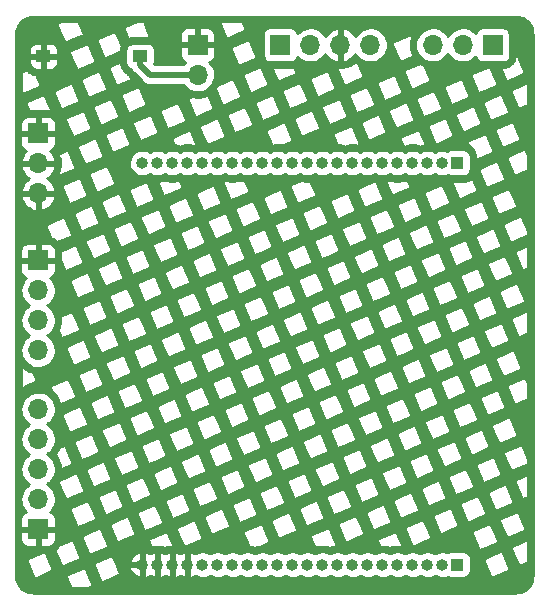
<source format=gbr>
G04 #@! TF.GenerationSoftware,KiCad,Pcbnew,5.99.0-unknown-a5c7d45~86~ubuntu18.04.1*
G04 #@! TF.CreationDate,2020-01-06T17:05:20-05:00*
G04 #@! TF.ProjectId,firmware_upgrade_extension_board,6669726d-7761-4726-955f-757067726164,rev?*
G04 #@! TF.SameCoordinates,Original*
G04 #@! TF.FileFunction,Copper,L1,Top*
G04 #@! TF.FilePolarity,Positive*
%FSLAX46Y46*%
G04 Gerber Fmt 4.6, Leading zero omitted, Abs format (unit mm)*
G04 Created by KiCad (PCBNEW 5.99.0-unknown-a5c7d45~86~ubuntu18.04.1) date 2020-01-06 17:05:20*
%MOMM*%
%LPD*%
G04 APERTURE LIST*
%ADD10O,1.700000X1.700000*%
%ADD11R,1.700000X1.700000*%
%ADD12R,1.200000X1.000000*%
%ADD13O,1.000000X1.000000*%
%ADD14R,1.000000X1.000000*%
%ADD15C,0.500000*%
%ADD16C,0.254000*%
G04 APERTURE END LIST*
D10*
X102500000Y-123870000D03*
X102500000Y-121330000D03*
X102500000Y-118790000D03*
D11*
X102500000Y-116250000D03*
D10*
X130620000Y-98000000D03*
X128080000Y-98000000D03*
X125540000Y-98000000D03*
D11*
X123000000Y-98000000D03*
D12*
X111140000Y-98950000D03*
X102960000Y-98950000D03*
D10*
X102500000Y-128840000D03*
X102500000Y-131380000D03*
X102500000Y-133920000D03*
X102500000Y-136460000D03*
D11*
X102500000Y-139000000D03*
D10*
X102500000Y-110580000D03*
X102500000Y-108040000D03*
D11*
X102500000Y-105500000D03*
D10*
X135920000Y-98000000D03*
X138460000Y-98000000D03*
D11*
X141000000Y-98000000D03*
D10*
X116000000Y-100540000D03*
D11*
X116000000Y-98000000D03*
D13*
X111330000Y-142000000D03*
X112600000Y-142000000D03*
X113870000Y-142000000D03*
X115140000Y-142000000D03*
X116410000Y-142000000D03*
X117680000Y-142000000D03*
X118950000Y-142000000D03*
X120220000Y-142000000D03*
X121490000Y-142000000D03*
X122760000Y-142000000D03*
X124030000Y-142000000D03*
X125300000Y-142000000D03*
X126570000Y-142000000D03*
X127840000Y-142000000D03*
X129110000Y-142000000D03*
X130380000Y-142000000D03*
X131650000Y-142000000D03*
X132920000Y-142000000D03*
X134190000Y-142000000D03*
X135460000Y-142000000D03*
X136730000Y-142000000D03*
D14*
X138000000Y-142000000D03*
D13*
X111330000Y-108000000D03*
X112600000Y-108000000D03*
X113870000Y-108000000D03*
X115140000Y-108000000D03*
X116410000Y-108000000D03*
X117680000Y-108000000D03*
X118950000Y-108000000D03*
X120220000Y-108000000D03*
X121490000Y-108000000D03*
X122760000Y-108000000D03*
X124030000Y-108000000D03*
X125300000Y-108000000D03*
X126570000Y-108000000D03*
X127840000Y-108000000D03*
X129110000Y-108000000D03*
X130380000Y-108000000D03*
X131650000Y-108000000D03*
X132920000Y-108000000D03*
X134190000Y-108000000D03*
X135460000Y-108000000D03*
X136730000Y-108000000D03*
D14*
X138000000Y-108000000D03*
D15*
X111140000Y-99700000D02*
X111140000Y-98950000D01*
X116000000Y-100540000D02*
X111980000Y-100540000D01*
X111980000Y-100540000D02*
X111140000Y-99700000D01*
G36*
X142938507Y-95636375D02*
G01*
X142954480Y-95637601D01*
X143191499Y-95654383D01*
X143379203Y-95694794D01*
X143559324Y-95761244D01*
X143728285Y-95852410D01*
X143882709Y-95966470D01*
X144019528Y-96101156D01*
X144136010Y-96253781D01*
X144229820Y-96421294D01*
X144299090Y-96600345D01*
X144342442Y-96787379D01*
X144360747Y-96998723D01*
X144360866Y-97013999D01*
X144366001Y-97047949D01*
X144366000Y-142928138D01*
X144363625Y-142938507D01*
X144362399Y-142954478D01*
X144345617Y-143191499D01*
X144305205Y-143379205D01*
X144238759Y-143559317D01*
X144147589Y-143728286D01*
X144033531Y-143882708D01*
X143898838Y-144019534D01*
X143746217Y-144136010D01*
X143578706Y-144229820D01*
X143399655Y-144299090D01*
X143212621Y-144342442D01*
X143001278Y-144360747D01*
X142986001Y-144360866D01*
X142952057Y-144366000D01*
X102071860Y-144366000D01*
X102061494Y-144363626D01*
X102045522Y-144362399D01*
X101808501Y-144345617D01*
X101620795Y-144305205D01*
X101440683Y-144238759D01*
X101271714Y-144147589D01*
X101117292Y-144033531D01*
X100980466Y-143898838D01*
X100863990Y-143746217D01*
X100770180Y-143578706D01*
X100700910Y-143399655D01*
X100657558Y-143212621D01*
X100639253Y-143001278D01*
X100639134Y-142986001D01*
X100634000Y-142952057D01*
X100634000Y-141563214D01*
X101465689Y-141563214D01*
X102168969Y-143196211D01*
X102876774Y-142891382D01*
X104803229Y-142891382D01*
X105274215Y-143985000D01*
X106758935Y-143984999D01*
X107139506Y-143821100D01*
X106436226Y-142188102D01*
X104803229Y-142891382D01*
X102876774Y-142891382D01*
X103801967Y-142492931D01*
X103104244Y-140872836D01*
X103068728Y-140872836D01*
X101465689Y-141563214D01*
X100634000Y-141563214D01*
X100634000Y-140725018D01*
X103870245Y-140725018D01*
X104501823Y-142191526D01*
X105209630Y-141886696D01*
X107136083Y-141886696D01*
X107839362Y-143519694D01*
X109472360Y-142816414D01*
X109175883Y-142127999D01*
X110200506Y-142127999D01*
X110234660Y-142314084D01*
X110316527Y-142520855D01*
X110436996Y-142707786D01*
X110591479Y-142867759D01*
X110774093Y-142994679D01*
X110977881Y-143083711D01*
X111202000Y-143132986D01*
X111202001Y-142128000D01*
X110200506Y-142127999D01*
X109175883Y-142127999D01*
X109065632Y-141872000D01*
X110197829Y-141872000D01*
X111202000Y-141872001D01*
X111457999Y-141872001D01*
X111458000Y-141872001D01*
X111457999Y-143128971D01*
X111636431Y-143097505D01*
X111843766Y-143017085D01*
X111965331Y-142939938D01*
X112044093Y-142994679D01*
X112247881Y-143083711D01*
X112472000Y-143132986D01*
X112472001Y-142127999D01*
X112472000Y-142127999D01*
X112472000Y-141872001D01*
X112727999Y-141872001D01*
X112728000Y-141872001D01*
X112727999Y-143128971D01*
X112906431Y-143097505D01*
X113113766Y-143017085D01*
X113235331Y-142939938D01*
X113314093Y-142994679D01*
X113517881Y-143083711D01*
X113742000Y-143132986D01*
X113742001Y-142127999D01*
X113742000Y-142127999D01*
X113742000Y-141872001D01*
X113997999Y-141872001D01*
X113998000Y-141872001D01*
X113997999Y-143128971D01*
X114176431Y-143097505D01*
X114383766Y-143017085D01*
X114505331Y-142939938D01*
X114584093Y-142994679D01*
X114787881Y-143083711D01*
X115012000Y-143132986D01*
X115012001Y-142127999D01*
X115012000Y-142127999D01*
X115012000Y-141872001D01*
X115267999Y-141872001D01*
X115268000Y-141872001D01*
X115267999Y-143128971D01*
X115446431Y-143097505D01*
X115653766Y-143017085D01*
X115775331Y-142939938D01*
X115854093Y-142994679D01*
X116057881Y-143083711D01*
X116275080Y-143131466D01*
X116497420Y-143136123D01*
X116716429Y-143097505D01*
X116923766Y-143017085D01*
X117045331Y-142939938D01*
X117124093Y-142994679D01*
X117327881Y-143083711D01*
X117545080Y-143131466D01*
X117767420Y-143136123D01*
X117986429Y-143097505D01*
X118193766Y-143017085D01*
X118315331Y-142939938D01*
X118394093Y-142994679D01*
X118597881Y-143083711D01*
X118815080Y-143131466D01*
X119037420Y-143136123D01*
X119256429Y-143097505D01*
X119463766Y-143017085D01*
X119585331Y-142939938D01*
X119664093Y-142994679D01*
X119867881Y-143083711D01*
X120085080Y-143131466D01*
X120307420Y-143136123D01*
X120526429Y-143097505D01*
X120733766Y-143017085D01*
X120855331Y-142939938D01*
X120934093Y-142994679D01*
X121137881Y-143083711D01*
X121355080Y-143131466D01*
X121577420Y-143136123D01*
X121796429Y-143097505D01*
X122003766Y-143017085D01*
X122125331Y-142939938D01*
X122204093Y-142994679D01*
X122407881Y-143083711D01*
X122625080Y-143131466D01*
X122847420Y-143136123D01*
X123066429Y-143097505D01*
X123273766Y-143017085D01*
X123395331Y-142939938D01*
X123474093Y-142994679D01*
X123677881Y-143083711D01*
X123895080Y-143131466D01*
X124117420Y-143136123D01*
X124336429Y-143097505D01*
X124543766Y-143017085D01*
X124665331Y-142939938D01*
X124744093Y-142994679D01*
X124947881Y-143083711D01*
X125165080Y-143131466D01*
X125387420Y-143136123D01*
X125606429Y-143097505D01*
X125813766Y-143017085D01*
X125935331Y-142939938D01*
X126014093Y-142994679D01*
X126217881Y-143083711D01*
X126435080Y-143131466D01*
X126657420Y-143136123D01*
X126876429Y-143097505D01*
X127083766Y-143017085D01*
X127205331Y-142939938D01*
X127284093Y-142994679D01*
X127487881Y-143083711D01*
X127705080Y-143131466D01*
X127927420Y-143136123D01*
X128146429Y-143097505D01*
X128353766Y-143017085D01*
X128475331Y-142939938D01*
X128554093Y-142994679D01*
X128757881Y-143083711D01*
X128975080Y-143131466D01*
X129197420Y-143136123D01*
X129416429Y-143097505D01*
X129623766Y-143017085D01*
X129745331Y-142939938D01*
X129824093Y-142994679D01*
X130027881Y-143083711D01*
X130245080Y-143131466D01*
X130467420Y-143136123D01*
X130686429Y-143097505D01*
X130893766Y-143017085D01*
X131015331Y-142939938D01*
X131094093Y-142994679D01*
X131297881Y-143083711D01*
X131515080Y-143131466D01*
X131737420Y-143136123D01*
X131956429Y-143097505D01*
X132163766Y-143017085D01*
X132285331Y-142939938D01*
X132364093Y-142994679D01*
X132567881Y-143083711D01*
X132785080Y-143131466D01*
X133007420Y-143136123D01*
X133226429Y-143097505D01*
X133433766Y-143017085D01*
X133555331Y-142939938D01*
X133634093Y-142994679D01*
X133837881Y-143083711D01*
X134055080Y-143131466D01*
X134277420Y-143136123D01*
X134496429Y-143097505D01*
X134703766Y-143017085D01*
X134825331Y-142939938D01*
X134904093Y-142994679D01*
X135107881Y-143083711D01*
X135325080Y-143131466D01*
X135547420Y-143136123D01*
X135766429Y-143097505D01*
X135973766Y-143017085D01*
X136095331Y-142939938D01*
X136174093Y-142994679D01*
X136377881Y-143083711D01*
X136595080Y-143131466D01*
X136817420Y-143136123D01*
X137036429Y-143097505D01*
X137174291Y-143044033D01*
X137279814Y-143104956D01*
X137488976Y-143141837D01*
X138516588Y-143141837D01*
X138817512Y-143061205D01*
X138993165Y-142913815D01*
X139104956Y-142720186D01*
X139141837Y-142511024D01*
X139141837Y-141494738D01*
X140153756Y-141494738D01*
X140857036Y-143127736D01*
X142490034Y-142424456D01*
X141786754Y-140791458D01*
X140153756Y-141494738D01*
X139141837Y-141494738D01*
X139141837Y-141483412D01*
X139061205Y-141182489D01*
X138913815Y-141006835D01*
X138720186Y-140895044D01*
X138511024Y-140858163D01*
X137483412Y-140858163D01*
X137182489Y-140938795D01*
X137165617Y-140952952D01*
X137066954Y-140911479D01*
X136849108Y-140866761D01*
X136626726Y-140865209D01*
X136408277Y-140906880D01*
X136202083Y-140990188D01*
X136094887Y-141060335D01*
X136001965Y-140997657D01*
X135796954Y-140911479D01*
X135579108Y-140866761D01*
X135356726Y-140865209D01*
X135138277Y-140906880D01*
X134932083Y-140990188D01*
X134824887Y-141060335D01*
X134731965Y-140997657D01*
X134526954Y-140911479D01*
X134309108Y-140866761D01*
X134086726Y-140865209D01*
X133868277Y-140906880D01*
X133662083Y-140990188D01*
X133554887Y-141060335D01*
X133461965Y-140997657D01*
X133256954Y-140911479D01*
X133039108Y-140866761D01*
X132816726Y-140865209D01*
X132598277Y-140906880D01*
X132392083Y-140990188D01*
X132284887Y-141060335D01*
X132191965Y-140997657D01*
X131986954Y-140911479D01*
X131769108Y-140866761D01*
X131546726Y-140865209D01*
X131328277Y-140906880D01*
X131122083Y-140990188D01*
X131014887Y-141060335D01*
X130921965Y-140997657D01*
X130716954Y-140911479D01*
X130499108Y-140866761D01*
X130276726Y-140865209D01*
X130058277Y-140906880D01*
X129852083Y-140990188D01*
X129744887Y-141060335D01*
X129651965Y-140997657D01*
X129446954Y-140911479D01*
X129229108Y-140866761D01*
X129006726Y-140865209D01*
X128788277Y-140906880D01*
X128582083Y-140990188D01*
X128474887Y-141060335D01*
X128381965Y-140997657D01*
X128176954Y-140911479D01*
X127959108Y-140866761D01*
X127736726Y-140865209D01*
X127518277Y-140906880D01*
X127312083Y-140990188D01*
X127204887Y-141060335D01*
X127111965Y-140997657D01*
X126906954Y-140911479D01*
X126689108Y-140866761D01*
X126466726Y-140865209D01*
X126248277Y-140906880D01*
X126042083Y-140990188D01*
X125934887Y-141060335D01*
X125841965Y-140997657D01*
X125636954Y-140911479D01*
X125419108Y-140866761D01*
X125196726Y-140865209D01*
X124978277Y-140906880D01*
X124772083Y-140990188D01*
X124664887Y-141060335D01*
X124571965Y-140997657D01*
X124366954Y-140911479D01*
X124149108Y-140866761D01*
X123926726Y-140865209D01*
X123708277Y-140906880D01*
X123502083Y-140990188D01*
X123394887Y-141060335D01*
X123301965Y-140997657D01*
X123096954Y-140911479D01*
X122879108Y-140866761D01*
X122656726Y-140865209D01*
X122438277Y-140906880D01*
X122232083Y-140990188D01*
X122124887Y-141060335D01*
X122031965Y-140997657D01*
X121826954Y-140911479D01*
X121609108Y-140866761D01*
X121386726Y-140865209D01*
X121168277Y-140906880D01*
X120962083Y-140990188D01*
X120854887Y-141060335D01*
X120761965Y-140997657D01*
X120556954Y-140911479D01*
X120339108Y-140866761D01*
X120116726Y-140865209D01*
X119898277Y-140906880D01*
X119692083Y-140990188D01*
X119584887Y-141060335D01*
X119491965Y-140997657D01*
X119286954Y-140911479D01*
X119069108Y-140866761D01*
X118846726Y-140865209D01*
X118628277Y-140906880D01*
X118422083Y-140990188D01*
X118314887Y-141060335D01*
X118221965Y-140997657D01*
X118016954Y-140911479D01*
X117799108Y-140866761D01*
X117576726Y-140865209D01*
X117358277Y-140906880D01*
X117152083Y-140990188D01*
X117044887Y-141060335D01*
X116951965Y-140997657D01*
X116746954Y-140911479D01*
X116529108Y-140866761D01*
X116306726Y-140865209D01*
X116088277Y-140906880D01*
X115882083Y-140990188D01*
X115774887Y-141060335D01*
X115681965Y-140997657D01*
X115476954Y-140911479D01*
X115268000Y-140868587D01*
X115267999Y-141872001D01*
X115012000Y-141872001D01*
X115012001Y-140869926D01*
X114818278Y-140906880D01*
X114612083Y-140990188D01*
X114504887Y-141060335D01*
X114411965Y-140997657D01*
X114206954Y-140911479D01*
X113998000Y-140868587D01*
X113997999Y-141872001D01*
X113742000Y-141872001D01*
X113742001Y-140869926D01*
X113548278Y-140906880D01*
X113342083Y-140990188D01*
X113234887Y-141060335D01*
X113141965Y-140997657D01*
X112936954Y-140911479D01*
X112728000Y-140868587D01*
X112727999Y-141872001D01*
X112472000Y-141872001D01*
X112472001Y-140869926D01*
X112278278Y-140906880D01*
X112072083Y-140990188D01*
X111964887Y-141060335D01*
X111871965Y-140997657D01*
X111666954Y-140911479D01*
X111458000Y-140868587D01*
X111457999Y-141872001D01*
X111202000Y-141872001D01*
X111202001Y-140869926D01*
X111008278Y-140906880D01*
X110802083Y-140990188D01*
X110615996Y-141111959D01*
X110457107Y-141267555D01*
X110331465Y-141451051D01*
X110243857Y-141655455D01*
X110197829Y-141872000D01*
X109065632Y-141872000D01*
X108769080Y-141183416D01*
X107136083Y-141886696D01*
X105209630Y-141886696D01*
X106134821Y-141488246D01*
X105431541Y-139855248D01*
X104216999Y-140378312D01*
X104173120Y-140454314D01*
X104088065Y-140555677D01*
X103912412Y-140703067D01*
X103870245Y-140725018D01*
X100634000Y-140725018D01*
X100634000Y-139866588D01*
X101008163Y-139866588D01*
X101088795Y-140167512D01*
X101236185Y-140343165D01*
X101429814Y-140454956D01*
X101638976Y-140491837D01*
X102372000Y-140491837D01*
X102627999Y-140491837D01*
X103366588Y-140491837D01*
X103667512Y-140411205D01*
X103843165Y-140263815D01*
X103954956Y-140070186D01*
X103991837Y-139861024D01*
X103991837Y-139553842D01*
X106131397Y-139553842D01*
X106834677Y-141186840D01*
X108467675Y-140483560D01*
X107764395Y-138850563D01*
X106131397Y-139553842D01*
X103991837Y-139553842D01*
X103991837Y-139128000D01*
X102628000Y-139127999D01*
X102627999Y-140491837D01*
X102372000Y-140491837D01*
X102372001Y-139128000D01*
X101008163Y-139127999D01*
X101008163Y-139866588D01*
X100634000Y-139866588D01*
X100634000Y-138138976D01*
X101008163Y-138138976D01*
X101008163Y-138872000D01*
X102372001Y-138872001D01*
X102372001Y-138872000D01*
X103991837Y-138872001D01*
X103991837Y-138133412D01*
X103911205Y-137832489D01*
X103763815Y-137656835D01*
X103570186Y-137545044D01*
X103524416Y-137536973D01*
X103556807Y-137509455D01*
X103718521Y-137316391D01*
X103774157Y-137220989D01*
X105126711Y-137220989D01*
X105829991Y-138853986D01*
X106537796Y-138549157D01*
X108464251Y-138549157D01*
X109167531Y-140182155D01*
X109875337Y-139877325D01*
X111801790Y-139877325D01*
X112099349Y-140568248D01*
X112135551Y-140553622D01*
X112206886Y-140532627D01*
X112400609Y-140495674D01*
X112602227Y-140516331D01*
X112655954Y-140494460D01*
X112804610Y-140495368D01*
X113013564Y-140538260D01*
X113084594Y-140560247D01*
X113233858Y-140622991D01*
X113405551Y-140553622D01*
X113476886Y-140532628D01*
X113670609Y-140495674D01*
X113872227Y-140516331D01*
X113925953Y-140494461D01*
X114003653Y-140494935D01*
X113434788Y-139174045D01*
X111801790Y-139877325D01*
X109875337Y-139877325D01*
X110800528Y-139478875D01*
X110097248Y-137845877D01*
X108464251Y-138549157D01*
X106537796Y-138549157D01*
X107462989Y-138150706D01*
X106759709Y-136517709D01*
X105126711Y-137220989D01*
X103774157Y-137220989D01*
X103845393Y-137098840D01*
X103933796Y-136863022D01*
X103981318Y-136615082D01*
X103984240Y-136335974D01*
X103941922Y-136087094D01*
X103858477Y-135849476D01*
X103736188Y-135629315D01*
X103578554Y-135432907D01*
X103390080Y-135265866D01*
X103267913Y-135189971D01*
X103364877Y-135132512D01*
X103556807Y-134969455D01*
X103624922Y-134888135D01*
X104122026Y-134888135D01*
X104825306Y-136521132D01*
X105533111Y-136216303D01*
X107459565Y-136216303D01*
X108162845Y-137849301D01*
X108870652Y-137544471D01*
X110797105Y-137544471D01*
X111500384Y-139177469D01*
X112208189Y-138872640D01*
X114134644Y-138872640D01*
X114837924Y-140505637D01*
X116470922Y-139802357D01*
X115767642Y-138169360D01*
X114134644Y-138872640D01*
X112208189Y-138872640D01*
X113133382Y-138474189D01*
X112430102Y-136841191D01*
X110797105Y-137544471D01*
X108870652Y-137544471D01*
X109795843Y-137146021D01*
X109092563Y-135513023D01*
X107459565Y-136216303D01*
X105533111Y-136216303D01*
X106458303Y-135817853D01*
X105755023Y-134184855D01*
X104122026Y-134888135D01*
X103624922Y-134888135D01*
X103718521Y-134776391D01*
X103845393Y-134558840D01*
X103933796Y-134323022D01*
X103981318Y-134075082D01*
X103984240Y-133795974D01*
X103941922Y-133547094D01*
X103858477Y-133309476D01*
X103736188Y-133089315D01*
X103578554Y-132892907D01*
X103390080Y-132725866D01*
X103267913Y-132649971D01*
X103270127Y-132648659D01*
X103870193Y-132648659D01*
X103875689Y-132654429D01*
X104033323Y-132850838D01*
X104069256Y-132904311D01*
X104191544Y-133124472D01*
X104217954Y-133183236D01*
X104301399Y-133420854D01*
X104317529Y-133483226D01*
X104359848Y-133732106D01*
X104365218Y-133799962D01*
X104363601Y-133954434D01*
X104528426Y-133883449D01*
X106454880Y-133883449D01*
X107158160Y-135516447D01*
X107865966Y-135211617D01*
X109792419Y-135211617D01*
X110495699Y-136844615D01*
X111203504Y-136539786D01*
X113129958Y-136539786D01*
X113833238Y-138172783D01*
X114541043Y-137867954D01*
X116467498Y-137867954D01*
X117170778Y-139500952D01*
X117878584Y-139196122D01*
X119805037Y-139196122D01*
X120361333Y-140487826D01*
X120415718Y-140493542D01*
X120633564Y-140538260D01*
X120704595Y-140560247D01*
X120853857Y-140622991D01*
X121025552Y-140553622D01*
X121096884Y-140532628D01*
X121276180Y-140498426D01*
X122141315Y-140125840D01*
X121438035Y-138492842D01*
X119805037Y-139196122D01*
X117878584Y-139196122D01*
X118803775Y-138797672D01*
X118100495Y-137164674D01*
X116467498Y-137867954D01*
X114541043Y-137867954D01*
X115466236Y-137469503D01*
X114762956Y-135836506D01*
X113129958Y-136539786D01*
X111203504Y-136539786D01*
X112128697Y-136141335D01*
X111425417Y-134508338D01*
X109792419Y-135211617D01*
X107865966Y-135211617D01*
X108791157Y-134813167D01*
X108087877Y-133180169D01*
X106454880Y-133883449D01*
X104528426Y-133883449D01*
X105453618Y-133484999D01*
X104750338Y-131852001D01*
X104230979Y-132075672D01*
X104202148Y-132152579D01*
X104174513Y-132210779D01*
X104047641Y-132428330D01*
X104010595Y-132481039D01*
X103870193Y-132648659D01*
X103270127Y-132648659D01*
X103364877Y-132592512D01*
X103556807Y-132429455D01*
X103718521Y-132236391D01*
X103845393Y-132018840D01*
X103933796Y-131783022D01*
X103978344Y-131550595D01*
X105450194Y-131550595D01*
X106153474Y-133183593D01*
X106861279Y-132878764D01*
X108787733Y-132878764D01*
X109491013Y-134511761D01*
X110198818Y-134206932D01*
X112125273Y-134206932D01*
X112828553Y-135839930D01*
X113536359Y-135535100D01*
X115462812Y-135535100D01*
X116166092Y-137168098D01*
X116873899Y-136863268D01*
X118800352Y-136863268D01*
X119503631Y-138496266D01*
X120211436Y-138191437D01*
X122137891Y-138191437D01*
X122841171Y-139824434D01*
X123548976Y-139519605D01*
X125475430Y-139519605D01*
X125948138Y-140617221D01*
X126105550Y-140553623D01*
X126176884Y-140532628D01*
X126395333Y-140490957D01*
X126469382Y-140484218D01*
X126691765Y-140485769D01*
X126765720Y-140493542D01*
X126983565Y-140538260D01*
X127054594Y-140560247D01*
X127203858Y-140622990D01*
X127375552Y-140553622D01*
X127446883Y-140532628D01*
X127665332Y-140490957D01*
X127728353Y-140485221D01*
X127811708Y-140449323D01*
X127108428Y-138816325D01*
X125475430Y-139519605D01*
X123548976Y-139519605D01*
X124474169Y-139121154D01*
X123770889Y-137488157D01*
X122137891Y-138191437D01*
X120211436Y-138191437D01*
X121136629Y-137792986D01*
X120433349Y-136159988D01*
X118800352Y-136863268D01*
X116873899Y-136863268D01*
X117799090Y-136464818D01*
X117095810Y-134831820D01*
X115462812Y-135535100D01*
X113536359Y-135535100D01*
X114461550Y-135136650D01*
X113758270Y-133503652D01*
X112125273Y-134206932D01*
X110198818Y-134206932D01*
X111124011Y-133808481D01*
X110420731Y-132175484D01*
X108787733Y-132878764D01*
X106861279Y-132878764D01*
X107786472Y-132480313D01*
X107083192Y-130847316D01*
X105450194Y-131550595D01*
X103978344Y-131550595D01*
X103981318Y-131535082D01*
X103984240Y-131255974D01*
X103941922Y-131007094D01*
X103858477Y-130769476D01*
X103736188Y-130549315D01*
X103578554Y-130352907D01*
X103390080Y-130185866D01*
X103267913Y-130109971D01*
X103364877Y-130052512D01*
X103556807Y-129889455D01*
X103718521Y-129696391D01*
X103845393Y-129478840D01*
X103933796Y-129243022D01*
X103938641Y-129217742D01*
X104445508Y-129217742D01*
X105148788Y-130850739D01*
X105856593Y-130545910D01*
X107783048Y-130545910D01*
X108486328Y-132178908D01*
X109194134Y-131874078D01*
X111120587Y-131874078D01*
X111823867Y-133507076D01*
X112531674Y-133202246D01*
X114458127Y-133202246D01*
X115161407Y-134835244D01*
X115869211Y-134530415D01*
X117795666Y-134530415D01*
X118498946Y-136163412D01*
X119206751Y-135858583D01*
X121133205Y-135858583D01*
X121836485Y-137491580D01*
X122544291Y-137186751D01*
X124470745Y-137186751D01*
X125174025Y-138819749D01*
X125881831Y-138514919D01*
X127808284Y-138514919D01*
X128511564Y-140147917D01*
X129219371Y-139843087D01*
X131145824Y-139843087D01*
X131428673Y-140499857D01*
X131475333Y-140490957D01*
X131549383Y-140484218D01*
X131771764Y-140485770D01*
X131845719Y-140493542D01*
X132063565Y-140538261D01*
X132134595Y-140560248D01*
X132283856Y-140622991D01*
X132455552Y-140553622D01*
X132526885Y-140532628D01*
X132745333Y-140490957D01*
X132819383Y-140484218D01*
X133041764Y-140485770D01*
X133115718Y-140493543D01*
X133333564Y-140538260D01*
X133388400Y-140555234D01*
X132778821Y-139139808D01*
X131145824Y-139843087D01*
X129219371Y-139843087D01*
X130144562Y-139444637D01*
X129441282Y-137811639D01*
X127808284Y-138514919D01*
X125881831Y-138514919D01*
X126807022Y-138116469D01*
X126103742Y-136483471D01*
X124470745Y-137186751D01*
X122544291Y-137186751D01*
X123469483Y-136788301D01*
X122766203Y-135155303D01*
X121133205Y-135858583D01*
X119206751Y-135858583D01*
X120131944Y-135460132D01*
X119428664Y-133827135D01*
X117795666Y-134530415D01*
X115869211Y-134530415D01*
X116794404Y-134131964D01*
X116091124Y-132498966D01*
X114458127Y-133202246D01*
X112531674Y-133202246D01*
X113456865Y-132803796D01*
X112753585Y-131170798D01*
X111120587Y-131874078D01*
X109194134Y-131874078D01*
X110119325Y-131475628D01*
X109416046Y-129842630D01*
X107783048Y-130545910D01*
X105856593Y-130545910D01*
X106781786Y-130147459D01*
X106078506Y-128514462D01*
X104445508Y-129217742D01*
X103938641Y-129217742D01*
X103981318Y-128995082D01*
X103984240Y-128715974D01*
X103941922Y-128467094D01*
X103858477Y-128229476D01*
X103736188Y-128009315D01*
X103578554Y-127812907D01*
X103390080Y-127645866D01*
X103176156Y-127512969D01*
X102942899Y-127418016D01*
X102696977Y-127363721D01*
X102445424Y-127351638D01*
X102195431Y-127382113D01*
X101954147Y-127454272D01*
X101728470Y-127566053D01*
X101524854Y-127714261D01*
X101349120Y-127894656D01*
X101206293Y-128102083D01*
X101100457Y-128330609D01*
X101034639Y-128573699D01*
X101010720Y-128824404D01*
X101029384Y-129075554D01*
X101090097Y-129319970D01*
X101191123Y-129550662D01*
X101329575Y-129761033D01*
X101501493Y-129945071D01*
X101701960Y-130097510D01*
X101724239Y-130109133D01*
X101524854Y-130254261D01*
X101349120Y-130434656D01*
X101206293Y-130642083D01*
X101100457Y-130870609D01*
X101034639Y-131113699D01*
X101010720Y-131364404D01*
X101029384Y-131615554D01*
X101090097Y-131859970D01*
X101191123Y-132090662D01*
X101329575Y-132301033D01*
X101501493Y-132485071D01*
X101701960Y-132637510D01*
X101724239Y-132649133D01*
X101524854Y-132794261D01*
X101349120Y-132974656D01*
X101206293Y-133182083D01*
X101100457Y-133410609D01*
X101034639Y-133653699D01*
X101010720Y-133904404D01*
X101029384Y-134155554D01*
X101090097Y-134399970D01*
X101191123Y-134630662D01*
X101329575Y-134841033D01*
X101501493Y-135025071D01*
X101701960Y-135177510D01*
X101724239Y-135189133D01*
X101524854Y-135334261D01*
X101349120Y-135514656D01*
X101206293Y-135722083D01*
X101100457Y-135950609D01*
X101034639Y-136193699D01*
X101010720Y-136444404D01*
X101029384Y-136695554D01*
X101090097Y-136939970D01*
X101191123Y-137170662D01*
X101329575Y-137381033D01*
X101485384Y-137547827D01*
X101332489Y-137588795D01*
X101156835Y-137736185D01*
X101045044Y-137929814D01*
X101008163Y-138138976D01*
X100634000Y-138138976D01*
X100634000Y-127099951D01*
X101014998Y-127099951D01*
X101514368Y-126884888D01*
X103440823Y-126884888D01*
X103647586Y-127364987D01*
X103831261Y-127527775D01*
X103875689Y-127574430D01*
X104033323Y-127770838D01*
X104069255Y-127824311D01*
X104191544Y-128044472D01*
X104217954Y-128103236D01*
X104301399Y-128340854D01*
X104317530Y-128403226D01*
X104323862Y-128440469D01*
X104851909Y-128213056D01*
X106778362Y-128213056D01*
X107481642Y-129846054D01*
X108189449Y-129541224D01*
X110115902Y-129541224D01*
X110819182Y-131174222D01*
X111526986Y-130869393D01*
X113453441Y-130869393D01*
X114156721Y-132502390D01*
X114864526Y-132197561D01*
X116790980Y-132197561D01*
X117494260Y-133830558D01*
X118202066Y-133525729D01*
X120128520Y-133525729D01*
X120831800Y-135158727D01*
X121539606Y-134853897D01*
X123466059Y-134853897D01*
X124169339Y-136486895D01*
X124877146Y-136182065D01*
X126803599Y-136182065D01*
X127506878Y-137815063D01*
X128214683Y-137510234D01*
X130141138Y-137510234D01*
X130844418Y-139143231D01*
X131552223Y-138838402D01*
X133478677Y-138838402D01*
X134181957Y-140471400D01*
X135814955Y-139768120D01*
X135111675Y-138135122D01*
X133478677Y-138838402D01*
X131552223Y-138838402D01*
X132477416Y-138439951D01*
X131774136Y-136806954D01*
X130141138Y-137510234D01*
X128214683Y-137510234D01*
X129139876Y-137111783D01*
X128436596Y-135478786D01*
X126803599Y-136182065D01*
X124877146Y-136182065D01*
X125802337Y-135783615D01*
X125099057Y-134150617D01*
X123466059Y-134853897D01*
X121539606Y-134853897D01*
X122464797Y-134455447D01*
X121761517Y-132822449D01*
X120128520Y-133525729D01*
X118202066Y-133525729D01*
X119127258Y-133127279D01*
X118423978Y-131494281D01*
X116790980Y-132197561D01*
X114864526Y-132197561D01*
X115789719Y-131799110D01*
X115086439Y-130166113D01*
X113453441Y-130869393D01*
X111526986Y-130869393D01*
X112452179Y-130470942D01*
X111748899Y-128837944D01*
X110115902Y-129541224D01*
X108189449Y-129541224D01*
X109114640Y-129142774D01*
X108411360Y-127509776D01*
X106778362Y-128213056D01*
X104851909Y-128213056D01*
X105777100Y-127814606D01*
X105073821Y-126181608D01*
X103440823Y-126884888D01*
X101514368Y-126884888D01*
X102439561Y-126486437D01*
X102178475Y-125880202D01*
X105773677Y-125880202D01*
X106476957Y-127513200D01*
X107184763Y-127208370D01*
X109111216Y-127208370D01*
X109814496Y-128841368D01*
X110522301Y-128536539D01*
X112448755Y-128536539D01*
X113152035Y-130169536D01*
X113859840Y-129864707D01*
X115786295Y-129864707D01*
X116489575Y-131497705D01*
X117197381Y-131192875D01*
X119123834Y-131192875D01*
X119827114Y-132825873D01*
X120534921Y-132521043D01*
X122461374Y-132521043D01*
X123164654Y-134154041D01*
X123872458Y-133849212D01*
X125798913Y-133849212D01*
X126502193Y-135482209D01*
X127209998Y-135177380D01*
X129136452Y-135177380D01*
X129839732Y-136810378D01*
X130547539Y-136505548D01*
X132473992Y-136505548D01*
X133177272Y-138138546D01*
X133885078Y-137833716D01*
X135811531Y-137833716D01*
X136514811Y-139466714D01*
X137222616Y-139161885D01*
X139149071Y-139161885D01*
X139852350Y-140794882D01*
X140560155Y-140490053D01*
X142486610Y-140490053D01*
X143189890Y-142123050D01*
X143985000Y-141780622D01*
X143984999Y-139844744D01*
X142486610Y-140490053D01*
X140560155Y-140490053D01*
X141485348Y-140091602D01*
X140782068Y-138458605D01*
X139149071Y-139161885D01*
X137222616Y-139161885D01*
X138147809Y-138763434D01*
X137444529Y-137130436D01*
X135811531Y-137833716D01*
X133885078Y-137833716D01*
X134810269Y-137435266D01*
X134106989Y-135802268D01*
X132473992Y-136505548D01*
X130547539Y-136505548D01*
X131472730Y-136107098D01*
X130769450Y-134474100D01*
X129136452Y-135177380D01*
X127209998Y-135177380D01*
X128135191Y-134778929D01*
X127431911Y-133145932D01*
X125798913Y-133849212D01*
X123872458Y-133849212D01*
X124797651Y-133450761D01*
X124094371Y-131817764D01*
X122461374Y-132521043D01*
X120534921Y-132521043D01*
X121460112Y-132122593D01*
X120756832Y-130489595D01*
X119123834Y-131192875D01*
X117197381Y-131192875D01*
X118122572Y-130794425D01*
X117419293Y-129161427D01*
X115786295Y-129864707D01*
X113859840Y-129864707D01*
X114785033Y-129466256D01*
X114081753Y-127833259D01*
X112448755Y-128536539D01*
X110522301Y-128536539D01*
X111447494Y-128138088D01*
X110744214Y-126505091D01*
X109111216Y-127208370D01*
X107184763Y-127208370D01*
X108109954Y-126809920D01*
X107406674Y-125176922D01*
X105773677Y-125880202D01*
X102178475Y-125880202D01*
X102098961Y-125695573D01*
X102048176Y-125683848D01*
X101808456Y-125606649D01*
X101749025Y-125581789D01*
X101525739Y-125465307D01*
X101471342Y-125430786D01*
X101270875Y-125278347D01*
X101223073Y-125235154D01*
X101116028Y-125120563D01*
X101014999Y-125164073D01*
X101014998Y-127099951D01*
X100634000Y-127099951D01*
X100634000Y-116378000D01*
X101008163Y-116378000D01*
X101008163Y-117116588D01*
X101088795Y-117417512D01*
X101236185Y-117593165D01*
X101429814Y-117704956D01*
X101477090Y-117713292D01*
X101349120Y-117844656D01*
X101206293Y-118052083D01*
X101100457Y-118280609D01*
X101034639Y-118523699D01*
X101010720Y-118774404D01*
X101029384Y-119025554D01*
X101090097Y-119269970D01*
X101191123Y-119500662D01*
X101329575Y-119711033D01*
X101501493Y-119895071D01*
X101701960Y-120047510D01*
X101724239Y-120059133D01*
X101524854Y-120204261D01*
X101349120Y-120384656D01*
X101206293Y-120592083D01*
X101100457Y-120820609D01*
X101034639Y-121063699D01*
X101010720Y-121314404D01*
X101029384Y-121565554D01*
X101090097Y-121809970D01*
X101191123Y-122040662D01*
X101329575Y-122251033D01*
X101501493Y-122435071D01*
X101701960Y-122587510D01*
X101724239Y-122599133D01*
X101524854Y-122744261D01*
X101349120Y-122924656D01*
X101206293Y-123132083D01*
X101100457Y-123360609D01*
X101034639Y-123603699D01*
X101010720Y-123854404D01*
X101029384Y-124105554D01*
X101090097Y-124349970D01*
X101191123Y-124580662D01*
X101329575Y-124791033D01*
X101501493Y-124975071D01*
X101701960Y-125127510D01*
X101925246Y-125243992D01*
X102164966Y-125321190D01*
X102414266Y-125356892D01*
X102666017Y-125350080D01*
X102913022Y-125300948D01*
X103148216Y-125210901D01*
X103364877Y-125082512D01*
X103556807Y-124919455D01*
X103718521Y-124726391D01*
X103845393Y-124508840D01*
X103933796Y-124273022D01*
X103981318Y-124025082D01*
X103984240Y-123745974D01*
X103950467Y-123547348D01*
X104768991Y-123547348D01*
X105472271Y-125180346D01*
X106180076Y-124875517D01*
X108106531Y-124875517D01*
X108809810Y-126508514D01*
X109517615Y-126203685D01*
X111444070Y-126203685D01*
X112147350Y-127836683D01*
X112855156Y-127531853D01*
X114781609Y-127531853D01*
X115484889Y-129164851D01*
X116192696Y-128860021D01*
X118119149Y-128860021D01*
X118822429Y-130493019D01*
X119530233Y-130188190D01*
X121456688Y-130188190D01*
X122159968Y-131821187D01*
X122867773Y-131516358D01*
X124794227Y-131516358D01*
X125497507Y-133149355D01*
X126205313Y-132844526D01*
X128131767Y-132844526D01*
X128835047Y-134477524D01*
X129542853Y-134172694D01*
X131469306Y-134172694D01*
X132172586Y-135805692D01*
X132880391Y-135500863D01*
X134806846Y-135500863D01*
X135510125Y-137133860D01*
X136217930Y-136829031D01*
X138144385Y-136829031D01*
X138847665Y-138462028D01*
X139555471Y-138157199D01*
X141481924Y-138157199D01*
X142185204Y-139790197D01*
X143818202Y-139086917D01*
X143114922Y-137453919D01*
X141481924Y-138157199D01*
X139555471Y-138157199D01*
X140480663Y-137758749D01*
X139777383Y-136125751D01*
X138144385Y-136829031D01*
X136217930Y-136829031D01*
X137143123Y-136430580D01*
X136439843Y-134797583D01*
X134806846Y-135500863D01*
X132880391Y-135500863D01*
X133805584Y-135102412D01*
X133102304Y-133469414D01*
X131469306Y-134172694D01*
X129542853Y-134172694D01*
X130468044Y-133774244D01*
X129764764Y-132141246D01*
X128131767Y-132844526D01*
X126205313Y-132844526D01*
X127130505Y-132446076D01*
X126427225Y-130813078D01*
X124794227Y-131516358D01*
X122867773Y-131516358D01*
X123792966Y-131117907D01*
X123089686Y-129484910D01*
X121456688Y-130188190D01*
X119530233Y-130188190D01*
X120455426Y-129789739D01*
X119752146Y-128156741D01*
X118119149Y-128860021D01*
X116192696Y-128860021D01*
X117117887Y-128461571D01*
X116414607Y-126828573D01*
X114781609Y-127531853D01*
X112855156Y-127531853D01*
X113780347Y-127133403D01*
X113077068Y-125500405D01*
X111444070Y-126203685D01*
X109517615Y-126203685D01*
X110442808Y-125805234D01*
X109739528Y-124172237D01*
X108106531Y-124875517D01*
X106180076Y-124875517D01*
X107105269Y-124477066D01*
X106401989Y-122844069D01*
X104768991Y-123547348D01*
X103950467Y-123547348D01*
X103941922Y-123497094D01*
X103858477Y-123259476D01*
X103736188Y-123039315D01*
X103578554Y-122842907D01*
X103390080Y-122675866D01*
X103267913Y-122599971D01*
X103364877Y-122542512D01*
X103556807Y-122379455D01*
X103718521Y-122186391D01*
X103731920Y-122163414D01*
X104172975Y-122163414D01*
X104467585Y-122847492D01*
X105175390Y-122542663D01*
X107101845Y-122542663D01*
X107805125Y-124175661D01*
X108512931Y-123870831D01*
X110439384Y-123870831D01*
X111142664Y-125503829D01*
X111850471Y-125198999D01*
X113776924Y-125198999D01*
X114480204Y-126831997D01*
X115188008Y-126527168D01*
X117114463Y-126527168D01*
X117817743Y-128160165D01*
X118525548Y-127855336D01*
X120452002Y-127855336D01*
X121155282Y-129488333D01*
X121863088Y-129183504D01*
X123789542Y-129183504D01*
X124492822Y-130816502D01*
X125200628Y-130511672D01*
X127127081Y-130511672D01*
X127830361Y-132144670D01*
X128538168Y-131839840D01*
X130464621Y-131839840D01*
X131167901Y-133472838D01*
X131875705Y-133168009D01*
X133802160Y-133168009D01*
X134505440Y-134801006D01*
X135213245Y-134496177D01*
X137139699Y-134496177D01*
X137842979Y-136129175D01*
X138550786Y-135824345D01*
X140477239Y-135824345D01*
X141180519Y-137457343D01*
X142813516Y-136754063D01*
X142110236Y-135121065D01*
X140477239Y-135824345D01*
X138550786Y-135824345D01*
X139475977Y-135425895D01*
X138772697Y-133792897D01*
X137139699Y-134496177D01*
X135213245Y-134496177D01*
X136138438Y-134097726D01*
X135435158Y-132464729D01*
X133802160Y-133168009D01*
X131875705Y-133168009D01*
X132800898Y-132769558D01*
X132097618Y-131136561D01*
X130464621Y-131839840D01*
X128538168Y-131839840D01*
X129463359Y-131441390D01*
X128760079Y-129808392D01*
X127127081Y-130511672D01*
X125200628Y-130511672D01*
X126125819Y-130113222D01*
X125422540Y-128480224D01*
X123789542Y-129183504D01*
X121863088Y-129183504D01*
X122788280Y-128785054D01*
X122085000Y-127152056D01*
X120452002Y-127855336D01*
X118525548Y-127855336D01*
X119450741Y-127456885D01*
X118747461Y-125823888D01*
X117114463Y-126527168D01*
X115188008Y-126527168D01*
X116113201Y-126128717D01*
X115409921Y-124495719D01*
X113776924Y-125198999D01*
X111850471Y-125198999D01*
X112775662Y-124800549D01*
X112072382Y-123167551D01*
X110439384Y-123870831D01*
X108512931Y-123870831D01*
X109438122Y-123472381D01*
X108734843Y-121839383D01*
X107101845Y-122542663D01*
X105175390Y-122542663D01*
X106100583Y-122144212D01*
X105397303Y-120511215D01*
X104330682Y-120970574D01*
X104359848Y-121142106D01*
X104365218Y-121209962D01*
X104362296Y-121489070D01*
X104355506Y-121556800D01*
X104307984Y-121804741D01*
X104290550Y-121866763D01*
X104202147Y-122102580D01*
X104174513Y-122160777D01*
X104172975Y-122163414D01*
X103731920Y-122163414D01*
X103845393Y-121968840D01*
X103933796Y-121733022D01*
X103981318Y-121485082D01*
X103984240Y-121205974D01*
X103941922Y-120957094D01*
X103858477Y-120719476D01*
X103736188Y-120499315D01*
X103578554Y-120302907D01*
X103473511Y-120209809D01*
X106097159Y-120209809D01*
X106800439Y-121842807D01*
X107508246Y-121537977D01*
X109434699Y-121537977D01*
X110137979Y-123170975D01*
X110845783Y-122866146D01*
X112772238Y-122866146D01*
X113475518Y-124499143D01*
X114183323Y-124194314D01*
X116109778Y-124194314D01*
X116813057Y-125827311D01*
X117520863Y-125522482D01*
X119447317Y-125522482D01*
X120150597Y-127155480D01*
X120858403Y-126850650D01*
X122784856Y-126850650D01*
X123488136Y-128483648D01*
X124195943Y-128178818D01*
X126122396Y-128178818D01*
X126825676Y-129811816D01*
X127533480Y-129506987D01*
X129459935Y-129506987D01*
X130163215Y-131139984D01*
X130871020Y-130835155D01*
X132797474Y-130835155D01*
X133500754Y-132468153D01*
X134208561Y-132163323D01*
X136135014Y-132163323D01*
X136838294Y-133796321D01*
X137546100Y-133491491D01*
X139472553Y-133491491D01*
X140175833Y-135124489D01*
X140883638Y-134819660D01*
X142810093Y-134819660D01*
X143513372Y-136452657D01*
X143984999Y-136249543D01*
X143985000Y-134313665D01*
X142810093Y-134819660D01*
X140883638Y-134819660D01*
X141808831Y-134421209D01*
X141105551Y-132788211D01*
X139472553Y-133491491D01*
X137546100Y-133491491D01*
X138471291Y-133093041D01*
X137768011Y-131460043D01*
X136135014Y-132163323D01*
X134208561Y-132163323D01*
X135133752Y-131764873D01*
X134430472Y-130131875D01*
X132797474Y-130835155D01*
X130871020Y-130835155D01*
X131796213Y-130436704D01*
X131092933Y-128803707D01*
X129459935Y-129506987D01*
X127533480Y-129506987D01*
X128458673Y-129108536D01*
X127755393Y-127475539D01*
X126122396Y-128178818D01*
X124195943Y-128178818D01*
X125121134Y-127780368D01*
X124417854Y-126147370D01*
X122784856Y-126850650D01*
X120858403Y-126850650D01*
X121783594Y-126452200D01*
X121080315Y-124819202D01*
X119447317Y-125522482D01*
X117520863Y-125522482D01*
X118446055Y-125124032D01*
X117742775Y-123491034D01*
X116109778Y-124194314D01*
X114183323Y-124194314D01*
X115108516Y-123795863D01*
X114405236Y-122162866D01*
X112772238Y-122866146D01*
X110845783Y-122866146D01*
X111770976Y-122467695D01*
X111067696Y-120834697D01*
X109434699Y-121537977D01*
X107508246Y-121537977D01*
X108433437Y-121139527D01*
X107730157Y-119506529D01*
X106097159Y-120209809D01*
X103473511Y-120209809D01*
X103390080Y-120135866D01*
X103267913Y-120059971D01*
X103364877Y-120002512D01*
X103556807Y-119839455D01*
X103718521Y-119646391D01*
X103845393Y-119428840D01*
X103933796Y-119193022D01*
X103981318Y-118945082D01*
X103984240Y-118665974D01*
X103941922Y-118417094D01*
X103858477Y-118179476D01*
X103736188Y-117959315D01*
X103670088Y-117876955D01*
X105092474Y-117876955D01*
X105795754Y-119509953D01*
X106503560Y-119205123D01*
X108430013Y-119205123D01*
X109133293Y-120838121D01*
X109841098Y-120533292D01*
X111767553Y-120533292D01*
X112470832Y-122166289D01*
X113178637Y-121861460D01*
X115105092Y-121861460D01*
X115808372Y-123494458D01*
X116516178Y-123189628D01*
X118442631Y-123189628D01*
X119145911Y-124822626D01*
X119853718Y-124517796D01*
X121780171Y-124517796D01*
X122483451Y-126150794D01*
X123191255Y-125845965D01*
X125117710Y-125845965D01*
X125820990Y-127478962D01*
X126528795Y-127174133D01*
X128455249Y-127174133D01*
X129158529Y-128807131D01*
X129866336Y-128502301D01*
X131792789Y-128502301D01*
X132496069Y-130135299D01*
X133203875Y-129830469D01*
X135130328Y-129830469D01*
X135833608Y-131463467D01*
X136541413Y-131158638D01*
X138467868Y-131158638D01*
X139171148Y-132791635D01*
X139878952Y-132486806D01*
X141805407Y-132486806D01*
X142508687Y-134119803D01*
X143984999Y-133484003D01*
X143985000Y-133052705D01*
X143438405Y-131783526D01*
X141805407Y-132486806D01*
X139878952Y-132486806D01*
X140804145Y-132088355D01*
X140100865Y-130455358D01*
X138467868Y-131158638D01*
X136541413Y-131158638D01*
X137466606Y-130760187D01*
X136763326Y-129127189D01*
X135130328Y-129830469D01*
X133203875Y-129830469D01*
X134129066Y-129432019D01*
X133425787Y-127799021D01*
X131792789Y-128502301D01*
X129866336Y-128502301D01*
X130791527Y-128103851D01*
X130088247Y-126470853D01*
X128455249Y-127174133D01*
X126528795Y-127174133D01*
X127453988Y-126775682D01*
X126750708Y-125142685D01*
X125117710Y-125845965D01*
X123191255Y-125845965D01*
X124116448Y-125447514D01*
X123413168Y-123814517D01*
X121780171Y-124517796D01*
X119853718Y-124517796D01*
X120778909Y-124119346D01*
X120075629Y-122486348D01*
X118442631Y-123189628D01*
X116516178Y-123189628D01*
X117441369Y-122791178D01*
X116738090Y-121158180D01*
X115105092Y-121861460D01*
X113178637Y-121861460D01*
X114103830Y-121463009D01*
X113400550Y-119830012D01*
X111767553Y-120533292D01*
X109841098Y-120533292D01*
X110766291Y-120134841D01*
X110063011Y-118501844D01*
X108430013Y-119205123D01*
X106503560Y-119205123D01*
X107428751Y-118806673D01*
X106725471Y-117173675D01*
X105092474Y-117876955D01*
X103670088Y-117876955D01*
X103578554Y-117762907D01*
X103511093Y-117703117D01*
X103667512Y-117661205D01*
X103843165Y-117513815D01*
X103954956Y-117320186D01*
X103991837Y-117111024D01*
X103991837Y-116378000D01*
X101008163Y-116378000D01*
X100634000Y-116378000D01*
X100634000Y-116179443D01*
X104361410Y-116179443D01*
X104791068Y-117177099D01*
X105498873Y-116872270D01*
X107425328Y-116872270D01*
X108128607Y-118505267D01*
X108836412Y-118200438D01*
X110762867Y-118200438D01*
X111466147Y-119833436D01*
X112173954Y-119528606D01*
X114100406Y-119528606D01*
X114803686Y-121161604D01*
X115511493Y-120856774D01*
X117437946Y-120856774D01*
X118141226Y-122489772D01*
X118849030Y-122184943D01*
X120775485Y-122184943D01*
X121478765Y-123817940D01*
X122186570Y-123513111D01*
X124113025Y-123513111D01*
X124816304Y-125146108D01*
X125524110Y-124841279D01*
X127450564Y-124841279D01*
X128153844Y-126474277D01*
X128861650Y-126169447D01*
X130788103Y-126169447D01*
X131491383Y-127802445D01*
X132199188Y-127497616D01*
X134125643Y-127497616D01*
X134828923Y-129130613D01*
X135536727Y-128825784D01*
X137463182Y-128825784D01*
X138166462Y-130458781D01*
X138874268Y-130153952D01*
X140800721Y-130153952D01*
X141504001Y-131786950D01*
X143136999Y-131083670D01*
X142433719Y-129450672D01*
X140800721Y-130153952D01*
X138874268Y-130153952D01*
X139799460Y-129755502D01*
X139096180Y-128122504D01*
X137463182Y-128825784D01*
X135536727Y-128825784D01*
X136461920Y-128427333D01*
X135758640Y-126794336D01*
X134125643Y-127497616D01*
X132199188Y-127497616D01*
X133124381Y-127099165D01*
X132421101Y-125466167D01*
X130788103Y-126169447D01*
X128861650Y-126169447D01*
X129786841Y-125770997D01*
X129083562Y-124137999D01*
X127450564Y-124841279D01*
X125524110Y-124841279D01*
X126449302Y-124442829D01*
X125746022Y-122809831D01*
X124113025Y-123513111D01*
X122186570Y-123513111D01*
X123111763Y-123114660D01*
X122408483Y-121481663D01*
X120775485Y-122184943D01*
X118849030Y-122184943D01*
X119774223Y-121786492D01*
X119070943Y-120153494D01*
X117437946Y-120856774D01*
X115511493Y-120856774D01*
X116436684Y-120458324D01*
X115733404Y-118825326D01*
X114100406Y-119528606D01*
X112173954Y-119528606D01*
X113099145Y-119130156D01*
X112395865Y-117497158D01*
X110762867Y-118200438D01*
X108836412Y-118200438D01*
X109761605Y-117801987D01*
X109058325Y-116168990D01*
X107425328Y-116872270D01*
X105498873Y-116872270D01*
X106424066Y-116473819D01*
X105720786Y-114840822D01*
X104372835Y-115421341D01*
X104372836Y-116122000D01*
X104361410Y-116179443D01*
X100634000Y-116179443D01*
X100634000Y-115388976D01*
X101008163Y-115388976D01*
X101008163Y-116122000D01*
X102372000Y-116122000D01*
X102372000Y-114758163D01*
X102628000Y-114758163D01*
X102628000Y-116122000D01*
X103991837Y-116122000D01*
X103991837Y-115383412D01*
X103911205Y-115082489D01*
X103763815Y-114906835D01*
X103570186Y-114795044D01*
X103361024Y-114758163D01*
X102628000Y-114758163D01*
X102372000Y-114758163D01*
X101633412Y-114758163D01*
X101332489Y-114838795D01*
X101156835Y-114986185D01*
X101045044Y-115179814D01*
X101008163Y-115388976D01*
X100634000Y-115388976D01*
X100634000Y-113211248D01*
X103083103Y-113211248D01*
X103600910Y-114413583D01*
X103636347Y-114419832D01*
X103760685Y-114465087D01*
X103954313Y-114576878D01*
X104055678Y-114661933D01*
X104096565Y-114710660D01*
X104494188Y-114539416D01*
X106420642Y-114539416D01*
X107123922Y-116172414D01*
X107831729Y-115867584D01*
X109758181Y-115867584D01*
X110461461Y-117500582D01*
X111169268Y-117195752D01*
X113095721Y-117195752D01*
X113799001Y-118828750D01*
X114506805Y-118523921D01*
X116433260Y-118523921D01*
X117136540Y-120156918D01*
X117844345Y-119852089D01*
X119770800Y-119852089D01*
X120474079Y-121485086D01*
X121181885Y-121180257D01*
X123108339Y-121180257D01*
X123811619Y-122813255D01*
X124519425Y-122508425D01*
X126445878Y-122508425D01*
X127149158Y-124141423D01*
X127856965Y-123836593D01*
X129783418Y-123836593D01*
X130486698Y-125469591D01*
X131194502Y-125164762D01*
X133120957Y-125164762D01*
X133824237Y-126797759D01*
X134532042Y-126492930D01*
X136458496Y-126492930D01*
X137161776Y-128125928D01*
X137869583Y-127821098D01*
X139796036Y-127821098D01*
X140499316Y-129454096D01*
X142132313Y-128750816D01*
X141429034Y-127117818D01*
X139796036Y-127821098D01*
X137869583Y-127821098D01*
X138794774Y-127422648D01*
X138091494Y-125789650D01*
X136458496Y-126492930D01*
X134532042Y-126492930D01*
X135457235Y-126094479D01*
X134753955Y-124461482D01*
X133120957Y-125164762D01*
X131194502Y-125164762D01*
X132119695Y-124766311D01*
X131416415Y-123133314D01*
X129783418Y-123836593D01*
X127856965Y-123836593D01*
X128782156Y-123438143D01*
X128078876Y-121805145D01*
X126445878Y-122508425D01*
X124519425Y-122508425D01*
X125444616Y-122109975D01*
X124741337Y-120476977D01*
X123108339Y-121180257D01*
X121181885Y-121180257D01*
X122107077Y-120781807D01*
X121403797Y-119148809D01*
X119770800Y-119852089D01*
X117844345Y-119852089D01*
X118769538Y-119453638D01*
X118066258Y-117820641D01*
X116433260Y-118523921D01*
X114506805Y-118523921D01*
X115431998Y-118125470D01*
X114728718Y-116492472D01*
X113095721Y-117195752D01*
X111169268Y-117195752D01*
X112094459Y-116797302D01*
X111391179Y-115164304D01*
X109758181Y-115867584D01*
X107831729Y-115867584D01*
X108756920Y-115469134D01*
X108053640Y-113836136D01*
X106420642Y-114539416D01*
X104494188Y-114539416D01*
X105419380Y-114140965D01*
X104716100Y-112507968D01*
X103083103Y-113211248D01*
X100634000Y-113211248D01*
X100634000Y-112206562D01*
X105415956Y-112206562D01*
X106119236Y-113839560D01*
X106827043Y-113534730D01*
X108753496Y-113534730D01*
X109456776Y-115167728D01*
X110164580Y-114862899D01*
X112091035Y-114862899D01*
X112794315Y-116495896D01*
X113502120Y-116191067D01*
X115428575Y-116191067D01*
X116131854Y-117824064D01*
X116839660Y-117519235D01*
X118766114Y-117519235D01*
X119469394Y-119152233D01*
X120177201Y-118847403D01*
X122103653Y-118847403D01*
X122806933Y-120480401D01*
X123514740Y-120175571D01*
X125441193Y-120175571D01*
X126144473Y-121808569D01*
X126852277Y-121503740D01*
X128778732Y-121503740D01*
X129482012Y-123136737D01*
X130189817Y-122831908D01*
X132116272Y-122831908D01*
X132819551Y-124464906D01*
X133527358Y-124160076D01*
X135453811Y-124160076D01*
X136157091Y-125793074D01*
X136864897Y-125488244D01*
X138791350Y-125488244D01*
X139494630Y-127121242D01*
X140202435Y-126816413D01*
X142128890Y-126816413D01*
X142832170Y-128449410D01*
X143985000Y-127952923D01*
X143985000Y-126631193D01*
X143761887Y-126113133D01*
X142128890Y-126816413D01*
X140202435Y-126816413D01*
X141127628Y-126417962D01*
X140424348Y-124784964D01*
X138791350Y-125488244D01*
X136864897Y-125488244D01*
X137790088Y-125089794D01*
X137086809Y-123456796D01*
X135453811Y-124160076D01*
X133527358Y-124160076D01*
X134452549Y-123761626D01*
X133749269Y-122128628D01*
X132116272Y-122831908D01*
X130189817Y-122831908D01*
X131115010Y-122433457D01*
X130411730Y-120800460D01*
X128778732Y-121503740D01*
X126852277Y-121503740D01*
X127777470Y-121105289D01*
X127074190Y-119472292D01*
X125441193Y-120175571D01*
X123514740Y-120175571D01*
X124439931Y-119777121D01*
X123736651Y-118144123D01*
X122103653Y-118847403D01*
X120177201Y-118847403D01*
X121102392Y-118448953D01*
X120399112Y-116815955D01*
X118766114Y-117519235D01*
X116839660Y-117519235D01*
X117764852Y-117120785D01*
X117061572Y-115487787D01*
X115428575Y-116191067D01*
X113502120Y-116191067D01*
X114427313Y-115792616D01*
X113724033Y-114159619D01*
X112091035Y-114862899D01*
X110164580Y-114862899D01*
X111089773Y-114464448D01*
X110386493Y-112831450D01*
X108753496Y-113534730D01*
X106827043Y-113534730D01*
X107752234Y-113136280D01*
X107048954Y-111503282D01*
X105415956Y-112206562D01*
X100634000Y-112206562D01*
X100634000Y-110708000D01*
X101002668Y-110708000D01*
X101090096Y-111059970D01*
X101191123Y-111290662D01*
X101329575Y-111501033D01*
X101501493Y-111685071D01*
X101701960Y-111837510D01*
X101925246Y-111953992D01*
X102164966Y-112031190D01*
X102372000Y-112060839D01*
X102372000Y-110708000D01*
X102628000Y-110708000D01*
X102628000Y-112067642D01*
X102913022Y-112010948D01*
X103148216Y-111920901D01*
X103364877Y-111792512D01*
X103556807Y-111629455D01*
X103718521Y-111436391D01*
X103845393Y-111218840D01*
X103933796Y-110983022D01*
X103986508Y-110708000D01*
X102628000Y-110708000D01*
X102372000Y-110708000D01*
X101002668Y-110708000D01*
X100634000Y-110708000D01*
X100634000Y-110452000D01*
X100997193Y-110452000D01*
X103983565Y-110452000D01*
X103941922Y-110207094D01*
X103858477Y-109969476D01*
X103805283Y-109873708D01*
X104411271Y-109873708D01*
X105114551Y-111506706D01*
X105822357Y-111201876D01*
X107748810Y-111201876D01*
X108452090Y-112834874D01*
X109159895Y-112530045D01*
X111086350Y-112530045D01*
X111789630Y-114163042D01*
X112497434Y-113858213D01*
X114423889Y-113858213D01*
X115127169Y-115491211D01*
X115834976Y-115186381D01*
X117761428Y-115186381D01*
X118464708Y-116819379D01*
X119172515Y-116514549D01*
X121098968Y-116514549D01*
X121802248Y-118147547D01*
X122510052Y-117842718D01*
X124436507Y-117842718D01*
X125139787Y-119475715D01*
X125847592Y-119170886D01*
X127774047Y-119170886D01*
X128477326Y-120803884D01*
X129185133Y-120499054D01*
X131111586Y-120499054D01*
X131814866Y-122132052D01*
X132522673Y-121827222D01*
X134449125Y-121827222D01*
X135152405Y-123460220D01*
X135860210Y-123155391D01*
X137786665Y-123155391D01*
X138489945Y-124788388D01*
X139197749Y-124483559D01*
X141124204Y-124483559D01*
X141827484Y-126116556D01*
X143460482Y-125413277D01*
X142757202Y-123780279D01*
X141124204Y-124483559D01*
X139197749Y-124483559D01*
X140122942Y-124085108D01*
X139419662Y-122452111D01*
X137786665Y-123155391D01*
X135860210Y-123155391D01*
X136785403Y-122756940D01*
X136082123Y-121123942D01*
X134449125Y-121827222D01*
X132522673Y-121827222D01*
X133447864Y-121428772D01*
X132744584Y-119795774D01*
X131111586Y-120499054D01*
X129185133Y-120499054D01*
X130110324Y-120100604D01*
X129407044Y-118467606D01*
X127774047Y-119170886D01*
X125847592Y-119170886D01*
X126772785Y-118772435D01*
X126069505Y-117139438D01*
X124436507Y-117842718D01*
X122510052Y-117842718D01*
X123435245Y-117444267D01*
X122731965Y-115811270D01*
X121098968Y-116514549D01*
X119172515Y-116514549D01*
X120097706Y-116116099D01*
X119394426Y-114483101D01*
X117761428Y-115186381D01*
X115834976Y-115186381D01*
X116760167Y-114787931D01*
X116056887Y-113154933D01*
X114423889Y-113858213D01*
X112497434Y-113858213D01*
X113422627Y-113459762D01*
X112719347Y-111826765D01*
X111086350Y-112530045D01*
X109159895Y-112530045D01*
X110085088Y-112131594D01*
X109381808Y-110498597D01*
X107748810Y-111201876D01*
X105822357Y-111201876D01*
X106747548Y-110803426D01*
X106044269Y-109170428D01*
X104411271Y-109873708D01*
X103805283Y-109873708D01*
X103736188Y-109749315D01*
X103578554Y-109552907D01*
X103390080Y-109385866D01*
X103267913Y-109309971D01*
X103364877Y-109252512D01*
X103556807Y-109089455D01*
X103578729Y-109063283D01*
X104062247Y-109063283D01*
X104109865Y-109173852D01*
X104817670Y-108869023D01*
X106744125Y-108869023D01*
X107447405Y-110502020D01*
X108155209Y-110197191D01*
X110081664Y-110197191D01*
X110784944Y-111830189D01*
X111492751Y-111525359D01*
X113419203Y-111525359D01*
X114122483Y-113158357D01*
X114830290Y-112853527D01*
X116756743Y-112853527D01*
X117460023Y-114486525D01*
X118167827Y-114181696D01*
X120094282Y-114181696D01*
X120797562Y-115814693D01*
X121505367Y-115509864D01*
X123431822Y-115509864D01*
X124135101Y-117142861D01*
X124842907Y-116838032D01*
X126769361Y-116838032D01*
X127472641Y-118471030D01*
X128180448Y-118166200D01*
X130106900Y-118166200D01*
X130810180Y-119799198D01*
X131517985Y-119494369D01*
X133444440Y-119494369D01*
X134147720Y-121127366D01*
X134855524Y-120822537D01*
X136781979Y-120822537D01*
X137485259Y-122455534D01*
X138193065Y-122150705D01*
X140119519Y-122150705D01*
X140822798Y-123783703D01*
X142455796Y-123080423D01*
X141752516Y-121447425D01*
X140119519Y-122150705D01*
X138193065Y-122150705D01*
X139118257Y-121752255D01*
X138414977Y-120119257D01*
X136781979Y-120822537D01*
X134855524Y-120822537D01*
X135780717Y-120424086D01*
X135077437Y-118791089D01*
X133444440Y-119494369D01*
X131517985Y-119494369D01*
X132443178Y-119095918D01*
X131739898Y-117462920D01*
X130106900Y-118166200D01*
X128180448Y-118166200D01*
X129105639Y-117767750D01*
X128402359Y-116134752D01*
X126769361Y-116838032D01*
X124842907Y-116838032D01*
X125768099Y-116439582D01*
X125064819Y-114806584D01*
X123431822Y-115509864D01*
X121505367Y-115509864D01*
X122430560Y-115111413D01*
X121727280Y-113478416D01*
X120094282Y-114181696D01*
X118167827Y-114181696D01*
X119093020Y-113783245D01*
X118389740Y-112150247D01*
X116756743Y-112853527D01*
X114830290Y-112853527D01*
X115755481Y-112455077D01*
X115052201Y-110822079D01*
X113419203Y-111525359D01*
X111492751Y-111525359D01*
X112417942Y-111126909D01*
X111723483Y-109514393D01*
X112553145Y-109514393D01*
X113117798Y-110825503D01*
X113825602Y-110520674D01*
X115752057Y-110520674D01*
X116455337Y-112153671D01*
X117163142Y-111848842D01*
X119089597Y-111848842D01*
X119792877Y-113481839D01*
X120500682Y-113177010D01*
X122427136Y-113177010D01*
X123130416Y-114810008D01*
X123838223Y-114505178D01*
X125764675Y-114505178D01*
X126467955Y-116138176D01*
X127175762Y-115833346D01*
X129102215Y-115833346D01*
X129805495Y-117466344D01*
X130513299Y-117161515D01*
X132439754Y-117161515D01*
X133143034Y-118794512D01*
X133850839Y-118489683D01*
X135777294Y-118489683D01*
X136480573Y-120122681D01*
X137188380Y-119817851D01*
X139114833Y-119817851D01*
X139818113Y-121450849D01*
X140525920Y-121146019D01*
X142452372Y-121146019D01*
X143155652Y-122779017D01*
X143984999Y-122421844D01*
X143984999Y-120485966D01*
X142452372Y-121146019D01*
X140525920Y-121146019D01*
X141451111Y-120747569D01*
X140747831Y-119114571D01*
X139114833Y-119817851D01*
X137188380Y-119817851D01*
X138113571Y-119419401D01*
X137410291Y-117786403D01*
X135777294Y-118489683D01*
X133850839Y-118489683D01*
X134776032Y-118091232D01*
X134072752Y-116458235D01*
X132439754Y-117161515D01*
X130513299Y-117161515D01*
X131438492Y-116763064D01*
X130735212Y-115130067D01*
X129102215Y-115833346D01*
X127175762Y-115833346D01*
X128100953Y-115434896D01*
X127397673Y-113801898D01*
X125764675Y-114505178D01*
X123838223Y-114505178D01*
X124763414Y-114106728D01*
X124060134Y-112473730D01*
X122427136Y-113177010D01*
X120500682Y-113177010D01*
X121425874Y-112778560D01*
X120722594Y-111145562D01*
X119089597Y-111848842D01*
X117163142Y-111848842D01*
X118088335Y-111450391D01*
X117385055Y-109817394D01*
X115752057Y-110520674D01*
X113825602Y-110520674D01*
X114750795Y-110122223D01*
X114489710Y-109515988D01*
X118084911Y-109515988D01*
X118788191Y-111148986D01*
X119495998Y-110844156D01*
X121422450Y-110844156D01*
X122125730Y-112477154D01*
X122833537Y-112172324D01*
X124759990Y-112172324D01*
X125463270Y-113805322D01*
X126171074Y-113500493D01*
X128097529Y-113500493D01*
X128800809Y-115133490D01*
X129508614Y-114828661D01*
X131435069Y-114828661D01*
X132138348Y-116461659D01*
X132846155Y-116156829D01*
X134772608Y-116156829D01*
X135475888Y-117789827D01*
X136183695Y-117484997D01*
X138110147Y-117484997D01*
X138813427Y-119117995D01*
X139521232Y-118813166D01*
X141447687Y-118813166D01*
X142150967Y-120446163D01*
X143783964Y-119742883D01*
X143080684Y-118109886D01*
X141447687Y-118813166D01*
X139521232Y-118813166D01*
X140446425Y-118414715D01*
X139743145Y-116781717D01*
X138110147Y-117484997D01*
X136183695Y-117484997D01*
X137108886Y-117086547D01*
X136405606Y-115453549D01*
X134772608Y-116156829D01*
X132846155Y-116156829D01*
X133771346Y-115758379D01*
X133068066Y-114125381D01*
X131435069Y-114828661D01*
X129508614Y-114828661D01*
X130433807Y-114430210D01*
X129730527Y-112797213D01*
X128097529Y-113500493D01*
X126171074Y-113500493D01*
X127096267Y-113102042D01*
X126392987Y-111469045D01*
X124759990Y-112172324D01*
X122833537Y-112172324D01*
X123758728Y-111773874D01*
X123055448Y-110140876D01*
X121422450Y-110844156D01*
X119495998Y-110844156D01*
X120421189Y-110445706D01*
X120160103Y-109839471D01*
X123755304Y-109839471D01*
X124458584Y-111472468D01*
X125166389Y-111167639D01*
X127092844Y-111167639D01*
X127796124Y-112800637D01*
X128503930Y-112495807D01*
X130430383Y-112495807D01*
X131133663Y-114128805D01*
X131841470Y-113823975D01*
X133767922Y-113823975D01*
X134471202Y-115456973D01*
X135179007Y-115152144D01*
X137105462Y-115152144D01*
X137808742Y-116785141D01*
X138516546Y-116480312D01*
X140443001Y-116480312D01*
X141146281Y-118113309D01*
X142779279Y-117410030D01*
X142075999Y-115777032D01*
X140443001Y-116480312D01*
X138516546Y-116480312D01*
X139441739Y-116081861D01*
X138738459Y-114448864D01*
X137105462Y-115152144D01*
X135179007Y-115152144D01*
X136104200Y-114753693D01*
X135400920Y-113120695D01*
X133767922Y-113823975D01*
X131841470Y-113823975D01*
X132766661Y-113425525D01*
X132063381Y-111792527D01*
X130430383Y-112495807D01*
X128503930Y-112495807D01*
X129429121Y-112097357D01*
X128725841Y-110464359D01*
X127092844Y-111167639D01*
X125166389Y-111167639D01*
X126091582Y-110769188D01*
X125830496Y-110162953D01*
X129425697Y-110162953D01*
X130128977Y-111795951D01*
X130836782Y-111491122D01*
X132763237Y-111491122D01*
X133466517Y-113124119D01*
X134174321Y-112819290D01*
X136100776Y-112819290D01*
X136804056Y-114452287D01*
X137511862Y-114147458D01*
X139438316Y-114147458D01*
X140141595Y-115780456D01*
X140849402Y-115475626D01*
X142775855Y-115475626D01*
X143479135Y-117108624D01*
X143985000Y-116890764D01*
X143985000Y-114954886D01*
X142775855Y-115475626D01*
X140849402Y-115475626D01*
X141774593Y-115077176D01*
X141071313Y-113444178D01*
X139438316Y-114147458D01*
X137511862Y-114147458D01*
X138437054Y-113749008D01*
X137733774Y-112116010D01*
X136100776Y-112819290D01*
X134174321Y-112819290D01*
X135099514Y-112420839D01*
X134396234Y-110787842D01*
X132763237Y-111491122D01*
X130836782Y-111491122D01*
X131761975Y-111092671D01*
X131073391Y-109493795D01*
X131903052Y-109493795D01*
X132461831Y-110791265D01*
X133169636Y-110486436D01*
X135096091Y-110486436D01*
X135799371Y-112119434D01*
X136507177Y-111814604D01*
X138433630Y-111814604D01*
X139136910Y-113447602D01*
X139844717Y-113142772D01*
X141771169Y-113142772D01*
X142474449Y-114775770D01*
X143985000Y-114125224D01*
X143985000Y-113788170D01*
X143404167Y-112439493D01*
X141771169Y-113142772D01*
X139844717Y-113142772D01*
X140769908Y-112744322D01*
X140066628Y-111111324D01*
X138433630Y-111814604D01*
X136507177Y-111814604D01*
X137432368Y-111416154D01*
X136729088Y-109783156D01*
X135096091Y-110486436D01*
X133169636Y-110486436D01*
X134094829Y-110087985D01*
X133849780Y-109518988D01*
X137444981Y-109518988D01*
X138132224Y-111114748D01*
X138840029Y-110809919D01*
X140766484Y-110809919D01*
X141469764Y-112442916D01*
X143102761Y-111739636D01*
X142399481Y-110106639D01*
X140766484Y-110809919D01*
X138840029Y-110809919D01*
X139765222Y-110411468D01*
X139243260Y-109199486D01*
X139238065Y-109205677D01*
X139062412Y-109353067D01*
X138916121Y-109429222D01*
X138615197Y-109509854D01*
X138516587Y-109522836D01*
X137488975Y-109522836D01*
X137444981Y-109518988D01*
X133849780Y-109518988D01*
X133829533Y-109471976D01*
X133756064Y-109455822D01*
X133685348Y-109432845D01*
X133558419Y-109377390D01*
X133364205Y-109452720D01*
X133292590Y-109472716D01*
X133073581Y-109511335D01*
X132999440Y-109517039D01*
X132777100Y-109512382D01*
X132703263Y-109503578D01*
X132486064Y-109455822D01*
X132415348Y-109432845D01*
X132288417Y-109377391D01*
X132094205Y-109452720D01*
X132022590Y-109472716D01*
X131903052Y-109493795D01*
X131073391Y-109493795D01*
X131058695Y-109459673D01*
X129425697Y-110162953D01*
X125830496Y-110162953D01*
X125543069Y-109495555D01*
X125453581Y-109511334D01*
X125379440Y-109517039D01*
X125157100Y-109512381D01*
X125083265Y-109503577D01*
X124866066Y-109455823D01*
X124795348Y-109432845D01*
X124747756Y-109412053D01*
X123755304Y-109839471D01*
X120160103Y-109839471D01*
X120016103Y-109505108D01*
X120003263Y-109503578D01*
X119786064Y-109455822D01*
X119715348Y-109432845D01*
X119588417Y-109377391D01*
X119394205Y-109452720D01*
X119322590Y-109472716D01*
X119103581Y-109511334D01*
X119029442Y-109517039D01*
X118807101Y-109512382D01*
X118733263Y-109503577D01*
X118516065Y-109455822D01*
X118445348Y-109432845D01*
X118362258Y-109396544D01*
X118084911Y-109515988D01*
X114489710Y-109515988D01*
X114441241Y-109403446D01*
X114314205Y-109452720D01*
X114242590Y-109472716D01*
X114023581Y-109511334D01*
X113949440Y-109517039D01*
X113727100Y-109512381D01*
X113653264Y-109503577D01*
X113436064Y-109455822D01*
X113365348Y-109432845D01*
X113238416Y-109377391D01*
X113044205Y-109452720D01*
X112972590Y-109472716D01*
X112753581Y-109511334D01*
X112679440Y-109517038D01*
X112553145Y-109514393D01*
X111723483Y-109514393D01*
X111714662Y-109493911D01*
X110081664Y-110197191D01*
X108155209Y-110197191D01*
X109080402Y-109798740D01*
X108377122Y-108165743D01*
X106744125Y-108869023D01*
X104817670Y-108869023D01*
X105742863Y-108470572D01*
X105039583Y-106837575D01*
X104172865Y-107210842D01*
X104191544Y-107244471D01*
X104217954Y-107303235D01*
X104301399Y-107540854D01*
X104317530Y-107603226D01*
X104359173Y-107848132D01*
X104337676Y-108039024D01*
X104359658Y-108091062D01*
X104360696Y-108239718D01*
X104307984Y-108514740D01*
X104290551Y-108576761D01*
X104202148Y-108812579D01*
X104174513Y-108870778D01*
X104062247Y-109063283D01*
X103578729Y-109063283D01*
X103718521Y-108896391D01*
X103845393Y-108678840D01*
X103933796Y-108443022D01*
X103986508Y-108168000D01*
X101002668Y-108168000D01*
X101090096Y-108519970D01*
X101191123Y-108750662D01*
X101329575Y-108961033D01*
X101501493Y-109145071D01*
X101701960Y-109297510D01*
X101724239Y-109309133D01*
X101524854Y-109454261D01*
X101349120Y-109634656D01*
X101206293Y-109842083D01*
X101100457Y-110070609D01*
X100997193Y-110452000D01*
X100634000Y-110452000D01*
X100634000Y-107912000D01*
X100997193Y-107912000D01*
X103983565Y-107912000D01*
X103941922Y-107667094D01*
X103858477Y-107429476D01*
X103736188Y-107209315D01*
X103578554Y-107012907D01*
X103511093Y-106953117D01*
X103667512Y-106911205D01*
X103843165Y-106763815D01*
X103954956Y-106570186D01*
X103960954Y-106536169D01*
X105739439Y-106536169D01*
X106442719Y-108169167D01*
X106614122Y-108095349D01*
X110194515Y-108095349D01*
X110234660Y-108314084D01*
X110316527Y-108520855D01*
X110436996Y-108707786D01*
X110591479Y-108867759D01*
X110774093Y-108994679D01*
X110977881Y-109083711D01*
X111195080Y-109131466D01*
X111417420Y-109136123D01*
X111636429Y-109097505D01*
X111843766Y-109017085D01*
X111965331Y-108939938D01*
X112044093Y-108994679D01*
X112247881Y-109083711D01*
X112465080Y-109131466D01*
X112687420Y-109136123D01*
X112906429Y-109097505D01*
X113113766Y-109017085D01*
X113235331Y-108939938D01*
X113314093Y-108994679D01*
X113517881Y-109083711D01*
X113735080Y-109131466D01*
X113957420Y-109136123D01*
X114176429Y-109097505D01*
X114383766Y-109017085D01*
X114505331Y-108939938D01*
X114584093Y-108994679D01*
X114787881Y-109083711D01*
X115005080Y-109131466D01*
X115227420Y-109136123D01*
X115446429Y-109097505D01*
X115653766Y-109017085D01*
X115775331Y-108939938D01*
X115854093Y-108994679D01*
X116057881Y-109083711D01*
X116275080Y-109131466D01*
X116497420Y-109136123D01*
X116716429Y-109097505D01*
X116923766Y-109017085D01*
X117045331Y-108939938D01*
X117124093Y-108994679D01*
X117327881Y-109083711D01*
X117545080Y-109131466D01*
X117767420Y-109136123D01*
X117986429Y-109097505D01*
X118193766Y-109017085D01*
X118315331Y-108939938D01*
X118394093Y-108994679D01*
X118597881Y-109083711D01*
X118815080Y-109131466D01*
X119037420Y-109136123D01*
X119256429Y-109097505D01*
X119463766Y-109017085D01*
X119585331Y-108939938D01*
X119664093Y-108994679D01*
X119867881Y-109083711D01*
X120085080Y-109131466D01*
X120307420Y-109136123D01*
X120526429Y-109097505D01*
X120733766Y-109017085D01*
X120855331Y-108939938D01*
X120934093Y-108994679D01*
X121137881Y-109083711D01*
X121355080Y-109131466D01*
X121577420Y-109136123D01*
X121796429Y-109097505D01*
X122003766Y-109017085D01*
X122125331Y-108939938D01*
X122204093Y-108994679D01*
X122407881Y-109083711D01*
X122625080Y-109131466D01*
X122847420Y-109136123D01*
X123066429Y-109097505D01*
X123273766Y-109017085D01*
X123395331Y-108939938D01*
X123474093Y-108994679D01*
X123677881Y-109083711D01*
X123895080Y-109131466D01*
X124117420Y-109136123D01*
X124336429Y-109097505D01*
X124543766Y-109017085D01*
X124665331Y-108939938D01*
X124744093Y-108994679D01*
X124947881Y-109083711D01*
X125165080Y-109131466D01*
X125387420Y-109136123D01*
X125606429Y-109097505D01*
X125813766Y-109017085D01*
X125935331Y-108939938D01*
X126014093Y-108994679D01*
X126217881Y-109083711D01*
X126435080Y-109131466D01*
X126657420Y-109136123D01*
X126876429Y-109097505D01*
X127083766Y-109017085D01*
X127205331Y-108939938D01*
X127284093Y-108994679D01*
X127487881Y-109083711D01*
X127705080Y-109131466D01*
X127927420Y-109136123D01*
X128146429Y-109097505D01*
X128353766Y-109017085D01*
X128475331Y-108939938D01*
X128554093Y-108994679D01*
X128757881Y-109083711D01*
X128975080Y-109131466D01*
X129197420Y-109136123D01*
X129416429Y-109097505D01*
X129623766Y-109017085D01*
X129745331Y-108939938D01*
X129824093Y-108994679D01*
X130027881Y-109083711D01*
X130245080Y-109131466D01*
X130467420Y-109136123D01*
X130686429Y-109097505D01*
X130893766Y-109017085D01*
X131015331Y-108939938D01*
X131094093Y-108994679D01*
X131297881Y-109083711D01*
X131515080Y-109131466D01*
X131737420Y-109136123D01*
X131956429Y-109097505D01*
X132163766Y-109017085D01*
X132285331Y-108939938D01*
X132364093Y-108994679D01*
X132567881Y-109083711D01*
X132785080Y-109131466D01*
X133007420Y-109136123D01*
X133226429Y-109097505D01*
X133433766Y-109017085D01*
X133555331Y-108939938D01*
X133634093Y-108994679D01*
X133837881Y-109083711D01*
X134055080Y-109131466D01*
X134277420Y-109136123D01*
X134496429Y-109097505D01*
X134703766Y-109017085D01*
X134825331Y-108939938D01*
X134904093Y-108994679D01*
X135107881Y-109083711D01*
X135325080Y-109131466D01*
X135547420Y-109136123D01*
X135766429Y-109097505D01*
X135973766Y-109017085D01*
X136095331Y-108939938D01*
X136174093Y-108994679D01*
X136377881Y-109083711D01*
X136595080Y-109131466D01*
X136817420Y-109136123D01*
X137036429Y-109097505D01*
X137174291Y-109044033D01*
X137279814Y-109104956D01*
X137488976Y-109141837D01*
X138516588Y-109141837D01*
X138817512Y-109061205D01*
X138993165Y-108913815D01*
X139104956Y-108720186D01*
X139141837Y-108511024D01*
X139141837Y-108477065D01*
X139761798Y-108477065D01*
X140465078Y-110110062D01*
X142098076Y-109406783D01*
X141394796Y-107773785D01*
X139761798Y-108477065D01*
X139141837Y-108477065D01*
X139141837Y-107483412D01*
X139061205Y-107182489D01*
X138913815Y-107006835D01*
X138720186Y-106895044D01*
X138511024Y-106858163D01*
X137483412Y-106858163D01*
X137182489Y-106938795D01*
X137165617Y-106952952D01*
X137066954Y-106911479D01*
X136849108Y-106866761D01*
X136626726Y-106865209D01*
X136408277Y-106906880D01*
X136202083Y-106990188D01*
X136094887Y-107060335D01*
X136001965Y-106997657D01*
X135796954Y-106911479D01*
X135579108Y-106866761D01*
X135356726Y-106865209D01*
X135138277Y-106906880D01*
X134932083Y-106990188D01*
X134824887Y-107060335D01*
X134731965Y-106997657D01*
X134526954Y-106911479D01*
X134309108Y-106866761D01*
X134086726Y-106865209D01*
X133868277Y-106906880D01*
X133662083Y-106990188D01*
X133554887Y-107060335D01*
X133461965Y-106997657D01*
X133256954Y-106911479D01*
X133039108Y-106866761D01*
X132816726Y-106865209D01*
X132598277Y-106906880D01*
X132392083Y-106990188D01*
X132284887Y-107060335D01*
X132191965Y-106997657D01*
X131986954Y-106911479D01*
X131769108Y-106866761D01*
X131546726Y-106865209D01*
X131328277Y-106906880D01*
X131122083Y-106990188D01*
X131014887Y-107060335D01*
X130921965Y-106997657D01*
X130716954Y-106911479D01*
X130499108Y-106866761D01*
X130276726Y-106865209D01*
X130058277Y-106906880D01*
X129852083Y-106990188D01*
X129744887Y-107060335D01*
X129651965Y-106997657D01*
X129446954Y-106911479D01*
X129229108Y-106866761D01*
X129006726Y-106865209D01*
X128788277Y-106906880D01*
X128582083Y-106990188D01*
X128474887Y-107060335D01*
X128381965Y-106997657D01*
X128176954Y-106911479D01*
X127959108Y-106866761D01*
X127736726Y-106865209D01*
X127518277Y-106906880D01*
X127312083Y-106990188D01*
X127204887Y-107060335D01*
X127111965Y-106997657D01*
X126906954Y-106911479D01*
X126689108Y-106866761D01*
X126466726Y-106865209D01*
X126248277Y-106906880D01*
X126042083Y-106990188D01*
X125934887Y-107060335D01*
X125841965Y-106997657D01*
X125636954Y-106911479D01*
X125419108Y-106866761D01*
X125196726Y-106865209D01*
X124978277Y-106906880D01*
X124772083Y-106990188D01*
X124664887Y-107060335D01*
X124571965Y-106997657D01*
X124366954Y-106911479D01*
X124149108Y-106866761D01*
X123926726Y-106865209D01*
X123708277Y-106906880D01*
X123502083Y-106990188D01*
X123394887Y-107060335D01*
X123301965Y-106997657D01*
X123096954Y-106911479D01*
X122879108Y-106866761D01*
X122656726Y-106865209D01*
X122438277Y-106906880D01*
X122232083Y-106990188D01*
X122124887Y-107060335D01*
X122031965Y-106997657D01*
X121826954Y-106911479D01*
X121609108Y-106866761D01*
X121386726Y-106865209D01*
X121168277Y-106906880D01*
X120962083Y-106990188D01*
X120854887Y-107060335D01*
X120761965Y-106997657D01*
X120556954Y-106911479D01*
X120339108Y-106866761D01*
X120116726Y-106865209D01*
X119898277Y-106906880D01*
X119692083Y-106990188D01*
X119584887Y-107060335D01*
X119491965Y-106997657D01*
X119286954Y-106911479D01*
X119069108Y-106866761D01*
X118846726Y-106865209D01*
X118628277Y-106906880D01*
X118422083Y-106990188D01*
X118314887Y-107060335D01*
X118221965Y-106997657D01*
X118016954Y-106911479D01*
X117799108Y-106866761D01*
X117576726Y-106865209D01*
X117358277Y-106906880D01*
X117152083Y-106990188D01*
X117044887Y-107060335D01*
X116951965Y-106997657D01*
X116746954Y-106911479D01*
X116529108Y-106866761D01*
X116306726Y-106865209D01*
X116088277Y-106906880D01*
X115882083Y-106990188D01*
X115774887Y-107060335D01*
X115681965Y-106997657D01*
X115476954Y-106911479D01*
X115259108Y-106866761D01*
X115036726Y-106865209D01*
X114818277Y-106906880D01*
X114612083Y-106990188D01*
X114504887Y-107060335D01*
X114411965Y-106997657D01*
X114206954Y-106911479D01*
X113989108Y-106866761D01*
X113766726Y-106865209D01*
X113548277Y-106906880D01*
X113342083Y-106990188D01*
X113234887Y-107060335D01*
X113141965Y-106997657D01*
X112936954Y-106911479D01*
X112719108Y-106866761D01*
X112496726Y-106865209D01*
X112278277Y-106906880D01*
X112072083Y-106990188D01*
X111964887Y-107060335D01*
X111871965Y-106997657D01*
X111666954Y-106911479D01*
X111449108Y-106866761D01*
X111226726Y-106865209D01*
X111008277Y-106906880D01*
X110802083Y-106990188D01*
X110615996Y-107111959D01*
X110457107Y-107267555D01*
X110331465Y-107451051D01*
X110243857Y-107655455D01*
X110197620Y-107872984D01*
X110194515Y-108095349D01*
X106614122Y-108095349D01*
X108075717Y-107465887D01*
X107372437Y-105832889D01*
X105739439Y-106536169D01*
X103960954Y-106536169D01*
X103991837Y-106361024D01*
X103991837Y-105628000D01*
X101008163Y-105628000D01*
X101008163Y-106366588D01*
X101088795Y-106667512D01*
X101236185Y-106843165D01*
X101429814Y-106954956D01*
X101477090Y-106963292D01*
X101349120Y-107094656D01*
X101206293Y-107302083D01*
X101100457Y-107530609D01*
X100997193Y-107912000D01*
X100634000Y-107912000D01*
X100634000Y-104638976D01*
X101008163Y-104638976D01*
X101008163Y-105372000D01*
X102372000Y-105372000D01*
X102372000Y-104008163D01*
X102628000Y-104008163D01*
X102628000Y-105372000D01*
X103991837Y-105372000D01*
X103991837Y-104633412D01*
X103911205Y-104332489D01*
X103802817Y-104203315D01*
X104734754Y-104203315D01*
X105438033Y-105836313D01*
X106145840Y-105531483D01*
X108072293Y-105531483D01*
X108775573Y-107164481D01*
X110408570Y-106461201D01*
X109705291Y-104828203D01*
X108072293Y-105531483D01*
X106145840Y-105531483D01*
X107071031Y-105133033D01*
X106367751Y-103500035D01*
X104734754Y-104203315D01*
X103802817Y-104203315D01*
X103763815Y-104156835D01*
X103570186Y-104045044D01*
X103361024Y-104008163D01*
X102628000Y-104008163D01*
X102372000Y-104008163D01*
X101633412Y-104008163D01*
X101332489Y-104088795D01*
X101156835Y-104236185D01*
X101045044Y-104429814D01*
X101008163Y-104638976D01*
X100634000Y-104638976D01*
X100634000Y-102875147D01*
X101397214Y-102875147D01*
X101721083Y-103627162D01*
X102371999Y-103627163D01*
X102499996Y-103652623D01*
X102627999Y-103627162D01*
X103361023Y-103627163D01*
X103427182Y-103632951D01*
X103636344Y-103669831D01*
X103682585Y-103686661D01*
X103030212Y-102171867D01*
X101397214Y-102875147D01*
X100634000Y-102875147D01*
X100634000Y-100274215D01*
X101014998Y-100274215D01*
X101014999Y-101987652D01*
X101095808Y-102175291D01*
X101803615Y-101870461D01*
X103730068Y-101870461D01*
X104433348Y-103503459D01*
X105141154Y-103198629D01*
X107067607Y-103198629D01*
X107770887Y-104831627D01*
X108478692Y-104526798D01*
X110405147Y-104526798D01*
X111108427Y-106159795D01*
X111816231Y-105854966D01*
X113742686Y-105854966D01*
X114015424Y-106488256D01*
X114065721Y-106493542D01*
X114283566Y-106538261D01*
X114354594Y-106560248D01*
X114503857Y-106622990D01*
X114675552Y-106553622D01*
X114746884Y-106532628D01*
X114965333Y-106490957D01*
X115039382Y-106484218D01*
X115261764Y-106485770D01*
X115335718Y-106493543D01*
X115553564Y-106538261D01*
X115624594Y-106560247D01*
X115773858Y-106622990D01*
X115945550Y-106553622D01*
X115975639Y-106544766D01*
X115375684Y-105151686D01*
X113742686Y-105854966D01*
X111816231Y-105854966D01*
X112741424Y-105456515D01*
X112038144Y-103823518D01*
X110405147Y-104526798D01*
X108478692Y-104526798D01*
X109403885Y-104128347D01*
X108700605Y-102495350D01*
X107067607Y-103198629D01*
X105141154Y-103198629D01*
X106066345Y-102800179D01*
X105363066Y-101167181D01*
X103730068Y-101870461D01*
X101803615Y-101870461D01*
X102728806Y-101472011D01*
X102467721Y-100865776D01*
X106062922Y-100865776D01*
X106766202Y-102498773D01*
X107474006Y-102193944D01*
X109400461Y-102193944D01*
X110103741Y-103826942D01*
X110811548Y-103522112D01*
X112738001Y-103522112D01*
X113441280Y-105155110D01*
X114149087Y-104850280D01*
X116075540Y-104850280D01*
X116778820Y-106483278D01*
X118411817Y-105779998D01*
X117708538Y-104147000D01*
X116075540Y-104850280D01*
X114149087Y-104850280D01*
X115074278Y-104451830D01*
X114370998Y-102818832D01*
X112738001Y-103522112D01*
X110811548Y-103522112D01*
X111736739Y-103123662D01*
X111475653Y-102517427D01*
X115070854Y-102517427D01*
X115774134Y-104150424D01*
X116481939Y-103845595D01*
X118408394Y-103845595D01*
X119111674Y-105478592D01*
X119819479Y-105173763D01*
X121745933Y-105173763D01*
X122335172Y-106541961D01*
X122366883Y-106532627D01*
X122585333Y-106490956D01*
X122659384Y-106484217D01*
X122881767Y-106485769D01*
X122955718Y-106493543D01*
X123105233Y-106524234D01*
X124082211Y-106103481D01*
X123378931Y-104470483D01*
X121745933Y-105173763D01*
X119819479Y-105173763D01*
X120744671Y-104775313D01*
X120041391Y-103142315D01*
X118408394Y-103845595D01*
X116481939Y-103845595D01*
X117407132Y-103447144D01*
X116867395Y-102193889D01*
X116842448Y-102208673D01*
X116784442Y-102236714D01*
X116549248Y-102326761D01*
X116487349Y-102344627D01*
X116240344Y-102393759D01*
X116176322Y-102400940D01*
X115924571Y-102407752D01*
X115860253Y-102404044D01*
X115610952Y-102368342D01*
X115548176Y-102353848D01*
X115492393Y-102335883D01*
X115070854Y-102517427D01*
X111475653Y-102517427D01*
X111033459Y-101490664D01*
X109400461Y-102193944D01*
X107474006Y-102193944D01*
X108399199Y-101795493D01*
X107695919Y-100162496D01*
X106062922Y-100865776D01*
X102467721Y-100865776D01*
X102296517Y-100468247D01*
X102282815Y-100467048D01*
X102073654Y-100430167D01*
X101949314Y-100384912D01*
X101755685Y-100273121D01*
X101654321Y-100188066D01*
X101537714Y-100049098D01*
X101014998Y-100274215D01*
X100634000Y-100274215D01*
X100634000Y-99078000D01*
X101718163Y-99078000D01*
X101718163Y-99466588D01*
X101798795Y-99767512D01*
X101946185Y-99943165D01*
X102139814Y-100054956D01*
X102348976Y-100091837D01*
X102832000Y-100091837D01*
X102832000Y-99078000D01*
X103088000Y-99078000D01*
X103088000Y-100091837D01*
X103576588Y-100091837D01*
X103877512Y-100011205D01*
X104053165Y-99863815D01*
X104164956Y-99670186D01*
X104201837Y-99461024D01*
X104201837Y-99078000D01*
X103088000Y-99078000D01*
X102832000Y-99078000D01*
X101718163Y-99078000D01*
X100634000Y-99078000D01*
X100634000Y-98438976D01*
X101718163Y-98438976D01*
X101718163Y-98822000D01*
X102832000Y-98822000D01*
X102832000Y-97808163D01*
X103088000Y-97808163D01*
X103088000Y-98822000D01*
X104201837Y-98822000D01*
X104201837Y-98532922D01*
X105058236Y-98532922D01*
X105761516Y-100165920D01*
X106469323Y-99861090D01*
X108395776Y-99861090D01*
X109099055Y-101494088D01*
X110529193Y-100878173D01*
X110330354Y-100679333D01*
X110264274Y-100621689D01*
X110211744Y-100560723D01*
X110202026Y-100551006D01*
X110165146Y-100508207D01*
X110156954Y-100497137D01*
X110098987Y-100429861D01*
X110046849Y-100348334D01*
X110045317Y-100346265D01*
X110044246Y-100344266D01*
X110040792Y-100338864D01*
X110037672Y-100332002D01*
X109935686Y-100273121D01*
X109834321Y-100188066D01*
X109686931Y-100012413D01*
X109610776Y-99866121D01*
X109530144Y-99565197D01*
X109517162Y-99466587D01*
X109517162Y-99378145D01*
X108395776Y-99861090D01*
X106469323Y-99861090D01*
X107394514Y-99462640D01*
X106691234Y-97829642D01*
X105058236Y-98532922D01*
X104201837Y-98532922D01*
X104201837Y-98433412D01*
X104121205Y-98132489D01*
X103973815Y-97956835D01*
X103780186Y-97845044D01*
X103571024Y-97808163D01*
X103088000Y-97808163D01*
X102832000Y-97808163D01*
X102343412Y-97808163D01*
X102042489Y-97888795D01*
X101866835Y-98036185D01*
X101755044Y-98229814D01*
X101718163Y-98438976D01*
X100634000Y-98438976D01*
X100634000Y-97071862D01*
X100636375Y-97061493D01*
X100637601Y-97045520D01*
X100654383Y-96808501D01*
X100694794Y-96620797D01*
X100761244Y-96440676D01*
X100852410Y-96271715D01*
X100905329Y-96200068D01*
X104053551Y-96200068D01*
X104756830Y-97833066D01*
X105464637Y-97528236D01*
X107391090Y-97528236D01*
X108094370Y-99161234D01*
X109517162Y-98548483D01*
X109517162Y-98438976D01*
X109898163Y-98438976D01*
X109898163Y-99466588D01*
X109978795Y-99767512D01*
X110126185Y-99943165D01*
X110319814Y-100054956D01*
X110328812Y-100056542D01*
X110351592Y-100119645D01*
X110372498Y-100147898D01*
X110387623Y-100181163D01*
X110454822Y-100259152D01*
X110471421Y-100281585D01*
X110491147Y-100301310D01*
X110552911Y-100372992D01*
X110581098Y-100391261D01*
X111284888Y-101095051D01*
X111299885Y-101118821D01*
X111374970Y-101185134D01*
X111399747Y-101209912D01*
X111421400Y-101226140D01*
X111489680Y-101286443D01*
X111522295Y-101301755D01*
X111551121Y-101323360D01*
X111636420Y-101355336D01*
X111719244Y-101394222D01*
X111754006Y-101399418D01*
X111788224Y-101412245D01*
X111890885Y-101419875D01*
X111918487Y-101424000D01*
X111946395Y-101424000D01*
X112040742Y-101431011D01*
X112073586Y-101424000D01*
X114805202Y-101424000D01*
X114829575Y-101461034D01*
X115001493Y-101645071D01*
X115201960Y-101797510D01*
X115425246Y-101913992D01*
X115664966Y-101991190D01*
X115914266Y-102026892D01*
X116166017Y-102020080D01*
X116413022Y-101970948D01*
X116648216Y-101880901D01*
X116864877Y-101752512D01*
X116948169Y-101681750D01*
X117476495Y-101681750D01*
X118106988Y-103145739D01*
X118814795Y-102840909D01*
X120741248Y-102840909D01*
X121444527Y-104473907D01*
X122152334Y-104169077D01*
X124078787Y-104169077D01*
X124782067Y-105802075D01*
X125489871Y-105497246D01*
X127416326Y-105497246D01*
X127841691Y-106484931D01*
X127961766Y-106485769D01*
X128035720Y-106493542D01*
X128253565Y-106538260D01*
X128324594Y-106560247D01*
X128473858Y-106622990D01*
X128645550Y-106553622D01*
X128716884Y-106532627D01*
X128935333Y-106490956D01*
X129009384Y-106484217D01*
X129231766Y-106485769D01*
X129305718Y-106493543D01*
X129503661Y-106534175D01*
X129752604Y-106426963D01*
X129049324Y-104793966D01*
X127416326Y-105497246D01*
X125489871Y-105497246D01*
X126415064Y-105098795D01*
X125711785Y-103465798D01*
X124078787Y-104169077D01*
X122152334Y-104169077D01*
X123077525Y-103770627D01*
X122374245Y-102137629D01*
X120741248Y-102840909D01*
X118814795Y-102840909D01*
X119739986Y-102442459D01*
X119036706Y-100809461D01*
X117654780Y-101404612D01*
X117547642Y-101588327D01*
X117510595Y-101641040D01*
X117476495Y-101681750D01*
X116948169Y-101681750D01*
X117056807Y-101589455D01*
X117218521Y-101396391D01*
X117345393Y-101178840D01*
X117433796Y-100943022D01*
X117481318Y-100695082D01*
X117483275Y-100508055D01*
X119736562Y-100508055D01*
X120439842Y-102141053D01*
X121147647Y-101836224D01*
X123074101Y-101836224D01*
X123777381Y-103469221D01*
X124485186Y-103164392D01*
X126411641Y-103164392D01*
X127114921Y-104797390D01*
X127822727Y-104492560D01*
X129749180Y-104492560D01*
X130452460Y-106125558D01*
X131160267Y-105820728D01*
X133086719Y-105820728D01*
X133405342Y-106560562D01*
X133553856Y-106622991D01*
X133725550Y-106553622D01*
X133796884Y-106532627D01*
X134015333Y-106490956D01*
X134089384Y-106484217D01*
X134311766Y-106485769D01*
X134385718Y-106493543D01*
X134603564Y-106538261D01*
X134674595Y-106560248D01*
X134823857Y-106622991D01*
X134995549Y-106553622D01*
X135066883Y-106532627D01*
X135285333Y-106490956D01*
X135310266Y-106488687D01*
X134719717Y-105117448D01*
X133086719Y-105820728D01*
X131160267Y-105820728D01*
X132085458Y-105422278D01*
X131382178Y-103789280D01*
X129749180Y-104492560D01*
X127822727Y-104492560D01*
X128747918Y-104094110D01*
X128044638Y-102461112D01*
X126411641Y-103164392D01*
X124485186Y-103164392D01*
X125410379Y-102765941D01*
X124707099Y-101132944D01*
X123074101Y-101836224D01*
X121147647Y-101836224D01*
X122072840Y-101437773D01*
X121398873Y-99872837D01*
X122228533Y-99872837D01*
X122772696Y-101136367D01*
X123480501Y-100831538D01*
X125406955Y-100831538D01*
X126110235Y-102464536D01*
X126818042Y-102159706D01*
X128744495Y-102159706D01*
X129447774Y-103792704D01*
X130155579Y-103487875D01*
X132082034Y-103487875D01*
X132785314Y-105120872D01*
X133493118Y-104816043D01*
X135419573Y-104816043D01*
X136122853Y-106449040D01*
X136830659Y-106144211D01*
X138757113Y-106144211D01*
X138947533Y-106586363D01*
X139104312Y-106676878D01*
X139205678Y-106761933D01*
X139353068Y-106937586D01*
X139429222Y-107083878D01*
X139509853Y-107384801D01*
X139522836Y-107483411D01*
X139522836Y-107750316D01*
X140168198Y-107472379D01*
X142094652Y-107472379D01*
X142797932Y-109105377D01*
X143985000Y-108594145D01*
X143985000Y-107366659D01*
X143727650Y-106769099D01*
X142094652Y-107472379D01*
X140168198Y-107472379D01*
X141093390Y-107073929D01*
X140390110Y-105440931D01*
X138757113Y-106144211D01*
X136830659Y-106144211D01*
X137755851Y-105745761D01*
X137052571Y-104112763D01*
X135419573Y-104816043D01*
X133493118Y-104816043D01*
X134418311Y-104417592D01*
X133715032Y-102784595D01*
X132082034Y-103487875D01*
X130155579Y-103487875D01*
X131080772Y-103089424D01*
X130377492Y-101456426D01*
X128744495Y-102159706D01*
X126818042Y-102159706D01*
X127743233Y-101761256D01*
X127039953Y-100128258D01*
X125406955Y-100831538D01*
X123480501Y-100831538D01*
X124405693Y-100433088D01*
X124148503Y-99835896D01*
X127743703Y-99835896D01*
X128443089Y-101459850D01*
X129150894Y-101155021D01*
X131077348Y-101155021D01*
X131780628Y-102788018D01*
X132488433Y-102483189D01*
X134414888Y-102483189D01*
X135118168Y-104116187D01*
X135825974Y-103811357D01*
X137752427Y-103811357D01*
X138455707Y-105444355D01*
X139163514Y-105139525D01*
X141089966Y-105139525D01*
X141793246Y-106772523D01*
X143426244Y-106069243D01*
X142722964Y-104436246D01*
X141089966Y-105139525D01*
X139163514Y-105139525D01*
X140088705Y-104741075D01*
X139385425Y-103108077D01*
X137752427Y-103811357D01*
X135825974Y-103811357D01*
X136751165Y-103412907D01*
X136047885Y-101779909D01*
X134414888Y-102483189D01*
X132488433Y-102483189D01*
X133413626Y-102084738D01*
X132710346Y-100451741D01*
X131077348Y-101155021D01*
X129150894Y-101155021D01*
X130076087Y-100756570D01*
X129815001Y-100150335D01*
X133410202Y-100150335D01*
X134113482Y-101783333D01*
X134821289Y-101478503D01*
X136747742Y-101478503D01*
X137451021Y-103111501D01*
X138158826Y-102806672D01*
X140085281Y-102806672D01*
X140788561Y-104439669D01*
X142421558Y-103736389D01*
X141718279Y-102103392D01*
X140085281Y-102806672D01*
X138158826Y-102806672D01*
X139084019Y-102408221D01*
X138380739Y-100775223D01*
X136747742Y-101478503D01*
X134821289Y-101478503D01*
X135746480Y-101080053D01*
X135485394Y-100473818D01*
X139080595Y-100473818D01*
X139783875Y-102106815D01*
X140491681Y-101801986D01*
X142418135Y-101801986D01*
X143121415Y-103434984D01*
X143984999Y-103063065D01*
X143985000Y-101127187D01*
X142418135Y-101801986D01*
X140491681Y-101801986D01*
X141416873Y-101403536D01*
X140757650Y-99872836D01*
X141587312Y-99872836D01*
X142116729Y-101102130D01*
X143749727Y-100398850D01*
X143046447Y-98765852D01*
X142872836Y-98840621D01*
X142872836Y-98861024D01*
X142867047Y-98927184D01*
X142830166Y-99136345D01*
X142784912Y-99260683D01*
X142673121Y-99454312D01*
X142588066Y-99555678D01*
X142412412Y-99703068D01*
X142266120Y-99779222D01*
X141965196Y-99859854D01*
X141866586Y-99872836D01*
X141587312Y-99872836D01*
X140757650Y-99872836D01*
X140476059Y-99872836D01*
X139080595Y-100473818D01*
X135485394Y-100473818D01*
X135153789Y-99703841D01*
X134945739Y-99595307D01*
X134891342Y-99560786D01*
X134850765Y-99529931D01*
X133410202Y-100150335D01*
X129815001Y-100150335D01*
X129546374Y-99526592D01*
X129390874Y-99408346D01*
X129348204Y-99369790D01*
X129191556Y-99502873D01*
X129139107Y-99540284D01*
X128922446Y-99668673D01*
X128864443Y-99696713D01*
X128629249Y-99786761D01*
X128567350Y-99804627D01*
X128282327Y-99861321D01*
X128066968Y-99840109D01*
X128046429Y-99849950D01*
X127897987Y-99857990D01*
X127743703Y-99835896D01*
X124148503Y-99835896D01*
X124138788Y-99813340D01*
X123965196Y-99859854D01*
X123866586Y-99872836D01*
X122228533Y-99872837D01*
X121398873Y-99872837D01*
X121369560Y-99804775D01*
X119736562Y-100508055D01*
X117483275Y-100508055D01*
X117484240Y-100415974D01*
X117441922Y-100167094D01*
X117358477Y-99929476D01*
X117236188Y-99709315D01*
X117078554Y-99512907D01*
X117011093Y-99453117D01*
X117167512Y-99411205D01*
X117343165Y-99263815D01*
X117454956Y-99070186D01*
X117491837Y-98861024D01*
X117491837Y-98175202D01*
X118731876Y-98175202D01*
X119435156Y-99808199D01*
X121068154Y-99104919D01*
X120364874Y-97471922D01*
X118731876Y-98175202D01*
X117491837Y-98175202D01*
X117491837Y-98128000D01*
X114508163Y-98128000D01*
X114508163Y-98866588D01*
X114588795Y-99167512D01*
X114736185Y-99343165D01*
X114929814Y-99454956D01*
X114977090Y-99463292D01*
X114849120Y-99594656D01*
X114806881Y-99656000D01*
X112347458Y-99656000D01*
X112381837Y-99461024D01*
X112381837Y-98433412D01*
X112301205Y-98132489D01*
X112153815Y-97956835D01*
X111960186Y-97845044D01*
X111751024Y-97808163D01*
X110523412Y-97808163D01*
X110222489Y-97888795D01*
X110046835Y-98036185D01*
X109935044Y-98229814D01*
X109898163Y-98438976D01*
X109517162Y-98438976D01*
X109517162Y-98438975D01*
X109522950Y-98372814D01*
X109559831Y-98163652D01*
X109578514Y-98112321D01*
X109024088Y-96824956D01*
X107391090Y-97528236D01*
X105464637Y-97528236D01*
X106389828Y-97129786D01*
X106128743Y-96523551D01*
X109723944Y-96523551D01*
X110150361Y-97513681D01*
X110424800Y-97440145D01*
X110523411Y-97427162D01*
X111751023Y-97427162D01*
X111817182Y-97432951D01*
X112023093Y-97469258D01*
X112060221Y-97453268D01*
X111924866Y-97138976D01*
X114508163Y-97138976D01*
X114508163Y-97872000D01*
X115872000Y-97872000D01*
X115872000Y-96508163D01*
X116128000Y-96508163D01*
X116128000Y-97872000D01*
X117491837Y-97872000D01*
X117491837Y-97133412D01*
X117411205Y-96832489D01*
X117263815Y-96656835D01*
X117070186Y-96545044D01*
X116861024Y-96508163D01*
X116128000Y-96508163D01*
X115872000Y-96508163D01*
X115133412Y-96508163D01*
X114832489Y-96588795D01*
X114656835Y-96736185D01*
X114545044Y-96929814D01*
X114508163Y-97138976D01*
X111924866Y-97138976D01*
X111440805Y-96014999D01*
X117801546Y-96014999D01*
X118430471Y-97475345D01*
X119211511Y-97138976D01*
X121508163Y-97138976D01*
X121508163Y-98866588D01*
X121588795Y-99167512D01*
X121736185Y-99343165D01*
X121929814Y-99454956D01*
X122138976Y-99491837D01*
X123866588Y-99491837D01*
X124167512Y-99411205D01*
X124343165Y-99263815D01*
X124454956Y-99070186D01*
X124463522Y-99021604D01*
X124541493Y-99105071D01*
X124741960Y-99257510D01*
X124965246Y-99373992D01*
X125204966Y-99451190D01*
X125454266Y-99486892D01*
X125706017Y-99480080D01*
X125953022Y-99430948D01*
X126188216Y-99340901D01*
X126404877Y-99212512D01*
X126596807Y-99049455D01*
X126758521Y-98856391D01*
X126809501Y-98768975D01*
X126909575Y-98921033D01*
X127081493Y-99105071D01*
X127281960Y-99257510D01*
X127505246Y-99373992D01*
X127744966Y-99451190D01*
X127952000Y-99480839D01*
X127952001Y-98127999D01*
X127952000Y-98127999D01*
X127952000Y-97872001D01*
X128207999Y-97872001D01*
X128208000Y-97872001D01*
X128207999Y-99487642D01*
X128493022Y-99430948D01*
X128728216Y-99340901D01*
X128944877Y-99212512D01*
X129136807Y-99049455D01*
X129298521Y-98856391D01*
X129349501Y-98768975D01*
X129449575Y-98921033D01*
X129621493Y-99105071D01*
X129821960Y-99257510D01*
X130045246Y-99373992D01*
X130284966Y-99451190D01*
X130534266Y-99486892D01*
X130786017Y-99480080D01*
X131033022Y-99430948D01*
X131268216Y-99340901D01*
X131484877Y-99212512D01*
X131676807Y-99049455D01*
X131838521Y-98856391D01*
X131965393Y-98638840D01*
X132053796Y-98403022D01*
X132101318Y-98155082D01*
X132104240Y-97875974D01*
X132089161Y-97787287D01*
X132475628Y-97787287D01*
X132479848Y-97812108D01*
X132485218Y-97879961D01*
X132483965Y-97999638D01*
X133108796Y-99450479D01*
X134303334Y-98936030D01*
X134292862Y-98920117D01*
X134262121Y-98863498D01*
X134161094Y-98632806D01*
X134140332Y-98571818D01*
X134079620Y-98327402D01*
X134069431Y-98263789D01*
X134050767Y-98012638D01*
X134051062Y-97984404D01*
X134430720Y-97984404D01*
X134449384Y-98235554D01*
X134510097Y-98479970D01*
X134611123Y-98710662D01*
X134749575Y-98921033D01*
X134921493Y-99105071D01*
X135121960Y-99257510D01*
X135345246Y-99373992D01*
X135584966Y-99451190D01*
X135834266Y-99486892D01*
X136086017Y-99480080D01*
X136333022Y-99430948D01*
X136568216Y-99340901D01*
X136784877Y-99212512D01*
X136976807Y-99049455D01*
X137138521Y-98856391D01*
X137189501Y-98768975D01*
X137289575Y-98921033D01*
X137461493Y-99105071D01*
X137661960Y-99257510D01*
X137885246Y-99373992D01*
X138124966Y-99451190D01*
X138374266Y-99486892D01*
X138626017Y-99480080D01*
X138873022Y-99430948D01*
X139108216Y-99340901D01*
X139324877Y-99212512D01*
X139516807Y-99049455D01*
X139547381Y-99012953D01*
X139588795Y-99167512D01*
X139736185Y-99343165D01*
X139929814Y-99454956D01*
X140138976Y-99491837D01*
X141866588Y-99491837D01*
X142167512Y-99411205D01*
X142343165Y-99263815D01*
X142454956Y-99070186D01*
X142491837Y-98861024D01*
X142491837Y-97133412D01*
X142411205Y-96832489D01*
X142263815Y-96656835D01*
X142070186Y-96545044D01*
X141861024Y-96508163D01*
X140133412Y-96508163D01*
X139832489Y-96588795D01*
X139656835Y-96736185D01*
X139545044Y-96929814D01*
X139537595Y-96972057D01*
X139350080Y-96805866D01*
X139136156Y-96672969D01*
X138902899Y-96578016D01*
X138656977Y-96523721D01*
X138405424Y-96511638D01*
X138155431Y-96542113D01*
X137914147Y-96614272D01*
X137688470Y-96726053D01*
X137484854Y-96874261D01*
X137309120Y-97054656D01*
X137189221Y-97228785D01*
X137156188Y-97169315D01*
X136998554Y-96972907D01*
X136810080Y-96805866D01*
X136596156Y-96672969D01*
X136362899Y-96578016D01*
X136116977Y-96523721D01*
X135865424Y-96511638D01*
X135615431Y-96542113D01*
X135374147Y-96614272D01*
X135148470Y-96726053D01*
X134944854Y-96874261D01*
X134769120Y-97054656D01*
X134626293Y-97262083D01*
X134520457Y-97490609D01*
X134454639Y-97733699D01*
X134430720Y-97984404D01*
X134051062Y-97984404D01*
X134051442Y-97948217D01*
X134075360Y-97697512D01*
X134086880Y-97634124D01*
X134152698Y-97391034D01*
X134155006Y-97384693D01*
X134038514Y-97114201D01*
X132475628Y-97787287D01*
X132089161Y-97787287D01*
X132061922Y-97627094D01*
X131978477Y-97389476D01*
X131856188Y-97169315D01*
X131698554Y-96972907D01*
X131510080Y-96805866D01*
X131296156Y-96672969D01*
X131062899Y-96578016D01*
X130816977Y-96523721D01*
X130565424Y-96511638D01*
X130315431Y-96542113D01*
X130074147Y-96614272D01*
X129848470Y-96726053D01*
X129644854Y-96874261D01*
X129469120Y-97054656D01*
X129349221Y-97228785D01*
X129316188Y-97169315D01*
X129158554Y-96972907D01*
X128970080Y-96805866D01*
X128756156Y-96672969D01*
X128522899Y-96578016D01*
X128208000Y-96508492D01*
X128207999Y-97872001D01*
X127952000Y-97872001D01*
X127952001Y-96520590D01*
X127775431Y-96542112D01*
X127534147Y-96614272D01*
X127308470Y-96726053D01*
X127104854Y-96874261D01*
X126929120Y-97054656D01*
X126809221Y-97228785D01*
X126776188Y-97169315D01*
X126618554Y-96972907D01*
X126430080Y-96805866D01*
X126216156Y-96672969D01*
X125982899Y-96578016D01*
X125736977Y-96523721D01*
X125485424Y-96511638D01*
X125235431Y-96542113D01*
X124994147Y-96614272D01*
X124768470Y-96726053D01*
X124564854Y-96874261D01*
X124453129Y-96988950D01*
X124411205Y-96832489D01*
X124263815Y-96656835D01*
X124070186Y-96545044D01*
X123861024Y-96508163D01*
X122133412Y-96508163D01*
X121832489Y-96588795D01*
X121656835Y-96736185D01*
X121545044Y-96929814D01*
X121508163Y-97138976D01*
X119211511Y-97138976D01*
X120063468Y-96772066D01*
X119737424Y-96014999D01*
X117801546Y-96014999D01*
X111440805Y-96014999D01*
X110904788Y-96014999D01*
X109723944Y-96523551D01*
X106128743Y-96523551D01*
X105909725Y-96014999D01*
X104483276Y-96014999D01*
X104053551Y-96200068D01*
X100905329Y-96200068D01*
X100966470Y-96117291D01*
X101101156Y-95980472D01*
X101253781Y-95863990D01*
X101421294Y-95770180D01*
X101600345Y-95700910D01*
X101787379Y-95657558D01*
X101998723Y-95639253D01*
X102013999Y-95639134D01*
X102047943Y-95634000D01*
X142928138Y-95634000D01*
X142938507Y-95636375D01*
G37*
D16*
X142938507Y-95636375D02*
X142954480Y-95637601D01*
X143191499Y-95654383D01*
X143379203Y-95694794D01*
X143559324Y-95761244D01*
X143728285Y-95852410D01*
X143882709Y-95966470D01*
X144019528Y-96101156D01*
X144136010Y-96253781D01*
X144229820Y-96421294D01*
X144299090Y-96600345D01*
X144342442Y-96787379D01*
X144360747Y-96998723D01*
X144360866Y-97013999D01*
X144366001Y-97047949D01*
X144366000Y-142928138D01*
X144363625Y-142938507D01*
X144362399Y-142954478D01*
X144345617Y-143191499D01*
X144305205Y-143379205D01*
X144238759Y-143559317D01*
X144147589Y-143728286D01*
X144033531Y-143882708D01*
X143898838Y-144019534D01*
X143746217Y-144136010D01*
X143578706Y-144229820D01*
X143399655Y-144299090D01*
X143212621Y-144342442D01*
X143001278Y-144360747D01*
X142986001Y-144360866D01*
X142952057Y-144366000D01*
X102071860Y-144366000D01*
X102061494Y-144363626D01*
X102045522Y-144362399D01*
X101808501Y-144345617D01*
X101620795Y-144305205D01*
X101440683Y-144238759D01*
X101271714Y-144147589D01*
X101117292Y-144033531D01*
X100980466Y-143898838D01*
X100863990Y-143746217D01*
X100770180Y-143578706D01*
X100700910Y-143399655D01*
X100657558Y-143212621D01*
X100639253Y-143001278D01*
X100639134Y-142986001D01*
X100634000Y-142952057D01*
X100634000Y-141563214D01*
X101465689Y-141563214D01*
X102168969Y-143196211D01*
X102876774Y-142891382D01*
X104803229Y-142891382D01*
X105274215Y-143985000D01*
X106758935Y-143984999D01*
X107139506Y-143821100D01*
X106436226Y-142188102D01*
X104803229Y-142891382D01*
X102876774Y-142891382D01*
X103801967Y-142492931D01*
X103104244Y-140872836D01*
X103068728Y-140872836D01*
X101465689Y-141563214D01*
X100634000Y-141563214D01*
X100634000Y-140725018D01*
X103870245Y-140725018D01*
X104501823Y-142191526D01*
X105209630Y-141886696D01*
X107136083Y-141886696D01*
X107839362Y-143519694D01*
X109472360Y-142816414D01*
X109175883Y-142127999D01*
X110200506Y-142127999D01*
X110234660Y-142314084D01*
X110316527Y-142520855D01*
X110436996Y-142707786D01*
X110591479Y-142867759D01*
X110774093Y-142994679D01*
X110977881Y-143083711D01*
X111202000Y-143132986D01*
X111202001Y-142128000D01*
X110200506Y-142127999D01*
X109175883Y-142127999D01*
X109065632Y-141872000D01*
X110197829Y-141872000D01*
X111202000Y-141872001D01*
X111457999Y-141872001D01*
X111458000Y-141872001D01*
X111457999Y-143128971D01*
X111636431Y-143097505D01*
X111843766Y-143017085D01*
X111965331Y-142939938D01*
X112044093Y-142994679D01*
X112247881Y-143083711D01*
X112472000Y-143132986D01*
X112472001Y-142127999D01*
X112472000Y-142127999D01*
X112472000Y-141872001D01*
X112727999Y-141872001D01*
X112728000Y-141872001D01*
X112727999Y-143128971D01*
X112906431Y-143097505D01*
X113113766Y-143017085D01*
X113235331Y-142939938D01*
X113314093Y-142994679D01*
X113517881Y-143083711D01*
X113742000Y-143132986D01*
X113742001Y-142127999D01*
X113742000Y-142127999D01*
X113742000Y-141872001D01*
X113997999Y-141872001D01*
X113998000Y-141872001D01*
X113997999Y-143128971D01*
X114176431Y-143097505D01*
X114383766Y-143017085D01*
X114505331Y-142939938D01*
X114584093Y-142994679D01*
X114787881Y-143083711D01*
X115012000Y-143132986D01*
X115012001Y-142127999D01*
X115012000Y-142127999D01*
X115012000Y-141872001D01*
X115267999Y-141872001D01*
X115268000Y-141872001D01*
X115267999Y-143128971D01*
X115446431Y-143097505D01*
X115653766Y-143017085D01*
X115775331Y-142939938D01*
X115854093Y-142994679D01*
X116057881Y-143083711D01*
X116275080Y-143131466D01*
X116497420Y-143136123D01*
X116716429Y-143097505D01*
X116923766Y-143017085D01*
X117045331Y-142939938D01*
X117124093Y-142994679D01*
X117327881Y-143083711D01*
X117545080Y-143131466D01*
X117767420Y-143136123D01*
X117986429Y-143097505D01*
X118193766Y-143017085D01*
X118315331Y-142939938D01*
X118394093Y-142994679D01*
X118597881Y-143083711D01*
X118815080Y-143131466D01*
X119037420Y-143136123D01*
X119256429Y-143097505D01*
X119463766Y-143017085D01*
X119585331Y-142939938D01*
X119664093Y-142994679D01*
X119867881Y-143083711D01*
X120085080Y-143131466D01*
X120307420Y-143136123D01*
X120526429Y-143097505D01*
X120733766Y-143017085D01*
X120855331Y-142939938D01*
X120934093Y-142994679D01*
X121137881Y-143083711D01*
X121355080Y-143131466D01*
X121577420Y-143136123D01*
X121796429Y-143097505D01*
X122003766Y-143017085D01*
X122125331Y-142939938D01*
X122204093Y-142994679D01*
X122407881Y-143083711D01*
X122625080Y-143131466D01*
X122847420Y-143136123D01*
X123066429Y-143097505D01*
X123273766Y-143017085D01*
X123395331Y-142939938D01*
X123474093Y-142994679D01*
X123677881Y-143083711D01*
X123895080Y-143131466D01*
X124117420Y-143136123D01*
X124336429Y-143097505D01*
X124543766Y-143017085D01*
X124665331Y-142939938D01*
X124744093Y-142994679D01*
X124947881Y-143083711D01*
X125165080Y-143131466D01*
X125387420Y-143136123D01*
X125606429Y-143097505D01*
X125813766Y-143017085D01*
X125935331Y-142939938D01*
X126014093Y-142994679D01*
X126217881Y-143083711D01*
X126435080Y-143131466D01*
X126657420Y-143136123D01*
X126876429Y-143097505D01*
X127083766Y-143017085D01*
X127205331Y-142939938D01*
X127284093Y-142994679D01*
X127487881Y-143083711D01*
X127705080Y-143131466D01*
X127927420Y-143136123D01*
X128146429Y-143097505D01*
X128353766Y-143017085D01*
X128475331Y-142939938D01*
X128554093Y-142994679D01*
X128757881Y-143083711D01*
X128975080Y-143131466D01*
X129197420Y-143136123D01*
X129416429Y-143097505D01*
X129623766Y-143017085D01*
X129745331Y-142939938D01*
X129824093Y-142994679D01*
X130027881Y-143083711D01*
X130245080Y-143131466D01*
X130467420Y-143136123D01*
X130686429Y-143097505D01*
X130893766Y-143017085D01*
X131015331Y-142939938D01*
X131094093Y-142994679D01*
X131297881Y-143083711D01*
X131515080Y-143131466D01*
X131737420Y-143136123D01*
X131956429Y-143097505D01*
X132163766Y-143017085D01*
X132285331Y-142939938D01*
X132364093Y-142994679D01*
X132567881Y-143083711D01*
X132785080Y-143131466D01*
X133007420Y-143136123D01*
X133226429Y-143097505D01*
X133433766Y-143017085D01*
X133555331Y-142939938D01*
X133634093Y-142994679D01*
X133837881Y-143083711D01*
X134055080Y-143131466D01*
X134277420Y-143136123D01*
X134496429Y-143097505D01*
X134703766Y-143017085D01*
X134825331Y-142939938D01*
X134904093Y-142994679D01*
X135107881Y-143083711D01*
X135325080Y-143131466D01*
X135547420Y-143136123D01*
X135766429Y-143097505D01*
X135973766Y-143017085D01*
X136095331Y-142939938D01*
X136174093Y-142994679D01*
X136377881Y-143083711D01*
X136595080Y-143131466D01*
X136817420Y-143136123D01*
X137036429Y-143097505D01*
X137174291Y-143044033D01*
X137279814Y-143104956D01*
X137488976Y-143141837D01*
X138516588Y-143141837D01*
X138817512Y-143061205D01*
X138993165Y-142913815D01*
X139104956Y-142720186D01*
X139141837Y-142511024D01*
X139141837Y-141494738D01*
X140153756Y-141494738D01*
X140857036Y-143127736D01*
X142490034Y-142424456D01*
X141786754Y-140791458D01*
X140153756Y-141494738D01*
X139141837Y-141494738D01*
X139141837Y-141483412D01*
X139061205Y-141182489D01*
X138913815Y-141006835D01*
X138720186Y-140895044D01*
X138511024Y-140858163D01*
X137483412Y-140858163D01*
X137182489Y-140938795D01*
X137165617Y-140952952D01*
X137066954Y-140911479D01*
X136849108Y-140866761D01*
X136626726Y-140865209D01*
X136408277Y-140906880D01*
X136202083Y-140990188D01*
X136094887Y-141060335D01*
X136001965Y-140997657D01*
X135796954Y-140911479D01*
X135579108Y-140866761D01*
X135356726Y-140865209D01*
X135138277Y-140906880D01*
X134932083Y-140990188D01*
X134824887Y-141060335D01*
X134731965Y-140997657D01*
X134526954Y-140911479D01*
X134309108Y-140866761D01*
X134086726Y-140865209D01*
X133868277Y-140906880D01*
X133662083Y-140990188D01*
X133554887Y-141060335D01*
X133461965Y-140997657D01*
X133256954Y-140911479D01*
X133039108Y-140866761D01*
X132816726Y-140865209D01*
X132598277Y-140906880D01*
X132392083Y-140990188D01*
X132284887Y-141060335D01*
X132191965Y-140997657D01*
X131986954Y-140911479D01*
X131769108Y-140866761D01*
X131546726Y-140865209D01*
X131328277Y-140906880D01*
X131122083Y-140990188D01*
X131014887Y-141060335D01*
X130921965Y-140997657D01*
X130716954Y-140911479D01*
X130499108Y-140866761D01*
X130276726Y-140865209D01*
X130058277Y-140906880D01*
X129852083Y-140990188D01*
X129744887Y-141060335D01*
X129651965Y-140997657D01*
X129446954Y-140911479D01*
X129229108Y-140866761D01*
X129006726Y-140865209D01*
X128788277Y-140906880D01*
X128582083Y-140990188D01*
X128474887Y-141060335D01*
X128381965Y-140997657D01*
X128176954Y-140911479D01*
X127959108Y-140866761D01*
X127736726Y-140865209D01*
X127518277Y-140906880D01*
X127312083Y-140990188D01*
X127204887Y-141060335D01*
X127111965Y-140997657D01*
X126906954Y-140911479D01*
X126689108Y-140866761D01*
X126466726Y-140865209D01*
X126248277Y-140906880D01*
X126042083Y-140990188D01*
X125934887Y-141060335D01*
X125841965Y-140997657D01*
X125636954Y-140911479D01*
X125419108Y-140866761D01*
X125196726Y-140865209D01*
X124978277Y-140906880D01*
X124772083Y-140990188D01*
X124664887Y-141060335D01*
X124571965Y-140997657D01*
X124366954Y-140911479D01*
X124149108Y-140866761D01*
X123926726Y-140865209D01*
X123708277Y-140906880D01*
X123502083Y-140990188D01*
X123394887Y-141060335D01*
X123301965Y-140997657D01*
X123096954Y-140911479D01*
X122879108Y-140866761D01*
X122656726Y-140865209D01*
X122438277Y-140906880D01*
X122232083Y-140990188D01*
X122124887Y-141060335D01*
X122031965Y-140997657D01*
X121826954Y-140911479D01*
X121609108Y-140866761D01*
X121386726Y-140865209D01*
X121168277Y-140906880D01*
X120962083Y-140990188D01*
X120854887Y-141060335D01*
X120761965Y-140997657D01*
X120556954Y-140911479D01*
X120339108Y-140866761D01*
X120116726Y-140865209D01*
X119898277Y-140906880D01*
X119692083Y-140990188D01*
X119584887Y-141060335D01*
X119491965Y-140997657D01*
X119286954Y-140911479D01*
X119069108Y-140866761D01*
X118846726Y-140865209D01*
X118628277Y-140906880D01*
X118422083Y-140990188D01*
X118314887Y-141060335D01*
X118221965Y-140997657D01*
X118016954Y-140911479D01*
X117799108Y-140866761D01*
X117576726Y-140865209D01*
X117358277Y-140906880D01*
X117152083Y-140990188D01*
X117044887Y-141060335D01*
X116951965Y-140997657D01*
X116746954Y-140911479D01*
X116529108Y-140866761D01*
X116306726Y-140865209D01*
X116088277Y-140906880D01*
X115882083Y-140990188D01*
X115774887Y-141060335D01*
X115681965Y-140997657D01*
X115476954Y-140911479D01*
X115268000Y-140868587D01*
X115267999Y-141872001D01*
X115012000Y-141872001D01*
X115012001Y-140869926D01*
X114818278Y-140906880D01*
X114612083Y-140990188D01*
X114504887Y-141060335D01*
X114411965Y-140997657D01*
X114206954Y-140911479D01*
X113998000Y-140868587D01*
X113997999Y-141872001D01*
X113742000Y-141872001D01*
X113742001Y-140869926D01*
X113548278Y-140906880D01*
X113342083Y-140990188D01*
X113234887Y-141060335D01*
X113141965Y-140997657D01*
X112936954Y-140911479D01*
X112728000Y-140868587D01*
X112727999Y-141872001D01*
X112472000Y-141872001D01*
X112472001Y-140869926D01*
X112278278Y-140906880D01*
X112072083Y-140990188D01*
X111964887Y-141060335D01*
X111871965Y-140997657D01*
X111666954Y-140911479D01*
X111458000Y-140868587D01*
X111457999Y-141872001D01*
X111202000Y-141872001D01*
X111202001Y-140869926D01*
X111008278Y-140906880D01*
X110802083Y-140990188D01*
X110615996Y-141111959D01*
X110457107Y-141267555D01*
X110331465Y-141451051D01*
X110243857Y-141655455D01*
X110197829Y-141872000D01*
X109065632Y-141872000D01*
X108769080Y-141183416D01*
X107136083Y-141886696D01*
X105209630Y-141886696D01*
X106134821Y-141488246D01*
X105431541Y-139855248D01*
X104216999Y-140378312D01*
X104173120Y-140454314D01*
X104088065Y-140555677D01*
X103912412Y-140703067D01*
X103870245Y-140725018D01*
X100634000Y-140725018D01*
X100634000Y-139866588D01*
X101008163Y-139866588D01*
X101088795Y-140167512D01*
X101236185Y-140343165D01*
X101429814Y-140454956D01*
X101638976Y-140491837D01*
X102372000Y-140491837D01*
X102627999Y-140491837D01*
X103366588Y-140491837D01*
X103667512Y-140411205D01*
X103843165Y-140263815D01*
X103954956Y-140070186D01*
X103991837Y-139861024D01*
X103991837Y-139553842D01*
X106131397Y-139553842D01*
X106834677Y-141186840D01*
X108467675Y-140483560D01*
X107764395Y-138850563D01*
X106131397Y-139553842D01*
X103991837Y-139553842D01*
X103991837Y-139128000D01*
X102628000Y-139127999D01*
X102627999Y-140491837D01*
X102372000Y-140491837D01*
X102372001Y-139128000D01*
X101008163Y-139127999D01*
X101008163Y-139866588D01*
X100634000Y-139866588D01*
X100634000Y-138138976D01*
X101008163Y-138138976D01*
X101008163Y-138872000D01*
X102372001Y-138872001D01*
X102372001Y-138872000D01*
X103991837Y-138872001D01*
X103991837Y-138133412D01*
X103911205Y-137832489D01*
X103763815Y-137656835D01*
X103570186Y-137545044D01*
X103524416Y-137536973D01*
X103556807Y-137509455D01*
X103718521Y-137316391D01*
X103774157Y-137220989D01*
X105126711Y-137220989D01*
X105829991Y-138853986D01*
X106537796Y-138549157D01*
X108464251Y-138549157D01*
X109167531Y-140182155D01*
X109875337Y-139877325D01*
X111801790Y-139877325D01*
X112099349Y-140568248D01*
X112135551Y-140553622D01*
X112206886Y-140532627D01*
X112400609Y-140495674D01*
X112602227Y-140516331D01*
X112655954Y-140494460D01*
X112804610Y-140495368D01*
X113013564Y-140538260D01*
X113084594Y-140560247D01*
X113233858Y-140622991D01*
X113405551Y-140553622D01*
X113476886Y-140532628D01*
X113670609Y-140495674D01*
X113872227Y-140516331D01*
X113925953Y-140494461D01*
X114003653Y-140494935D01*
X113434788Y-139174045D01*
X111801790Y-139877325D01*
X109875337Y-139877325D01*
X110800528Y-139478875D01*
X110097248Y-137845877D01*
X108464251Y-138549157D01*
X106537796Y-138549157D01*
X107462989Y-138150706D01*
X106759709Y-136517709D01*
X105126711Y-137220989D01*
X103774157Y-137220989D01*
X103845393Y-137098840D01*
X103933796Y-136863022D01*
X103981318Y-136615082D01*
X103984240Y-136335974D01*
X103941922Y-136087094D01*
X103858477Y-135849476D01*
X103736188Y-135629315D01*
X103578554Y-135432907D01*
X103390080Y-135265866D01*
X103267913Y-135189971D01*
X103364877Y-135132512D01*
X103556807Y-134969455D01*
X103624922Y-134888135D01*
X104122026Y-134888135D01*
X104825306Y-136521132D01*
X105533111Y-136216303D01*
X107459565Y-136216303D01*
X108162845Y-137849301D01*
X108870652Y-137544471D01*
X110797105Y-137544471D01*
X111500384Y-139177469D01*
X112208189Y-138872640D01*
X114134644Y-138872640D01*
X114837924Y-140505637D01*
X116470922Y-139802357D01*
X115767642Y-138169360D01*
X114134644Y-138872640D01*
X112208189Y-138872640D01*
X113133382Y-138474189D01*
X112430102Y-136841191D01*
X110797105Y-137544471D01*
X108870652Y-137544471D01*
X109795843Y-137146021D01*
X109092563Y-135513023D01*
X107459565Y-136216303D01*
X105533111Y-136216303D01*
X106458303Y-135817853D01*
X105755023Y-134184855D01*
X104122026Y-134888135D01*
X103624922Y-134888135D01*
X103718521Y-134776391D01*
X103845393Y-134558840D01*
X103933796Y-134323022D01*
X103981318Y-134075082D01*
X103984240Y-133795974D01*
X103941922Y-133547094D01*
X103858477Y-133309476D01*
X103736188Y-133089315D01*
X103578554Y-132892907D01*
X103390080Y-132725866D01*
X103267913Y-132649971D01*
X103270127Y-132648659D01*
X103870193Y-132648659D01*
X103875689Y-132654429D01*
X104033323Y-132850838D01*
X104069256Y-132904311D01*
X104191544Y-133124472D01*
X104217954Y-133183236D01*
X104301399Y-133420854D01*
X104317529Y-133483226D01*
X104359848Y-133732106D01*
X104365218Y-133799962D01*
X104363601Y-133954434D01*
X104528426Y-133883449D01*
X106454880Y-133883449D01*
X107158160Y-135516447D01*
X107865966Y-135211617D01*
X109792419Y-135211617D01*
X110495699Y-136844615D01*
X111203504Y-136539786D01*
X113129958Y-136539786D01*
X113833238Y-138172783D01*
X114541043Y-137867954D01*
X116467498Y-137867954D01*
X117170778Y-139500952D01*
X117878584Y-139196122D01*
X119805037Y-139196122D01*
X120361333Y-140487826D01*
X120415718Y-140493542D01*
X120633564Y-140538260D01*
X120704595Y-140560247D01*
X120853857Y-140622991D01*
X121025552Y-140553622D01*
X121096884Y-140532628D01*
X121276180Y-140498426D01*
X122141315Y-140125840D01*
X121438035Y-138492842D01*
X119805037Y-139196122D01*
X117878584Y-139196122D01*
X118803775Y-138797672D01*
X118100495Y-137164674D01*
X116467498Y-137867954D01*
X114541043Y-137867954D01*
X115466236Y-137469503D01*
X114762956Y-135836506D01*
X113129958Y-136539786D01*
X111203504Y-136539786D01*
X112128697Y-136141335D01*
X111425417Y-134508338D01*
X109792419Y-135211617D01*
X107865966Y-135211617D01*
X108791157Y-134813167D01*
X108087877Y-133180169D01*
X106454880Y-133883449D01*
X104528426Y-133883449D01*
X105453618Y-133484999D01*
X104750338Y-131852001D01*
X104230979Y-132075672D01*
X104202148Y-132152579D01*
X104174513Y-132210779D01*
X104047641Y-132428330D01*
X104010595Y-132481039D01*
X103870193Y-132648659D01*
X103270127Y-132648659D01*
X103364877Y-132592512D01*
X103556807Y-132429455D01*
X103718521Y-132236391D01*
X103845393Y-132018840D01*
X103933796Y-131783022D01*
X103978344Y-131550595D01*
X105450194Y-131550595D01*
X106153474Y-133183593D01*
X106861279Y-132878764D01*
X108787733Y-132878764D01*
X109491013Y-134511761D01*
X110198818Y-134206932D01*
X112125273Y-134206932D01*
X112828553Y-135839930D01*
X113536359Y-135535100D01*
X115462812Y-135535100D01*
X116166092Y-137168098D01*
X116873899Y-136863268D01*
X118800352Y-136863268D01*
X119503631Y-138496266D01*
X120211436Y-138191437D01*
X122137891Y-138191437D01*
X122841171Y-139824434D01*
X123548976Y-139519605D01*
X125475430Y-139519605D01*
X125948138Y-140617221D01*
X126105550Y-140553623D01*
X126176884Y-140532628D01*
X126395333Y-140490957D01*
X126469382Y-140484218D01*
X126691765Y-140485769D01*
X126765720Y-140493542D01*
X126983565Y-140538260D01*
X127054594Y-140560247D01*
X127203858Y-140622990D01*
X127375552Y-140553622D01*
X127446883Y-140532628D01*
X127665332Y-140490957D01*
X127728353Y-140485221D01*
X127811708Y-140449323D01*
X127108428Y-138816325D01*
X125475430Y-139519605D01*
X123548976Y-139519605D01*
X124474169Y-139121154D01*
X123770889Y-137488157D01*
X122137891Y-138191437D01*
X120211436Y-138191437D01*
X121136629Y-137792986D01*
X120433349Y-136159988D01*
X118800352Y-136863268D01*
X116873899Y-136863268D01*
X117799090Y-136464818D01*
X117095810Y-134831820D01*
X115462812Y-135535100D01*
X113536359Y-135535100D01*
X114461550Y-135136650D01*
X113758270Y-133503652D01*
X112125273Y-134206932D01*
X110198818Y-134206932D01*
X111124011Y-133808481D01*
X110420731Y-132175484D01*
X108787733Y-132878764D01*
X106861279Y-132878764D01*
X107786472Y-132480313D01*
X107083192Y-130847316D01*
X105450194Y-131550595D01*
X103978344Y-131550595D01*
X103981318Y-131535082D01*
X103984240Y-131255974D01*
X103941922Y-131007094D01*
X103858477Y-130769476D01*
X103736188Y-130549315D01*
X103578554Y-130352907D01*
X103390080Y-130185866D01*
X103267913Y-130109971D01*
X103364877Y-130052512D01*
X103556807Y-129889455D01*
X103718521Y-129696391D01*
X103845393Y-129478840D01*
X103933796Y-129243022D01*
X103938641Y-129217742D01*
X104445508Y-129217742D01*
X105148788Y-130850739D01*
X105856593Y-130545910D01*
X107783048Y-130545910D01*
X108486328Y-132178908D01*
X109194134Y-131874078D01*
X111120587Y-131874078D01*
X111823867Y-133507076D01*
X112531674Y-133202246D01*
X114458127Y-133202246D01*
X115161407Y-134835244D01*
X115869211Y-134530415D01*
X117795666Y-134530415D01*
X118498946Y-136163412D01*
X119206751Y-135858583D01*
X121133205Y-135858583D01*
X121836485Y-137491580D01*
X122544291Y-137186751D01*
X124470745Y-137186751D01*
X125174025Y-138819749D01*
X125881831Y-138514919D01*
X127808284Y-138514919D01*
X128511564Y-140147917D01*
X129219371Y-139843087D01*
X131145824Y-139843087D01*
X131428673Y-140499857D01*
X131475333Y-140490957D01*
X131549383Y-140484218D01*
X131771764Y-140485770D01*
X131845719Y-140493542D01*
X132063565Y-140538261D01*
X132134595Y-140560248D01*
X132283856Y-140622991D01*
X132455552Y-140553622D01*
X132526885Y-140532628D01*
X132745333Y-140490957D01*
X132819383Y-140484218D01*
X133041764Y-140485770D01*
X133115718Y-140493543D01*
X133333564Y-140538260D01*
X133388400Y-140555234D01*
X132778821Y-139139808D01*
X131145824Y-139843087D01*
X129219371Y-139843087D01*
X130144562Y-139444637D01*
X129441282Y-137811639D01*
X127808284Y-138514919D01*
X125881831Y-138514919D01*
X126807022Y-138116469D01*
X126103742Y-136483471D01*
X124470745Y-137186751D01*
X122544291Y-137186751D01*
X123469483Y-136788301D01*
X122766203Y-135155303D01*
X121133205Y-135858583D01*
X119206751Y-135858583D01*
X120131944Y-135460132D01*
X119428664Y-133827135D01*
X117795666Y-134530415D01*
X115869211Y-134530415D01*
X116794404Y-134131964D01*
X116091124Y-132498966D01*
X114458127Y-133202246D01*
X112531674Y-133202246D01*
X113456865Y-132803796D01*
X112753585Y-131170798D01*
X111120587Y-131874078D01*
X109194134Y-131874078D01*
X110119325Y-131475628D01*
X109416046Y-129842630D01*
X107783048Y-130545910D01*
X105856593Y-130545910D01*
X106781786Y-130147459D01*
X106078506Y-128514462D01*
X104445508Y-129217742D01*
X103938641Y-129217742D01*
X103981318Y-128995082D01*
X103984240Y-128715974D01*
X103941922Y-128467094D01*
X103858477Y-128229476D01*
X103736188Y-128009315D01*
X103578554Y-127812907D01*
X103390080Y-127645866D01*
X103176156Y-127512969D01*
X102942899Y-127418016D01*
X102696977Y-127363721D01*
X102445424Y-127351638D01*
X102195431Y-127382113D01*
X101954147Y-127454272D01*
X101728470Y-127566053D01*
X101524854Y-127714261D01*
X101349120Y-127894656D01*
X101206293Y-128102083D01*
X101100457Y-128330609D01*
X101034639Y-128573699D01*
X101010720Y-128824404D01*
X101029384Y-129075554D01*
X101090097Y-129319970D01*
X101191123Y-129550662D01*
X101329575Y-129761033D01*
X101501493Y-129945071D01*
X101701960Y-130097510D01*
X101724239Y-130109133D01*
X101524854Y-130254261D01*
X101349120Y-130434656D01*
X101206293Y-130642083D01*
X101100457Y-130870609D01*
X101034639Y-131113699D01*
X101010720Y-131364404D01*
X101029384Y-131615554D01*
X101090097Y-131859970D01*
X101191123Y-132090662D01*
X101329575Y-132301033D01*
X101501493Y-132485071D01*
X101701960Y-132637510D01*
X101724239Y-132649133D01*
X101524854Y-132794261D01*
X101349120Y-132974656D01*
X101206293Y-133182083D01*
X101100457Y-133410609D01*
X101034639Y-133653699D01*
X101010720Y-133904404D01*
X101029384Y-134155554D01*
X101090097Y-134399970D01*
X101191123Y-134630662D01*
X101329575Y-134841033D01*
X101501493Y-135025071D01*
X101701960Y-135177510D01*
X101724239Y-135189133D01*
X101524854Y-135334261D01*
X101349120Y-135514656D01*
X101206293Y-135722083D01*
X101100457Y-135950609D01*
X101034639Y-136193699D01*
X101010720Y-136444404D01*
X101029384Y-136695554D01*
X101090097Y-136939970D01*
X101191123Y-137170662D01*
X101329575Y-137381033D01*
X101485384Y-137547827D01*
X101332489Y-137588795D01*
X101156835Y-137736185D01*
X101045044Y-137929814D01*
X101008163Y-138138976D01*
X100634000Y-138138976D01*
X100634000Y-127099951D01*
X101014998Y-127099951D01*
X101514368Y-126884888D01*
X103440823Y-126884888D01*
X103647586Y-127364987D01*
X103831261Y-127527775D01*
X103875689Y-127574430D01*
X104033323Y-127770838D01*
X104069255Y-127824311D01*
X104191544Y-128044472D01*
X104217954Y-128103236D01*
X104301399Y-128340854D01*
X104317530Y-128403226D01*
X104323862Y-128440469D01*
X104851909Y-128213056D01*
X106778362Y-128213056D01*
X107481642Y-129846054D01*
X108189449Y-129541224D01*
X110115902Y-129541224D01*
X110819182Y-131174222D01*
X111526986Y-130869393D01*
X113453441Y-130869393D01*
X114156721Y-132502390D01*
X114864526Y-132197561D01*
X116790980Y-132197561D01*
X117494260Y-133830558D01*
X118202066Y-133525729D01*
X120128520Y-133525729D01*
X120831800Y-135158727D01*
X121539606Y-134853897D01*
X123466059Y-134853897D01*
X124169339Y-136486895D01*
X124877146Y-136182065D01*
X126803599Y-136182065D01*
X127506878Y-137815063D01*
X128214683Y-137510234D01*
X130141138Y-137510234D01*
X130844418Y-139143231D01*
X131552223Y-138838402D01*
X133478677Y-138838402D01*
X134181957Y-140471400D01*
X135814955Y-139768120D01*
X135111675Y-138135122D01*
X133478677Y-138838402D01*
X131552223Y-138838402D01*
X132477416Y-138439951D01*
X131774136Y-136806954D01*
X130141138Y-137510234D01*
X128214683Y-137510234D01*
X129139876Y-137111783D01*
X128436596Y-135478786D01*
X126803599Y-136182065D01*
X124877146Y-136182065D01*
X125802337Y-135783615D01*
X125099057Y-134150617D01*
X123466059Y-134853897D01*
X121539606Y-134853897D01*
X122464797Y-134455447D01*
X121761517Y-132822449D01*
X120128520Y-133525729D01*
X118202066Y-133525729D01*
X119127258Y-133127279D01*
X118423978Y-131494281D01*
X116790980Y-132197561D01*
X114864526Y-132197561D01*
X115789719Y-131799110D01*
X115086439Y-130166113D01*
X113453441Y-130869393D01*
X111526986Y-130869393D01*
X112452179Y-130470942D01*
X111748899Y-128837944D01*
X110115902Y-129541224D01*
X108189449Y-129541224D01*
X109114640Y-129142774D01*
X108411360Y-127509776D01*
X106778362Y-128213056D01*
X104851909Y-128213056D01*
X105777100Y-127814606D01*
X105073821Y-126181608D01*
X103440823Y-126884888D01*
X101514368Y-126884888D01*
X102439561Y-126486437D01*
X102178475Y-125880202D01*
X105773677Y-125880202D01*
X106476957Y-127513200D01*
X107184763Y-127208370D01*
X109111216Y-127208370D01*
X109814496Y-128841368D01*
X110522301Y-128536539D01*
X112448755Y-128536539D01*
X113152035Y-130169536D01*
X113859840Y-129864707D01*
X115786295Y-129864707D01*
X116489575Y-131497705D01*
X117197381Y-131192875D01*
X119123834Y-131192875D01*
X119827114Y-132825873D01*
X120534921Y-132521043D01*
X122461374Y-132521043D01*
X123164654Y-134154041D01*
X123872458Y-133849212D01*
X125798913Y-133849212D01*
X126502193Y-135482209D01*
X127209998Y-135177380D01*
X129136452Y-135177380D01*
X129839732Y-136810378D01*
X130547539Y-136505548D01*
X132473992Y-136505548D01*
X133177272Y-138138546D01*
X133885078Y-137833716D01*
X135811531Y-137833716D01*
X136514811Y-139466714D01*
X137222616Y-139161885D01*
X139149071Y-139161885D01*
X139852350Y-140794882D01*
X140560155Y-140490053D01*
X142486610Y-140490053D01*
X143189890Y-142123050D01*
X143985000Y-141780622D01*
X143984999Y-139844744D01*
X142486610Y-140490053D01*
X140560155Y-140490053D01*
X141485348Y-140091602D01*
X140782068Y-138458605D01*
X139149071Y-139161885D01*
X137222616Y-139161885D01*
X138147809Y-138763434D01*
X137444529Y-137130436D01*
X135811531Y-137833716D01*
X133885078Y-137833716D01*
X134810269Y-137435266D01*
X134106989Y-135802268D01*
X132473992Y-136505548D01*
X130547539Y-136505548D01*
X131472730Y-136107098D01*
X130769450Y-134474100D01*
X129136452Y-135177380D01*
X127209998Y-135177380D01*
X128135191Y-134778929D01*
X127431911Y-133145932D01*
X125798913Y-133849212D01*
X123872458Y-133849212D01*
X124797651Y-133450761D01*
X124094371Y-131817764D01*
X122461374Y-132521043D01*
X120534921Y-132521043D01*
X121460112Y-132122593D01*
X120756832Y-130489595D01*
X119123834Y-131192875D01*
X117197381Y-131192875D01*
X118122572Y-130794425D01*
X117419293Y-129161427D01*
X115786295Y-129864707D01*
X113859840Y-129864707D01*
X114785033Y-129466256D01*
X114081753Y-127833259D01*
X112448755Y-128536539D01*
X110522301Y-128536539D01*
X111447494Y-128138088D01*
X110744214Y-126505091D01*
X109111216Y-127208370D01*
X107184763Y-127208370D01*
X108109954Y-126809920D01*
X107406674Y-125176922D01*
X105773677Y-125880202D01*
X102178475Y-125880202D01*
X102098961Y-125695573D01*
X102048176Y-125683848D01*
X101808456Y-125606649D01*
X101749025Y-125581789D01*
X101525739Y-125465307D01*
X101471342Y-125430786D01*
X101270875Y-125278347D01*
X101223073Y-125235154D01*
X101116028Y-125120563D01*
X101014999Y-125164073D01*
X101014998Y-127099951D01*
X100634000Y-127099951D01*
X100634000Y-116378000D01*
X101008163Y-116378000D01*
X101008163Y-117116588D01*
X101088795Y-117417512D01*
X101236185Y-117593165D01*
X101429814Y-117704956D01*
X101477090Y-117713292D01*
X101349120Y-117844656D01*
X101206293Y-118052083D01*
X101100457Y-118280609D01*
X101034639Y-118523699D01*
X101010720Y-118774404D01*
X101029384Y-119025554D01*
X101090097Y-119269970D01*
X101191123Y-119500662D01*
X101329575Y-119711033D01*
X101501493Y-119895071D01*
X101701960Y-120047510D01*
X101724239Y-120059133D01*
X101524854Y-120204261D01*
X101349120Y-120384656D01*
X101206293Y-120592083D01*
X101100457Y-120820609D01*
X101034639Y-121063699D01*
X101010720Y-121314404D01*
X101029384Y-121565554D01*
X101090097Y-121809970D01*
X101191123Y-122040662D01*
X101329575Y-122251033D01*
X101501493Y-122435071D01*
X101701960Y-122587510D01*
X101724239Y-122599133D01*
X101524854Y-122744261D01*
X101349120Y-122924656D01*
X101206293Y-123132083D01*
X101100457Y-123360609D01*
X101034639Y-123603699D01*
X101010720Y-123854404D01*
X101029384Y-124105554D01*
X101090097Y-124349970D01*
X101191123Y-124580662D01*
X101329575Y-124791033D01*
X101501493Y-124975071D01*
X101701960Y-125127510D01*
X101925246Y-125243992D01*
X102164966Y-125321190D01*
X102414266Y-125356892D01*
X102666017Y-125350080D01*
X102913022Y-125300948D01*
X103148216Y-125210901D01*
X103364877Y-125082512D01*
X103556807Y-124919455D01*
X103718521Y-124726391D01*
X103845393Y-124508840D01*
X103933796Y-124273022D01*
X103981318Y-124025082D01*
X103984240Y-123745974D01*
X103950467Y-123547348D01*
X104768991Y-123547348D01*
X105472271Y-125180346D01*
X106180076Y-124875517D01*
X108106531Y-124875517D01*
X108809810Y-126508514D01*
X109517615Y-126203685D01*
X111444070Y-126203685D01*
X112147350Y-127836683D01*
X112855156Y-127531853D01*
X114781609Y-127531853D01*
X115484889Y-129164851D01*
X116192696Y-128860021D01*
X118119149Y-128860021D01*
X118822429Y-130493019D01*
X119530233Y-130188190D01*
X121456688Y-130188190D01*
X122159968Y-131821187D01*
X122867773Y-131516358D01*
X124794227Y-131516358D01*
X125497507Y-133149355D01*
X126205313Y-132844526D01*
X128131767Y-132844526D01*
X128835047Y-134477524D01*
X129542853Y-134172694D01*
X131469306Y-134172694D01*
X132172586Y-135805692D01*
X132880391Y-135500863D01*
X134806846Y-135500863D01*
X135510125Y-137133860D01*
X136217930Y-136829031D01*
X138144385Y-136829031D01*
X138847665Y-138462028D01*
X139555471Y-138157199D01*
X141481924Y-138157199D01*
X142185204Y-139790197D01*
X143818202Y-139086917D01*
X143114922Y-137453919D01*
X141481924Y-138157199D01*
X139555471Y-138157199D01*
X140480663Y-137758749D01*
X139777383Y-136125751D01*
X138144385Y-136829031D01*
X136217930Y-136829031D01*
X137143123Y-136430580D01*
X136439843Y-134797583D01*
X134806846Y-135500863D01*
X132880391Y-135500863D01*
X133805584Y-135102412D01*
X133102304Y-133469414D01*
X131469306Y-134172694D01*
X129542853Y-134172694D01*
X130468044Y-133774244D01*
X129764764Y-132141246D01*
X128131767Y-132844526D01*
X126205313Y-132844526D01*
X127130505Y-132446076D01*
X126427225Y-130813078D01*
X124794227Y-131516358D01*
X122867773Y-131516358D01*
X123792966Y-131117907D01*
X123089686Y-129484910D01*
X121456688Y-130188190D01*
X119530233Y-130188190D01*
X120455426Y-129789739D01*
X119752146Y-128156741D01*
X118119149Y-128860021D01*
X116192696Y-128860021D01*
X117117887Y-128461571D01*
X116414607Y-126828573D01*
X114781609Y-127531853D01*
X112855156Y-127531853D01*
X113780347Y-127133403D01*
X113077068Y-125500405D01*
X111444070Y-126203685D01*
X109517615Y-126203685D01*
X110442808Y-125805234D01*
X109739528Y-124172237D01*
X108106531Y-124875517D01*
X106180076Y-124875517D01*
X107105269Y-124477066D01*
X106401989Y-122844069D01*
X104768991Y-123547348D01*
X103950467Y-123547348D01*
X103941922Y-123497094D01*
X103858477Y-123259476D01*
X103736188Y-123039315D01*
X103578554Y-122842907D01*
X103390080Y-122675866D01*
X103267913Y-122599971D01*
X103364877Y-122542512D01*
X103556807Y-122379455D01*
X103718521Y-122186391D01*
X103731920Y-122163414D01*
X104172975Y-122163414D01*
X104467585Y-122847492D01*
X105175390Y-122542663D01*
X107101845Y-122542663D01*
X107805125Y-124175661D01*
X108512931Y-123870831D01*
X110439384Y-123870831D01*
X111142664Y-125503829D01*
X111850471Y-125198999D01*
X113776924Y-125198999D01*
X114480204Y-126831997D01*
X115188008Y-126527168D01*
X117114463Y-126527168D01*
X117817743Y-128160165D01*
X118525548Y-127855336D01*
X120452002Y-127855336D01*
X121155282Y-129488333D01*
X121863088Y-129183504D01*
X123789542Y-129183504D01*
X124492822Y-130816502D01*
X125200628Y-130511672D01*
X127127081Y-130511672D01*
X127830361Y-132144670D01*
X128538168Y-131839840D01*
X130464621Y-131839840D01*
X131167901Y-133472838D01*
X131875705Y-133168009D01*
X133802160Y-133168009D01*
X134505440Y-134801006D01*
X135213245Y-134496177D01*
X137139699Y-134496177D01*
X137842979Y-136129175D01*
X138550786Y-135824345D01*
X140477239Y-135824345D01*
X141180519Y-137457343D01*
X142813516Y-136754063D01*
X142110236Y-135121065D01*
X140477239Y-135824345D01*
X138550786Y-135824345D01*
X139475977Y-135425895D01*
X138772697Y-133792897D01*
X137139699Y-134496177D01*
X135213245Y-134496177D01*
X136138438Y-134097726D01*
X135435158Y-132464729D01*
X133802160Y-133168009D01*
X131875705Y-133168009D01*
X132800898Y-132769558D01*
X132097618Y-131136561D01*
X130464621Y-131839840D01*
X128538168Y-131839840D01*
X129463359Y-131441390D01*
X128760079Y-129808392D01*
X127127081Y-130511672D01*
X125200628Y-130511672D01*
X126125819Y-130113222D01*
X125422540Y-128480224D01*
X123789542Y-129183504D01*
X121863088Y-129183504D01*
X122788280Y-128785054D01*
X122085000Y-127152056D01*
X120452002Y-127855336D01*
X118525548Y-127855336D01*
X119450741Y-127456885D01*
X118747461Y-125823888D01*
X117114463Y-126527168D01*
X115188008Y-126527168D01*
X116113201Y-126128717D01*
X115409921Y-124495719D01*
X113776924Y-125198999D01*
X111850471Y-125198999D01*
X112775662Y-124800549D01*
X112072382Y-123167551D01*
X110439384Y-123870831D01*
X108512931Y-123870831D01*
X109438122Y-123472381D01*
X108734843Y-121839383D01*
X107101845Y-122542663D01*
X105175390Y-122542663D01*
X106100583Y-122144212D01*
X105397303Y-120511215D01*
X104330682Y-120970574D01*
X104359848Y-121142106D01*
X104365218Y-121209962D01*
X104362296Y-121489070D01*
X104355506Y-121556800D01*
X104307984Y-121804741D01*
X104290550Y-121866763D01*
X104202147Y-122102580D01*
X104174513Y-122160777D01*
X104172975Y-122163414D01*
X103731920Y-122163414D01*
X103845393Y-121968840D01*
X103933796Y-121733022D01*
X103981318Y-121485082D01*
X103984240Y-121205974D01*
X103941922Y-120957094D01*
X103858477Y-120719476D01*
X103736188Y-120499315D01*
X103578554Y-120302907D01*
X103473511Y-120209809D01*
X106097159Y-120209809D01*
X106800439Y-121842807D01*
X107508246Y-121537977D01*
X109434699Y-121537977D01*
X110137979Y-123170975D01*
X110845783Y-122866146D01*
X112772238Y-122866146D01*
X113475518Y-124499143D01*
X114183323Y-124194314D01*
X116109778Y-124194314D01*
X116813057Y-125827311D01*
X117520863Y-125522482D01*
X119447317Y-125522482D01*
X120150597Y-127155480D01*
X120858403Y-126850650D01*
X122784856Y-126850650D01*
X123488136Y-128483648D01*
X124195943Y-128178818D01*
X126122396Y-128178818D01*
X126825676Y-129811816D01*
X127533480Y-129506987D01*
X129459935Y-129506987D01*
X130163215Y-131139984D01*
X130871020Y-130835155D01*
X132797474Y-130835155D01*
X133500754Y-132468153D01*
X134208561Y-132163323D01*
X136135014Y-132163323D01*
X136838294Y-133796321D01*
X137546100Y-133491491D01*
X139472553Y-133491491D01*
X140175833Y-135124489D01*
X140883638Y-134819660D01*
X142810093Y-134819660D01*
X143513372Y-136452657D01*
X143984999Y-136249543D01*
X143985000Y-134313665D01*
X142810093Y-134819660D01*
X140883638Y-134819660D01*
X141808831Y-134421209D01*
X141105551Y-132788211D01*
X139472553Y-133491491D01*
X137546100Y-133491491D01*
X138471291Y-133093041D01*
X137768011Y-131460043D01*
X136135014Y-132163323D01*
X134208561Y-132163323D01*
X135133752Y-131764873D01*
X134430472Y-130131875D01*
X132797474Y-130835155D01*
X130871020Y-130835155D01*
X131796213Y-130436704D01*
X131092933Y-128803707D01*
X129459935Y-129506987D01*
X127533480Y-129506987D01*
X128458673Y-129108536D01*
X127755393Y-127475539D01*
X126122396Y-128178818D01*
X124195943Y-128178818D01*
X125121134Y-127780368D01*
X124417854Y-126147370D01*
X122784856Y-126850650D01*
X120858403Y-126850650D01*
X121783594Y-126452200D01*
X121080315Y-124819202D01*
X119447317Y-125522482D01*
X117520863Y-125522482D01*
X118446055Y-125124032D01*
X117742775Y-123491034D01*
X116109778Y-124194314D01*
X114183323Y-124194314D01*
X115108516Y-123795863D01*
X114405236Y-122162866D01*
X112772238Y-122866146D01*
X110845783Y-122866146D01*
X111770976Y-122467695D01*
X111067696Y-120834697D01*
X109434699Y-121537977D01*
X107508246Y-121537977D01*
X108433437Y-121139527D01*
X107730157Y-119506529D01*
X106097159Y-120209809D01*
X103473511Y-120209809D01*
X103390080Y-120135866D01*
X103267913Y-120059971D01*
X103364877Y-120002512D01*
X103556807Y-119839455D01*
X103718521Y-119646391D01*
X103845393Y-119428840D01*
X103933796Y-119193022D01*
X103981318Y-118945082D01*
X103984240Y-118665974D01*
X103941922Y-118417094D01*
X103858477Y-118179476D01*
X103736188Y-117959315D01*
X103670088Y-117876955D01*
X105092474Y-117876955D01*
X105795754Y-119509953D01*
X106503560Y-119205123D01*
X108430013Y-119205123D01*
X109133293Y-120838121D01*
X109841098Y-120533292D01*
X111767553Y-120533292D01*
X112470832Y-122166289D01*
X113178637Y-121861460D01*
X115105092Y-121861460D01*
X115808372Y-123494458D01*
X116516178Y-123189628D01*
X118442631Y-123189628D01*
X119145911Y-124822626D01*
X119853718Y-124517796D01*
X121780171Y-124517796D01*
X122483451Y-126150794D01*
X123191255Y-125845965D01*
X125117710Y-125845965D01*
X125820990Y-127478962D01*
X126528795Y-127174133D01*
X128455249Y-127174133D01*
X129158529Y-128807131D01*
X129866336Y-128502301D01*
X131792789Y-128502301D01*
X132496069Y-130135299D01*
X133203875Y-129830469D01*
X135130328Y-129830469D01*
X135833608Y-131463467D01*
X136541413Y-131158638D01*
X138467868Y-131158638D01*
X139171148Y-132791635D01*
X139878952Y-132486806D01*
X141805407Y-132486806D01*
X142508687Y-134119803D01*
X143984999Y-133484003D01*
X143985000Y-133052705D01*
X143438405Y-131783526D01*
X141805407Y-132486806D01*
X139878952Y-132486806D01*
X140804145Y-132088355D01*
X140100865Y-130455358D01*
X138467868Y-131158638D01*
X136541413Y-131158638D01*
X137466606Y-130760187D01*
X136763326Y-129127189D01*
X135130328Y-129830469D01*
X133203875Y-129830469D01*
X134129066Y-129432019D01*
X133425787Y-127799021D01*
X131792789Y-128502301D01*
X129866336Y-128502301D01*
X130791527Y-128103851D01*
X130088247Y-126470853D01*
X128455249Y-127174133D01*
X126528795Y-127174133D01*
X127453988Y-126775682D01*
X126750708Y-125142685D01*
X125117710Y-125845965D01*
X123191255Y-125845965D01*
X124116448Y-125447514D01*
X123413168Y-123814517D01*
X121780171Y-124517796D01*
X119853718Y-124517796D01*
X120778909Y-124119346D01*
X120075629Y-122486348D01*
X118442631Y-123189628D01*
X116516178Y-123189628D01*
X117441369Y-122791178D01*
X116738090Y-121158180D01*
X115105092Y-121861460D01*
X113178637Y-121861460D01*
X114103830Y-121463009D01*
X113400550Y-119830012D01*
X111767553Y-120533292D01*
X109841098Y-120533292D01*
X110766291Y-120134841D01*
X110063011Y-118501844D01*
X108430013Y-119205123D01*
X106503560Y-119205123D01*
X107428751Y-118806673D01*
X106725471Y-117173675D01*
X105092474Y-117876955D01*
X103670088Y-117876955D01*
X103578554Y-117762907D01*
X103511093Y-117703117D01*
X103667512Y-117661205D01*
X103843165Y-117513815D01*
X103954956Y-117320186D01*
X103991837Y-117111024D01*
X103991837Y-116378000D01*
X101008163Y-116378000D01*
X100634000Y-116378000D01*
X100634000Y-116179443D01*
X104361410Y-116179443D01*
X104791068Y-117177099D01*
X105498873Y-116872270D01*
X107425328Y-116872270D01*
X108128607Y-118505267D01*
X108836412Y-118200438D01*
X110762867Y-118200438D01*
X111466147Y-119833436D01*
X112173954Y-119528606D01*
X114100406Y-119528606D01*
X114803686Y-121161604D01*
X115511493Y-120856774D01*
X117437946Y-120856774D01*
X118141226Y-122489772D01*
X118849030Y-122184943D01*
X120775485Y-122184943D01*
X121478765Y-123817940D01*
X122186570Y-123513111D01*
X124113025Y-123513111D01*
X124816304Y-125146108D01*
X125524110Y-124841279D01*
X127450564Y-124841279D01*
X128153844Y-126474277D01*
X128861650Y-126169447D01*
X130788103Y-126169447D01*
X131491383Y-127802445D01*
X132199188Y-127497616D01*
X134125643Y-127497616D01*
X134828923Y-129130613D01*
X135536727Y-128825784D01*
X137463182Y-128825784D01*
X138166462Y-130458781D01*
X138874268Y-130153952D01*
X140800721Y-130153952D01*
X141504001Y-131786950D01*
X143136999Y-131083670D01*
X142433719Y-129450672D01*
X140800721Y-130153952D01*
X138874268Y-130153952D01*
X139799460Y-129755502D01*
X139096180Y-128122504D01*
X137463182Y-128825784D01*
X135536727Y-128825784D01*
X136461920Y-128427333D01*
X135758640Y-126794336D01*
X134125643Y-127497616D01*
X132199188Y-127497616D01*
X133124381Y-127099165D01*
X132421101Y-125466167D01*
X130788103Y-126169447D01*
X128861650Y-126169447D01*
X129786841Y-125770997D01*
X129083562Y-124137999D01*
X127450564Y-124841279D01*
X125524110Y-124841279D01*
X126449302Y-124442829D01*
X125746022Y-122809831D01*
X124113025Y-123513111D01*
X122186570Y-123513111D01*
X123111763Y-123114660D01*
X122408483Y-121481663D01*
X120775485Y-122184943D01*
X118849030Y-122184943D01*
X119774223Y-121786492D01*
X119070943Y-120153494D01*
X117437946Y-120856774D01*
X115511493Y-120856774D01*
X116436684Y-120458324D01*
X115733404Y-118825326D01*
X114100406Y-119528606D01*
X112173954Y-119528606D01*
X113099145Y-119130156D01*
X112395865Y-117497158D01*
X110762867Y-118200438D01*
X108836412Y-118200438D01*
X109761605Y-117801987D01*
X109058325Y-116168990D01*
X107425328Y-116872270D01*
X105498873Y-116872270D01*
X106424066Y-116473819D01*
X105720786Y-114840822D01*
X104372835Y-115421341D01*
X104372836Y-116122000D01*
X104361410Y-116179443D01*
X100634000Y-116179443D01*
X100634000Y-115388976D01*
X101008163Y-115388976D01*
X101008163Y-116122000D01*
X102372000Y-116122000D01*
X102372000Y-114758163D01*
X102628000Y-114758163D01*
X102628000Y-116122000D01*
X103991837Y-116122000D01*
X103991837Y-115383412D01*
X103911205Y-115082489D01*
X103763815Y-114906835D01*
X103570186Y-114795044D01*
X103361024Y-114758163D01*
X102628000Y-114758163D01*
X102372000Y-114758163D01*
X101633412Y-114758163D01*
X101332489Y-114838795D01*
X101156835Y-114986185D01*
X101045044Y-115179814D01*
X101008163Y-115388976D01*
X100634000Y-115388976D01*
X100634000Y-113211248D01*
X103083103Y-113211248D01*
X103600910Y-114413583D01*
X103636347Y-114419832D01*
X103760685Y-114465087D01*
X103954313Y-114576878D01*
X104055678Y-114661933D01*
X104096565Y-114710660D01*
X104494188Y-114539416D01*
X106420642Y-114539416D01*
X107123922Y-116172414D01*
X107831729Y-115867584D01*
X109758181Y-115867584D01*
X110461461Y-117500582D01*
X111169268Y-117195752D01*
X113095721Y-117195752D01*
X113799001Y-118828750D01*
X114506805Y-118523921D01*
X116433260Y-118523921D01*
X117136540Y-120156918D01*
X117844345Y-119852089D01*
X119770800Y-119852089D01*
X120474079Y-121485086D01*
X121181885Y-121180257D01*
X123108339Y-121180257D01*
X123811619Y-122813255D01*
X124519425Y-122508425D01*
X126445878Y-122508425D01*
X127149158Y-124141423D01*
X127856965Y-123836593D01*
X129783418Y-123836593D01*
X130486698Y-125469591D01*
X131194502Y-125164762D01*
X133120957Y-125164762D01*
X133824237Y-126797759D01*
X134532042Y-126492930D01*
X136458496Y-126492930D01*
X137161776Y-128125928D01*
X137869583Y-127821098D01*
X139796036Y-127821098D01*
X140499316Y-129454096D01*
X142132313Y-128750816D01*
X141429034Y-127117818D01*
X139796036Y-127821098D01*
X137869583Y-127821098D01*
X138794774Y-127422648D01*
X138091494Y-125789650D01*
X136458496Y-126492930D01*
X134532042Y-126492930D01*
X135457235Y-126094479D01*
X134753955Y-124461482D01*
X133120957Y-125164762D01*
X131194502Y-125164762D01*
X132119695Y-124766311D01*
X131416415Y-123133314D01*
X129783418Y-123836593D01*
X127856965Y-123836593D01*
X128782156Y-123438143D01*
X128078876Y-121805145D01*
X126445878Y-122508425D01*
X124519425Y-122508425D01*
X125444616Y-122109975D01*
X124741337Y-120476977D01*
X123108339Y-121180257D01*
X121181885Y-121180257D01*
X122107077Y-120781807D01*
X121403797Y-119148809D01*
X119770800Y-119852089D01*
X117844345Y-119852089D01*
X118769538Y-119453638D01*
X118066258Y-117820641D01*
X116433260Y-118523921D01*
X114506805Y-118523921D01*
X115431998Y-118125470D01*
X114728718Y-116492472D01*
X113095721Y-117195752D01*
X111169268Y-117195752D01*
X112094459Y-116797302D01*
X111391179Y-115164304D01*
X109758181Y-115867584D01*
X107831729Y-115867584D01*
X108756920Y-115469134D01*
X108053640Y-113836136D01*
X106420642Y-114539416D01*
X104494188Y-114539416D01*
X105419380Y-114140965D01*
X104716100Y-112507968D01*
X103083103Y-113211248D01*
X100634000Y-113211248D01*
X100634000Y-112206562D01*
X105415956Y-112206562D01*
X106119236Y-113839560D01*
X106827043Y-113534730D01*
X108753496Y-113534730D01*
X109456776Y-115167728D01*
X110164580Y-114862899D01*
X112091035Y-114862899D01*
X112794315Y-116495896D01*
X113502120Y-116191067D01*
X115428575Y-116191067D01*
X116131854Y-117824064D01*
X116839660Y-117519235D01*
X118766114Y-117519235D01*
X119469394Y-119152233D01*
X120177201Y-118847403D01*
X122103653Y-118847403D01*
X122806933Y-120480401D01*
X123514740Y-120175571D01*
X125441193Y-120175571D01*
X126144473Y-121808569D01*
X126852277Y-121503740D01*
X128778732Y-121503740D01*
X129482012Y-123136737D01*
X130189817Y-122831908D01*
X132116272Y-122831908D01*
X132819551Y-124464906D01*
X133527358Y-124160076D01*
X135453811Y-124160076D01*
X136157091Y-125793074D01*
X136864897Y-125488244D01*
X138791350Y-125488244D01*
X139494630Y-127121242D01*
X140202435Y-126816413D01*
X142128890Y-126816413D01*
X142832170Y-128449410D01*
X143985000Y-127952923D01*
X143985000Y-126631193D01*
X143761887Y-126113133D01*
X142128890Y-126816413D01*
X140202435Y-126816413D01*
X141127628Y-126417962D01*
X140424348Y-124784964D01*
X138791350Y-125488244D01*
X136864897Y-125488244D01*
X137790088Y-125089794D01*
X137086809Y-123456796D01*
X135453811Y-124160076D01*
X133527358Y-124160076D01*
X134452549Y-123761626D01*
X133749269Y-122128628D01*
X132116272Y-122831908D01*
X130189817Y-122831908D01*
X131115010Y-122433457D01*
X130411730Y-120800460D01*
X128778732Y-121503740D01*
X126852277Y-121503740D01*
X127777470Y-121105289D01*
X127074190Y-119472292D01*
X125441193Y-120175571D01*
X123514740Y-120175571D01*
X124439931Y-119777121D01*
X123736651Y-118144123D01*
X122103653Y-118847403D01*
X120177201Y-118847403D01*
X121102392Y-118448953D01*
X120399112Y-116815955D01*
X118766114Y-117519235D01*
X116839660Y-117519235D01*
X117764852Y-117120785D01*
X117061572Y-115487787D01*
X115428575Y-116191067D01*
X113502120Y-116191067D01*
X114427313Y-115792616D01*
X113724033Y-114159619D01*
X112091035Y-114862899D01*
X110164580Y-114862899D01*
X111089773Y-114464448D01*
X110386493Y-112831450D01*
X108753496Y-113534730D01*
X106827043Y-113534730D01*
X107752234Y-113136280D01*
X107048954Y-111503282D01*
X105415956Y-112206562D01*
X100634000Y-112206562D01*
X100634000Y-110708000D01*
X101002668Y-110708000D01*
X101090096Y-111059970D01*
X101191123Y-111290662D01*
X101329575Y-111501033D01*
X101501493Y-111685071D01*
X101701960Y-111837510D01*
X101925246Y-111953992D01*
X102164966Y-112031190D01*
X102372000Y-112060839D01*
X102372000Y-110708000D01*
X102628000Y-110708000D01*
X102628000Y-112067642D01*
X102913022Y-112010948D01*
X103148216Y-111920901D01*
X103364877Y-111792512D01*
X103556807Y-111629455D01*
X103718521Y-111436391D01*
X103845393Y-111218840D01*
X103933796Y-110983022D01*
X103986508Y-110708000D01*
X102628000Y-110708000D01*
X102372000Y-110708000D01*
X101002668Y-110708000D01*
X100634000Y-110708000D01*
X100634000Y-110452000D01*
X100997193Y-110452000D01*
X103983565Y-110452000D01*
X103941922Y-110207094D01*
X103858477Y-109969476D01*
X103805283Y-109873708D01*
X104411271Y-109873708D01*
X105114551Y-111506706D01*
X105822357Y-111201876D01*
X107748810Y-111201876D01*
X108452090Y-112834874D01*
X109159895Y-112530045D01*
X111086350Y-112530045D01*
X111789630Y-114163042D01*
X112497434Y-113858213D01*
X114423889Y-113858213D01*
X115127169Y-115491211D01*
X115834976Y-115186381D01*
X117761428Y-115186381D01*
X118464708Y-116819379D01*
X119172515Y-116514549D01*
X121098968Y-116514549D01*
X121802248Y-118147547D01*
X122510052Y-117842718D01*
X124436507Y-117842718D01*
X125139787Y-119475715D01*
X125847592Y-119170886D01*
X127774047Y-119170886D01*
X128477326Y-120803884D01*
X129185133Y-120499054D01*
X131111586Y-120499054D01*
X131814866Y-122132052D01*
X132522673Y-121827222D01*
X134449125Y-121827222D01*
X135152405Y-123460220D01*
X135860210Y-123155391D01*
X137786665Y-123155391D01*
X138489945Y-124788388D01*
X139197749Y-124483559D01*
X141124204Y-124483559D01*
X141827484Y-126116556D01*
X143460482Y-125413277D01*
X142757202Y-123780279D01*
X141124204Y-124483559D01*
X139197749Y-124483559D01*
X140122942Y-124085108D01*
X139419662Y-122452111D01*
X137786665Y-123155391D01*
X135860210Y-123155391D01*
X136785403Y-122756940D01*
X136082123Y-121123942D01*
X134449125Y-121827222D01*
X132522673Y-121827222D01*
X133447864Y-121428772D01*
X132744584Y-119795774D01*
X131111586Y-120499054D01*
X129185133Y-120499054D01*
X130110324Y-120100604D01*
X129407044Y-118467606D01*
X127774047Y-119170886D01*
X125847592Y-119170886D01*
X126772785Y-118772435D01*
X126069505Y-117139438D01*
X124436507Y-117842718D01*
X122510052Y-117842718D01*
X123435245Y-117444267D01*
X122731965Y-115811270D01*
X121098968Y-116514549D01*
X119172515Y-116514549D01*
X120097706Y-116116099D01*
X119394426Y-114483101D01*
X117761428Y-115186381D01*
X115834976Y-115186381D01*
X116760167Y-114787931D01*
X116056887Y-113154933D01*
X114423889Y-113858213D01*
X112497434Y-113858213D01*
X113422627Y-113459762D01*
X112719347Y-111826765D01*
X111086350Y-112530045D01*
X109159895Y-112530045D01*
X110085088Y-112131594D01*
X109381808Y-110498597D01*
X107748810Y-111201876D01*
X105822357Y-111201876D01*
X106747548Y-110803426D01*
X106044269Y-109170428D01*
X104411271Y-109873708D01*
X103805283Y-109873708D01*
X103736188Y-109749315D01*
X103578554Y-109552907D01*
X103390080Y-109385866D01*
X103267913Y-109309971D01*
X103364877Y-109252512D01*
X103556807Y-109089455D01*
X103578729Y-109063283D01*
X104062247Y-109063283D01*
X104109865Y-109173852D01*
X104817670Y-108869023D01*
X106744125Y-108869023D01*
X107447405Y-110502020D01*
X108155209Y-110197191D01*
X110081664Y-110197191D01*
X110784944Y-111830189D01*
X111492751Y-111525359D01*
X113419203Y-111525359D01*
X114122483Y-113158357D01*
X114830290Y-112853527D01*
X116756743Y-112853527D01*
X117460023Y-114486525D01*
X118167827Y-114181696D01*
X120094282Y-114181696D01*
X120797562Y-115814693D01*
X121505367Y-115509864D01*
X123431822Y-115509864D01*
X124135101Y-117142861D01*
X124842907Y-116838032D01*
X126769361Y-116838032D01*
X127472641Y-118471030D01*
X128180448Y-118166200D01*
X130106900Y-118166200D01*
X130810180Y-119799198D01*
X131517985Y-119494369D01*
X133444440Y-119494369D01*
X134147720Y-121127366D01*
X134855524Y-120822537D01*
X136781979Y-120822537D01*
X137485259Y-122455534D01*
X138193065Y-122150705D01*
X140119519Y-122150705D01*
X140822798Y-123783703D01*
X142455796Y-123080423D01*
X141752516Y-121447425D01*
X140119519Y-122150705D01*
X138193065Y-122150705D01*
X139118257Y-121752255D01*
X138414977Y-120119257D01*
X136781979Y-120822537D01*
X134855524Y-120822537D01*
X135780717Y-120424086D01*
X135077437Y-118791089D01*
X133444440Y-119494369D01*
X131517985Y-119494369D01*
X132443178Y-119095918D01*
X131739898Y-117462920D01*
X130106900Y-118166200D01*
X128180448Y-118166200D01*
X129105639Y-117767750D01*
X128402359Y-116134752D01*
X126769361Y-116838032D01*
X124842907Y-116838032D01*
X125768099Y-116439582D01*
X125064819Y-114806584D01*
X123431822Y-115509864D01*
X121505367Y-115509864D01*
X122430560Y-115111413D01*
X121727280Y-113478416D01*
X120094282Y-114181696D01*
X118167827Y-114181696D01*
X119093020Y-113783245D01*
X118389740Y-112150247D01*
X116756743Y-112853527D01*
X114830290Y-112853527D01*
X115755481Y-112455077D01*
X115052201Y-110822079D01*
X113419203Y-111525359D01*
X111492751Y-111525359D01*
X112417942Y-111126909D01*
X111723483Y-109514393D01*
X112553145Y-109514393D01*
X113117798Y-110825503D01*
X113825602Y-110520674D01*
X115752057Y-110520674D01*
X116455337Y-112153671D01*
X117163142Y-111848842D01*
X119089597Y-111848842D01*
X119792877Y-113481839D01*
X120500682Y-113177010D01*
X122427136Y-113177010D01*
X123130416Y-114810008D01*
X123838223Y-114505178D01*
X125764675Y-114505178D01*
X126467955Y-116138176D01*
X127175762Y-115833346D01*
X129102215Y-115833346D01*
X129805495Y-117466344D01*
X130513299Y-117161515D01*
X132439754Y-117161515D01*
X133143034Y-118794512D01*
X133850839Y-118489683D01*
X135777294Y-118489683D01*
X136480573Y-120122681D01*
X137188380Y-119817851D01*
X139114833Y-119817851D01*
X139818113Y-121450849D01*
X140525920Y-121146019D01*
X142452372Y-121146019D01*
X143155652Y-122779017D01*
X143984999Y-122421844D01*
X143984999Y-120485966D01*
X142452372Y-121146019D01*
X140525920Y-121146019D01*
X141451111Y-120747569D01*
X140747831Y-119114571D01*
X139114833Y-119817851D01*
X137188380Y-119817851D01*
X138113571Y-119419401D01*
X137410291Y-117786403D01*
X135777294Y-118489683D01*
X133850839Y-118489683D01*
X134776032Y-118091232D01*
X134072752Y-116458235D01*
X132439754Y-117161515D01*
X130513299Y-117161515D01*
X131438492Y-116763064D01*
X130735212Y-115130067D01*
X129102215Y-115833346D01*
X127175762Y-115833346D01*
X128100953Y-115434896D01*
X127397673Y-113801898D01*
X125764675Y-114505178D01*
X123838223Y-114505178D01*
X124763414Y-114106728D01*
X124060134Y-112473730D01*
X122427136Y-113177010D01*
X120500682Y-113177010D01*
X121425874Y-112778560D01*
X120722594Y-111145562D01*
X119089597Y-111848842D01*
X117163142Y-111848842D01*
X118088335Y-111450391D01*
X117385055Y-109817394D01*
X115752057Y-110520674D01*
X113825602Y-110520674D01*
X114750795Y-110122223D01*
X114489710Y-109515988D01*
X118084911Y-109515988D01*
X118788191Y-111148986D01*
X119495998Y-110844156D01*
X121422450Y-110844156D01*
X122125730Y-112477154D01*
X122833537Y-112172324D01*
X124759990Y-112172324D01*
X125463270Y-113805322D01*
X126171074Y-113500493D01*
X128097529Y-113500493D01*
X128800809Y-115133490D01*
X129508614Y-114828661D01*
X131435069Y-114828661D01*
X132138348Y-116461659D01*
X132846155Y-116156829D01*
X134772608Y-116156829D01*
X135475888Y-117789827D01*
X136183695Y-117484997D01*
X138110147Y-117484997D01*
X138813427Y-119117995D01*
X139521232Y-118813166D01*
X141447687Y-118813166D01*
X142150967Y-120446163D01*
X143783964Y-119742883D01*
X143080684Y-118109886D01*
X141447687Y-118813166D01*
X139521232Y-118813166D01*
X140446425Y-118414715D01*
X139743145Y-116781717D01*
X138110147Y-117484997D01*
X136183695Y-117484997D01*
X137108886Y-117086547D01*
X136405606Y-115453549D01*
X134772608Y-116156829D01*
X132846155Y-116156829D01*
X133771346Y-115758379D01*
X133068066Y-114125381D01*
X131435069Y-114828661D01*
X129508614Y-114828661D01*
X130433807Y-114430210D01*
X129730527Y-112797213D01*
X128097529Y-113500493D01*
X126171074Y-113500493D01*
X127096267Y-113102042D01*
X126392987Y-111469045D01*
X124759990Y-112172324D01*
X122833537Y-112172324D01*
X123758728Y-111773874D01*
X123055448Y-110140876D01*
X121422450Y-110844156D01*
X119495998Y-110844156D01*
X120421189Y-110445706D01*
X120160103Y-109839471D01*
X123755304Y-109839471D01*
X124458584Y-111472468D01*
X125166389Y-111167639D01*
X127092844Y-111167639D01*
X127796124Y-112800637D01*
X128503930Y-112495807D01*
X130430383Y-112495807D01*
X131133663Y-114128805D01*
X131841470Y-113823975D01*
X133767922Y-113823975D01*
X134471202Y-115456973D01*
X135179007Y-115152144D01*
X137105462Y-115152144D01*
X137808742Y-116785141D01*
X138516546Y-116480312D01*
X140443001Y-116480312D01*
X141146281Y-118113309D01*
X142779279Y-117410030D01*
X142075999Y-115777032D01*
X140443001Y-116480312D01*
X138516546Y-116480312D01*
X139441739Y-116081861D01*
X138738459Y-114448864D01*
X137105462Y-115152144D01*
X135179007Y-115152144D01*
X136104200Y-114753693D01*
X135400920Y-113120695D01*
X133767922Y-113823975D01*
X131841470Y-113823975D01*
X132766661Y-113425525D01*
X132063381Y-111792527D01*
X130430383Y-112495807D01*
X128503930Y-112495807D01*
X129429121Y-112097357D01*
X128725841Y-110464359D01*
X127092844Y-111167639D01*
X125166389Y-111167639D01*
X126091582Y-110769188D01*
X125830496Y-110162953D01*
X129425697Y-110162953D01*
X130128977Y-111795951D01*
X130836782Y-111491122D01*
X132763237Y-111491122D01*
X133466517Y-113124119D01*
X134174321Y-112819290D01*
X136100776Y-112819290D01*
X136804056Y-114452287D01*
X137511862Y-114147458D01*
X139438316Y-114147458D01*
X140141595Y-115780456D01*
X140849402Y-115475626D01*
X142775855Y-115475626D01*
X143479135Y-117108624D01*
X143985000Y-116890764D01*
X143985000Y-114954886D01*
X142775855Y-115475626D01*
X140849402Y-115475626D01*
X141774593Y-115077176D01*
X141071313Y-113444178D01*
X139438316Y-114147458D01*
X137511862Y-114147458D01*
X138437054Y-113749008D01*
X137733774Y-112116010D01*
X136100776Y-112819290D01*
X134174321Y-112819290D01*
X135099514Y-112420839D01*
X134396234Y-110787842D01*
X132763237Y-111491122D01*
X130836782Y-111491122D01*
X131761975Y-111092671D01*
X131073391Y-109493795D01*
X131903052Y-109493795D01*
X132461831Y-110791265D01*
X133169636Y-110486436D01*
X135096091Y-110486436D01*
X135799371Y-112119434D01*
X136507177Y-111814604D01*
X138433630Y-111814604D01*
X139136910Y-113447602D01*
X139844717Y-113142772D01*
X141771169Y-113142772D01*
X142474449Y-114775770D01*
X143985000Y-114125224D01*
X143985000Y-113788170D01*
X143404167Y-112439493D01*
X141771169Y-113142772D01*
X139844717Y-113142772D01*
X140769908Y-112744322D01*
X140066628Y-111111324D01*
X138433630Y-111814604D01*
X136507177Y-111814604D01*
X137432368Y-111416154D01*
X136729088Y-109783156D01*
X135096091Y-110486436D01*
X133169636Y-110486436D01*
X134094829Y-110087985D01*
X133849780Y-109518988D01*
X137444981Y-109518988D01*
X138132224Y-111114748D01*
X138840029Y-110809919D01*
X140766484Y-110809919D01*
X141469764Y-112442916D01*
X143102761Y-111739636D01*
X142399481Y-110106639D01*
X140766484Y-110809919D01*
X138840029Y-110809919D01*
X139765222Y-110411468D01*
X139243260Y-109199486D01*
X139238065Y-109205677D01*
X139062412Y-109353067D01*
X138916121Y-109429222D01*
X138615197Y-109509854D01*
X138516587Y-109522836D01*
X137488975Y-109522836D01*
X137444981Y-109518988D01*
X133849780Y-109518988D01*
X133829533Y-109471976D01*
X133756064Y-109455822D01*
X133685348Y-109432845D01*
X133558419Y-109377390D01*
X133364205Y-109452720D01*
X133292590Y-109472716D01*
X133073581Y-109511335D01*
X132999440Y-109517039D01*
X132777100Y-109512382D01*
X132703263Y-109503578D01*
X132486064Y-109455822D01*
X132415348Y-109432845D01*
X132288417Y-109377391D01*
X132094205Y-109452720D01*
X132022590Y-109472716D01*
X131903052Y-109493795D01*
X131073391Y-109493795D01*
X131058695Y-109459673D01*
X129425697Y-110162953D01*
X125830496Y-110162953D01*
X125543069Y-109495555D01*
X125453581Y-109511334D01*
X125379440Y-109517039D01*
X125157100Y-109512381D01*
X125083265Y-109503577D01*
X124866066Y-109455823D01*
X124795348Y-109432845D01*
X124747756Y-109412053D01*
X123755304Y-109839471D01*
X120160103Y-109839471D01*
X120016103Y-109505108D01*
X120003263Y-109503578D01*
X119786064Y-109455822D01*
X119715348Y-109432845D01*
X119588417Y-109377391D01*
X119394205Y-109452720D01*
X119322590Y-109472716D01*
X119103581Y-109511334D01*
X119029442Y-109517039D01*
X118807101Y-109512382D01*
X118733263Y-109503577D01*
X118516065Y-109455822D01*
X118445348Y-109432845D01*
X118362258Y-109396544D01*
X118084911Y-109515988D01*
X114489710Y-109515988D01*
X114441241Y-109403446D01*
X114314205Y-109452720D01*
X114242590Y-109472716D01*
X114023581Y-109511334D01*
X113949440Y-109517039D01*
X113727100Y-109512381D01*
X113653264Y-109503577D01*
X113436064Y-109455822D01*
X113365348Y-109432845D01*
X113238416Y-109377391D01*
X113044205Y-109452720D01*
X112972590Y-109472716D01*
X112753581Y-109511334D01*
X112679440Y-109517038D01*
X112553145Y-109514393D01*
X111723483Y-109514393D01*
X111714662Y-109493911D01*
X110081664Y-110197191D01*
X108155209Y-110197191D01*
X109080402Y-109798740D01*
X108377122Y-108165743D01*
X106744125Y-108869023D01*
X104817670Y-108869023D01*
X105742863Y-108470572D01*
X105039583Y-106837575D01*
X104172865Y-107210842D01*
X104191544Y-107244471D01*
X104217954Y-107303235D01*
X104301399Y-107540854D01*
X104317530Y-107603226D01*
X104359173Y-107848132D01*
X104337676Y-108039024D01*
X104359658Y-108091062D01*
X104360696Y-108239718D01*
X104307984Y-108514740D01*
X104290551Y-108576761D01*
X104202148Y-108812579D01*
X104174513Y-108870778D01*
X104062247Y-109063283D01*
X103578729Y-109063283D01*
X103718521Y-108896391D01*
X103845393Y-108678840D01*
X103933796Y-108443022D01*
X103986508Y-108168000D01*
X101002668Y-108168000D01*
X101090096Y-108519970D01*
X101191123Y-108750662D01*
X101329575Y-108961033D01*
X101501493Y-109145071D01*
X101701960Y-109297510D01*
X101724239Y-109309133D01*
X101524854Y-109454261D01*
X101349120Y-109634656D01*
X101206293Y-109842083D01*
X101100457Y-110070609D01*
X100997193Y-110452000D01*
X100634000Y-110452000D01*
X100634000Y-107912000D01*
X100997193Y-107912000D01*
X103983565Y-107912000D01*
X103941922Y-107667094D01*
X103858477Y-107429476D01*
X103736188Y-107209315D01*
X103578554Y-107012907D01*
X103511093Y-106953117D01*
X103667512Y-106911205D01*
X103843165Y-106763815D01*
X103954956Y-106570186D01*
X103960954Y-106536169D01*
X105739439Y-106536169D01*
X106442719Y-108169167D01*
X106614122Y-108095349D01*
X110194515Y-108095349D01*
X110234660Y-108314084D01*
X110316527Y-108520855D01*
X110436996Y-108707786D01*
X110591479Y-108867759D01*
X110774093Y-108994679D01*
X110977881Y-109083711D01*
X111195080Y-109131466D01*
X111417420Y-109136123D01*
X111636429Y-109097505D01*
X111843766Y-109017085D01*
X111965331Y-108939938D01*
X112044093Y-108994679D01*
X112247881Y-109083711D01*
X112465080Y-109131466D01*
X112687420Y-109136123D01*
X112906429Y-109097505D01*
X113113766Y-109017085D01*
X113235331Y-108939938D01*
X113314093Y-108994679D01*
X113517881Y-109083711D01*
X113735080Y-109131466D01*
X113957420Y-109136123D01*
X114176429Y-109097505D01*
X114383766Y-109017085D01*
X114505331Y-108939938D01*
X114584093Y-108994679D01*
X114787881Y-109083711D01*
X115005080Y-109131466D01*
X115227420Y-109136123D01*
X115446429Y-109097505D01*
X115653766Y-109017085D01*
X115775331Y-108939938D01*
X115854093Y-108994679D01*
X116057881Y-109083711D01*
X116275080Y-109131466D01*
X116497420Y-109136123D01*
X116716429Y-109097505D01*
X116923766Y-109017085D01*
X117045331Y-108939938D01*
X117124093Y-108994679D01*
X117327881Y-109083711D01*
X117545080Y-109131466D01*
X117767420Y-109136123D01*
X117986429Y-109097505D01*
X118193766Y-109017085D01*
X118315331Y-108939938D01*
X118394093Y-108994679D01*
X118597881Y-109083711D01*
X118815080Y-109131466D01*
X119037420Y-109136123D01*
X119256429Y-109097505D01*
X119463766Y-109017085D01*
X119585331Y-108939938D01*
X119664093Y-108994679D01*
X119867881Y-109083711D01*
X120085080Y-109131466D01*
X120307420Y-109136123D01*
X120526429Y-109097505D01*
X120733766Y-109017085D01*
X120855331Y-108939938D01*
X120934093Y-108994679D01*
X121137881Y-109083711D01*
X121355080Y-109131466D01*
X121577420Y-109136123D01*
X121796429Y-109097505D01*
X122003766Y-109017085D01*
X122125331Y-108939938D01*
X122204093Y-108994679D01*
X122407881Y-109083711D01*
X122625080Y-109131466D01*
X122847420Y-109136123D01*
X123066429Y-109097505D01*
X123273766Y-109017085D01*
X123395331Y-108939938D01*
X123474093Y-108994679D01*
X123677881Y-109083711D01*
X123895080Y-109131466D01*
X124117420Y-109136123D01*
X124336429Y-109097505D01*
X124543766Y-109017085D01*
X124665331Y-108939938D01*
X124744093Y-108994679D01*
X124947881Y-109083711D01*
X125165080Y-109131466D01*
X125387420Y-109136123D01*
X125606429Y-109097505D01*
X125813766Y-109017085D01*
X125935331Y-108939938D01*
X126014093Y-108994679D01*
X126217881Y-109083711D01*
X126435080Y-109131466D01*
X126657420Y-109136123D01*
X126876429Y-109097505D01*
X127083766Y-109017085D01*
X127205331Y-108939938D01*
X127284093Y-108994679D01*
X127487881Y-109083711D01*
X127705080Y-109131466D01*
X127927420Y-109136123D01*
X128146429Y-109097505D01*
X128353766Y-109017085D01*
X128475331Y-108939938D01*
X128554093Y-108994679D01*
X128757881Y-109083711D01*
X128975080Y-109131466D01*
X129197420Y-109136123D01*
X129416429Y-109097505D01*
X129623766Y-109017085D01*
X129745331Y-108939938D01*
X129824093Y-108994679D01*
X130027881Y-109083711D01*
X130245080Y-109131466D01*
X130467420Y-109136123D01*
X130686429Y-109097505D01*
X130893766Y-109017085D01*
X131015331Y-108939938D01*
X131094093Y-108994679D01*
X131297881Y-109083711D01*
X131515080Y-109131466D01*
X131737420Y-109136123D01*
X131956429Y-109097505D01*
X132163766Y-109017085D01*
X132285331Y-108939938D01*
X132364093Y-108994679D01*
X132567881Y-109083711D01*
X132785080Y-109131466D01*
X133007420Y-109136123D01*
X133226429Y-109097505D01*
X133433766Y-109017085D01*
X133555331Y-108939938D01*
X133634093Y-108994679D01*
X133837881Y-109083711D01*
X134055080Y-109131466D01*
X134277420Y-109136123D01*
X134496429Y-109097505D01*
X134703766Y-109017085D01*
X134825331Y-108939938D01*
X134904093Y-108994679D01*
X135107881Y-109083711D01*
X135325080Y-109131466D01*
X135547420Y-109136123D01*
X135766429Y-109097505D01*
X135973766Y-109017085D01*
X136095331Y-108939938D01*
X136174093Y-108994679D01*
X136377881Y-109083711D01*
X136595080Y-109131466D01*
X136817420Y-109136123D01*
X137036429Y-109097505D01*
X137174291Y-109044033D01*
X137279814Y-109104956D01*
X137488976Y-109141837D01*
X138516588Y-109141837D01*
X138817512Y-109061205D01*
X138993165Y-108913815D01*
X139104956Y-108720186D01*
X139141837Y-108511024D01*
X139141837Y-108477065D01*
X139761798Y-108477065D01*
X140465078Y-110110062D01*
X142098076Y-109406783D01*
X141394796Y-107773785D01*
X139761798Y-108477065D01*
X139141837Y-108477065D01*
X139141837Y-107483412D01*
X139061205Y-107182489D01*
X138913815Y-107006835D01*
X138720186Y-106895044D01*
X138511024Y-106858163D01*
X137483412Y-106858163D01*
X137182489Y-106938795D01*
X137165617Y-106952952D01*
X137066954Y-106911479D01*
X136849108Y-106866761D01*
X136626726Y-106865209D01*
X136408277Y-106906880D01*
X136202083Y-106990188D01*
X136094887Y-107060335D01*
X136001965Y-106997657D01*
X135796954Y-106911479D01*
X135579108Y-106866761D01*
X135356726Y-106865209D01*
X135138277Y-106906880D01*
X134932083Y-106990188D01*
X134824887Y-107060335D01*
X134731965Y-106997657D01*
X134526954Y-106911479D01*
X134309108Y-106866761D01*
X134086726Y-106865209D01*
X133868277Y-106906880D01*
X133662083Y-106990188D01*
X133554887Y-107060335D01*
X133461965Y-106997657D01*
X133256954Y-106911479D01*
X133039108Y-106866761D01*
X132816726Y-106865209D01*
X132598277Y-106906880D01*
X132392083Y-106990188D01*
X132284887Y-107060335D01*
X132191965Y-106997657D01*
X131986954Y-106911479D01*
X131769108Y-106866761D01*
X131546726Y-106865209D01*
X131328277Y-106906880D01*
X131122083Y-106990188D01*
X131014887Y-107060335D01*
X130921965Y-106997657D01*
X130716954Y-106911479D01*
X130499108Y-106866761D01*
X130276726Y-106865209D01*
X130058277Y-106906880D01*
X129852083Y-106990188D01*
X129744887Y-107060335D01*
X129651965Y-106997657D01*
X129446954Y-106911479D01*
X129229108Y-106866761D01*
X129006726Y-106865209D01*
X128788277Y-106906880D01*
X128582083Y-106990188D01*
X128474887Y-107060335D01*
X128381965Y-106997657D01*
X128176954Y-106911479D01*
X127959108Y-106866761D01*
X127736726Y-106865209D01*
X127518277Y-106906880D01*
X127312083Y-106990188D01*
X127204887Y-107060335D01*
X127111965Y-106997657D01*
X126906954Y-106911479D01*
X126689108Y-106866761D01*
X126466726Y-106865209D01*
X126248277Y-106906880D01*
X126042083Y-106990188D01*
X125934887Y-107060335D01*
X125841965Y-106997657D01*
X125636954Y-106911479D01*
X125419108Y-106866761D01*
X125196726Y-106865209D01*
X124978277Y-106906880D01*
X124772083Y-106990188D01*
X124664887Y-107060335D01*
X124571965Y-106997657D01*
X124366954Y-106911479D01*
X124149108Y-106866761D01*
X123926726Y-106865209D01*
X123708277Y-106906880D01*
X123502083Y-106990188D01*
X123394887Y-107060335D01*
X123301965Y-106997657D01*
X123096954Y-106911479D01*
X122879108Y-106866761D01*
X122656726Y-106865209D01*
X122438277Y-106906880D01*
X122232083Y-106990188D01*
X122124887Y-107060335D01*
X122031965Y-106997657D01*
X121826954Y-106911479D01*
X121609108Y-106866761D01*
X121386726Y-106865209D01*
X121168277Y-106906880D01*
X120962083Y-106990188D01*
X120854887Y-107060335D01*
X120761965Y-106997657D01*
X120556954Y-106911479D01*
X120339108Y-106866761D01*
X120116726Y-106865209D01*
X119898277Y-106906880D01*
X119692083Y-106990188D01*
X119584887Y-107060335D01*
X119491965Y-106997657D01*
X119286954Y-106911479D01*
X119069108Y-106866761D01*
X118846726Y-106865209D01*
X118628277Y-106906880D01*
X118422083Y-106990188D01*
X118314887Y-107060335D01*
X118221965Y-106997657D01*
X118016954Y-106911479D01*
X117799108Y-106866761D01*
X117576726Y-106865209D01*
X117358277Y-106906880D01*
X117152083Y-106990188D01*
X117044887Y-107060335D01*
X116951965Y-106997657D01*
X116746954Y-106911479D01*
X116529108Y-106866761D01*
X116306726Y-106865209D01*
X116088277Y-106906880D01*
X115882083Y-106990188D01*
X115774887Y-107060335D01*
X115681965Y-106997657D01*
X115476954Y-106911479D01*
X115259108Y-106866761D01*
X115036726Y-106865209D01*
X114818277Y-106906880D01*
X114612083Y-106990188D01*
X114504887Y-107060335D01*
X114411965Y-106997657D01*
X114206954Y-106911479D01*
X113989108Y-106866761D01*
X113766726Y-106865209D01*
X113548277Y-106906880D01*
X113342083Y-106990188D01*
X113234887Y-107060335D01*
X113141965Y-106997657D01*
X112936954Y-106911479D01*
X112719108Y-106866761D01*
X112496726Y-106865209D01*
X112278277Y-106906880D01*
X112072083Y-106990188D01*
X111964887Y-107060335D01*
X111871965Y-106997657D01*
X111666954Y-106911479D01*
X111449108Y-106866761D01*
X111226726Y-106865209D01*
X111008277Y-106906880D01*
X110802083Y-106990188D01*
X110615996Y-107111959D01*
X110457107Y-107267555D01*
X110331465Y-107451051D01*
X110243857Y-107655455D01*
X110197620Y-107872984D01*
X110194515Y-108095349D01*
X106614122Y-108095349D01*
X108075717Y-107465887D01*
X107372437Y-105832889D01*
X105739439Y-106536169D01*
X103960954Y-106536169D01*
X103991837Y-106361024D01*
X103991837Y-105628000D01*
X101008163Y-105628000D01*
X101008163Y-106366588D01*
X101088795Y-106667512D01*
X101236185Y-106843165D01*
X101429814Y-106954956D01*
X101477090Y-106963292D01*
X101349120Y-107094656D01*
X101206293Y-107302083D01*
X101100457Y-107530609D01*
X100997193Y-107912000D01*
X100634000Y-107912000D01*
X100634000Y-104638976D01*
X101008163Y-104638976D01*
X101008163Y-105372000D01*
X102372000Y-105372000D01*
X102372000Y-104008163D01*
X102628000Y-104008163D01*
X102628000Y-105372000D01*
X103991837Y-105372000D01*
X103991837Y-104633412D01*
X103911205Y-104332489D01*
X103802817Y-104203315D01*
X104734754Y-104203315D01*
X105438033Y-105836313D01*
X106145840Y-105531483D01*
X108072293Y-105531483D01*
X108775573Y-107164481D01*
X110408570Y-106461201D01*
X109705291Y-104828203D01*
X108072293Y-105531483D01*
X106145840Y-105531483D01*
X107071031Y-105133033D01*
X106367751Y-103500035D01*
X104734754Y-104203315D01*
X103802817Y-104203315D01*
X103763815Y-104156835D01*
X103570186Y-104045044D01*
X103361024Y-104008163D01*
X102628000Y-104008163D01*
X102372000Y-104008163D01*
X101633412Y-104008163D01*
X101332489Y-104088795D01*
X101156835Y-104236185D01*
X101045044Y-104429814D01*
X101008163Y-104638976D01*
X100634000Y-104638976D01*
X100634000Y-102875147D01*
X101397214Y-102875147D01*
X101721083Y-103627162D01*
X102371999Y-103627163D01*
X102499996Y-103652623D01*
X102627999Y-103627162D01*
X103361023Y-103627163D01*
X103427182Y-103632951D01*
X103636344Y-103669831D01*
X103682585Y-103686661D01*
X103030212Y-102171867D01*
X101397214Y-102875147D01*
X100634000Y-102875147D01*
X100634000Y-100274215D01*
X101014998Y-100274215D01*
X101014999Y-101987652D01*
X101095808Y-102175291D01*
X101803615Y-101870461D01*
X103730068Y-101870461D01*
X104433348Y-103503459D01*
X105141154Y-103198629D01*
X107067607Y-103198629D01*
X107770887Y-104831627D01*
X108478692Y-104526798D01*
X110405147Y-104526798D01*
X111108427Y-106159795D01*
X111816231Y-105854966D01*
X113742686Y-105854966D01*
X114015424Y-106488256D01*
X114065721Y-106493542D01*
X114283566Y-106538261D01*
X114354594Y-106560248D01*
X114503857Y-106622990D01*
X114675552Y-106553622D01*
X114746884Y-106532628D01*
X114965333Y-106490957D01*
X115039382Y-106484218D01*
X115261764Y-106485770D01*
X115335718Y-106493543D01*
X115553564Y-106538261D01*
X115624594Y-106560247D01*
X115773858Y-106622990D01*
X115945550Y-106553622D01*
X115975639Y-106544766D01*
X115375684Y-105151686D01*
X113742686Y-105854966D01*
X111816231Y-105854966D01*
X112741424Y-105456515D01*
X112038144Y-103823518D01*
X110405147Y-104526798D01*
X108478692Y-104526798D01*
X109403885Y-104128347D01*
X108700605Y-102495350D01*
X107067607Y-103198629D01*
X105141154Y-103198629D01*
X106066345Y-102800179D01*
X105363066Y-101167181D01*
X103730068Y-101870461D01*
X101803615Y-101870461D01*
X102728806Y-101472011D01*
X102467721Y-100865776D01*
X106062922Y-100865776D01*
X106766202Y-102498773D01*
X107474006Y-102193944D01*
X109400461Y-102193944D01*
X110103741Y-103826942D01*
X110811548Y-103522112D01*
X112738001Y-103522112D01*
X113441280Y-105155110D01*
X114149087Y-104850280D01*
X116075540Y-104850280D01*
X116778820Y-106483278D01*
X118411817Y-105779998D01*
X117708538Y-104147000D01*
X116075540Y-104850280D01*
X114149087Y-104850280D01*
X115074278Y-104451830D01*
X114370998Y-102818832D01*
X112738001Y-103522112D01*
X110811548Y-103522112D01*
X111736739Y-103123662D01*
X111475653Y-102517427D01*
X115070854Y-102517427D01*
X115774134Y-104150424D01*
X116481939Y-103845595D01*
X118408394Y-103845595D01*
X119111674Y-105478592D01*
X119819479Y-105173763D01*
X121745933Y-105173763D01*
X122335172Y-106541961D01*
X122366883Y-106532627D01*
X122585333Y-106490956D01*
X122659384Y-106484217D01*
X122881767Y-106485769D01*
X122955718Y-106493543D01*
X123105233Y-106524234D01*
X124082211Y-106103481D01*
X123378931Y-104470483D01*
X121745933Y-105173763D01*
X119819479Y-105173763D01*
X120744671Y-104775313D01*
X120041391Y-103142315D01*
X118408394Y-103845595D01*
X116481939Y-103845595D01*
X117407132Y-103447144D01*
X116867395Y-102193889D01*
X116842448Y-102208673D01*
X116784442Y-102236714D01*
X116549248Y-102326761D01*
X116487349Y-102344627D01*
X116240344Y-102393759D01*
X116176322Y-102400940D01*
X115924571Y-102407752D01*
X115860253Y-102404044D01*
X115610952Y-102368342D01*
X115548176Y-102353848D01*
X115492393Y-102335883D01*
X115070854Y-102517427D01*
X111475653Y-102517427D01*
X111033459Y-101490664D01*
X109400461Y-102193944D01*
X107474006Y-102193944D01*
X108399199Y-101795493D01*
X107695919Y-100162496D01*
X106062922Y-100865776D01*
X102467721Y-100865776D01*
X102296517Y-100468247D01*
X102282815Y-100467048D01*
X102073654Y-100430167D01*
X101949314Y-100384912D01*
X101755685Y-100273121D01*
X101654321Y-100188066D01*
X101537714Y-100049098D01*
X101014998Y-100274215D01*
X100634000Y-100274215D01*
X100634000Y-99078000D01*
X101718163Y-99078000D01*
X101718163Y-99466588D01*
X101798795Y-99767512D01*
X101946185Y-99943165D01*
X102139814Y-100054956D01*
X102348976Y-100091837D01*
X102832000Y-100091837D01*
X102832000Y-99078000D01*
X103088000Y-99078000D01*
X103088000Y-100091837D01*
X103576588Y-100091837D01*
X103877512Y-100011205D01*
X104053165Y-99863815D01*
X104164956Y-99670186D01*
X104201837Y-99461024D01*
X104201837Y-99078000D01*
X103088000Y-99078000D01*
X102832000Y-99078000D01*
X101718163Y-99078000D01*
X100634000Y-99078000D01*
X100634000Y-98438976D01*
X101718163Y-98438976D01*
X101718163Y-98822000D01*
X102832000Y-98822000D01*
X102832000Y-97808163D01*
X103088000Y-97808163D01*
X103088000Y-98822000D01*
X104201837Y-98822000D01*
X104201837Y-98532922D01*
X105058236Y-98532922D01*
X105761516Y-100165920D01*
X106469323Y-99861090D01*
X108395776Y-99861090D01*
X109099055Y-101494088D01*
X110529193Y-100878173D01*
X110330354Y-100679333D01*
X110264274Y-100621689D01*
X110211744Y-100560723D01*
X110202026Y-100551006D01*
X110165146Y-100508207D01*
X110156954Y-100497137D01*
X110098987Y-100429861D01*
X110046849Y-100348334D01*
X110045317Y-100346265D01*
X110044246Y-100344266D01*
X110040792Y-100338864D01*
X110037672Y-100332002D01*
X109935686Y-100273121D01*
X109834321Y-100188066D01*
X109686931Y-100012413D01*
X109610776Y-99866121D01*
X109530144Y-99565197D01*
X109517162Y-99466587D01*
X109517162Y-99378145D01*
X108395776Y-99861090D01*
X106469323Y-99861090D01*
X107394514Y-99462640D01*
X106691234Y-97829642D01*
X105058236Y-98532922D01*
X104201837Y-98532922D01*
X104201837Y-98433412D01*
X104121205Y-98132489D01*
X103973815Y-97956835D01*
X103780186Y-97845044D01*
X103571024Y-97808163D01*
X103088000Y-97808163D01*
X102832000Y-97808163D01*
X102343412Y-97808163D01*
X102042489Y-97888795D01*
X101866835Y-98036185D01*
X101755044Y-98229814D01*
X101718163Y-98438976D01*
X100634000Y-98438976D01*
X100634000Y-97071862D01*
X100636375Y-97061493D01*
X100637601Y-97045520D01*
X100654383Y-96808501D01*
X100694794Y-96620797D01*
X100761244Y-96440676D01*
X100852410Y-96271715D01*
X100905329Y-96200068D01*
X104053551Y-96200068D01*
X104756830Y-97833066D01*
X105464637Y-97528236D01*
X107391090Y-97528236D01*
X108094370Y-99161234D01*
X109517162Y-98548483D01*
X109517162Y-98438976D01*
X109898163Y-98438976D01*
X109898163Y-99466588D01*
X109978795Y-99767512D01*
X110126185Y-99943165D01*
X110319814Y-100054956D01*
X110328812Y-100056542D01*
X110351592Y-100119645D01*
X110372498Y-100147898D01*
X110387623Y-100181163D01*
X110454822Y-100259152D01*
X110471421Y-100281585D01*
X110491147Y-100301310D01*
X110552911Y-100372992D01*
X110581098Y-100391261D01*
X111284888Y-101095051D01*
X111299885Y-101118821D01*
X111374970Y-101185134D01*
X111399747Y-101209912D01*
X111421400Y-101226140D01*
X111489680Y-101286443D01*
X111522295Y-101301755D01*
X111551121Y-101323360D01*
X111636420Y-101355336D01*
X111719244Y-101394222D01*
X111754006Y-101399418D01*
X111788224Y-101412245D01*
X111890885Y-101419875D01*
X111918487Y-101424000D01*
X111946395Y-101424000D01*
X112040742Y-101431011D01*
X112073586Y-101424000D01*
X114805202Y-101424000D01*
X114829575Y-101461034D01*
X115001493Y-101645071D01*
X115201960Y-101797510D01*
X115425246Y-101913992D01*
X115664966Y-101991190D01*
X115914266Y-102026892D01*
X116166017Y-102020080D01*
X116413022Y-101970948D01*
X116648216Y-101880901D01*
X116864877Y-101752512D01*
X116948169Y-101681750D01*
X117476495Y-101681750D01*
X118106988Y-103145739D01*
X118814795Y-102840909D01*
X120741248Y-102840909D01*
X121444527Y-104473907D01*
X122152334Y-104169077D01*
X124078787Y-104169077D01*
X124782067Y-105802075D01*
X125489871Y-105497246D01*
X127416326Y-105497246D01*
X127841691Y-106484931D01*
X127961766Y-106485769D01*
X128035720Y-106493542D01*
X128253565Y-106538260D01*
X128324594Y-106560247D01*
X128473858Y-106622990D01*
X128645550Y-106553622D01*
X128716884Y-106532627D01*
X128935333Y-106490956D01*
X129009384Y-106484217D01*
X129231766Y-106485769D01*
X129305718Y-106493543D01*
X129503661Y-106534175D01*
X129752604Y-106426963D01*
X129049324Y-104793966D01*
X127416326Y-105497246D01*
X125489871Y-105497246D01*
X126415064Y-105098795D01*
X125711785Y-103465798D01*
X124078787Y-104169077D01*
X122152334Y-104169077D01*
X123077525Y-103770627D01*
X122374245Y-102137629D01*
X120741248Y-102840909D01*
X118814795Y-102840909D01*
X119739986Y-102442459D01*
X119036706Y-100809461D01*
X117654780Y-101404612D01*
X117547642Y-101588327D01*
X117510595Y-101641040D01*
X117476495Y-101681750D01*
X116948169Y-101681750D01*
X117056807Y-101589455D01*
X117218521Y-101396391D01*
X117345393Y-101178840D01*
X117433796Y-100943022D01*
X117481318Y-100695082D01*
X117483275Y-100508055D01*
X119736562Y-100508055D01*
X120439842Y-102141053D01*
X121147647Y-101836224D01*
X123074101Y-101836224D01*
X123777381Y-103469221D01*
X124485186Y-103164392D01*
X126411641Y-103164392D01*
X127114921Y-104797390D01*
X127822727Y-104492560D01*
X129749180Y-104492560D01*
X130452460Y-106125558D01*
X131160267Y-105820728D01*
X133086719Y-105820728D01*
X133405342Y-106560562D01*
X133553856Y-106622991D01*
X133725550Y-106553622D01*
X133796884Y-106532627D01*
X134015333Y-106490956D01*
X134089384Y-106484217D01*
X134311766Y-106485769D01*
X134385718Y-106493543D01*
X134603564Y-106538261D01*
X134674595Y-106560248D01*
X134823857Y-106622991D01*
X134995549Y-106553622D01*
X135066883Y-106532627D01*
X135285333Y-106490956D01*
X135310266Y-106488687D01*
X134719717Y-105117448D01*
X133086719Y-105820728D01*
X131160267Y-105820728D01*
X132085458Y-105422278D01*
X131382178Y-103789280D01*
X129749180Y-104492560D01*
X127822727Y-104492560D01*
X128747918Y-104094110D01*
X128044638Y-102461112D01*
X126411641Y-103164392D01*
X124485186Y-103164392D01*
X125410379Y-102765941D01*
X124707099Y-101132944D01*
X123074101Y-101836224D01*
X121147647Y-101836224D01*
X122072840Y-101437773D01*
X121398873Y-99872837D01*
X122228533Y-99872837D01*
X122772696Y-101136367D01*
X123480501Y-100831538D01*
X125406955Y-100831538D01*
X126110235Y-102464536D01*
X126818042Y-102159706D01*
X128744495Y-102159706D01*
X129447774Y-103792704D01*
X130155579Y-103487875D01*
X132082034Y-103487875D01*
X132785314Y-105120872D01*
X133493118Y-104816043D01*
X135419573Y-104816043D01*
X136122853Y-106449040D01*
X136830659Y-106144211D01*
X138757113Y-106144211D01*
X138947533Y-106586363D01*
X139104312Y-106676878D01*
X139205678Y-106761933D01*
X139353068Y-106937586D01*
X139429222Y-107083878D01*
X139509853Y-107384801D01*
X139522836Y-107483411D01*
X139522836Y-107750316D01*
X140168198Y-107472379D01*
X142094652Y-107472379D01*
X142797932Y-109105377D01*
X143985000Y-108594145D01*
X143985000Y-107366659D01*
X143727650Y-106769099D01*
X142094652Y-107472379D01*
X140168198Y-107472379D01*
X141093390Y-107073929D01*
X140390110Y-105440931D01*
X138757113Y-106144211D01*
X136830659Y-106144211D01*
X137755851Y-105745761D01*
X137052571Y-104112763D01*
X135419573Y-104816043D01*
X133493118Y-104816043D01*
X134418311Y-104417592D01*
X133715032Y-102784595D01*
X132082034Y-103487875D01*
X130155579Y-103487875D01*
X131080772Y-103089424D01*
X130377492Y-101456426D01*
X128744495Y-102159706D01*
X126818042Y-102159706D01*
X127743233Y-101761256D01*
X127039953Y-100128258D01*
X125406955Y-100831538D01*
X123480501Y-100831538D01*
X124405693Y-100433088D01*
X124148503Y-99835896D01*
X127743703Y-99835896D01*
X128443089Y-101459850D01*
X129150894Y-101155021D01*
X131077348Y-101155021D01*
X131780628Y-102788018D01*
X132488433Y-102483189D01*
X134414888Y-102483189D01*
X135118168Y-104116187D01*
X135825974Y-103811357D01*
X137752427Y-103811357D01*
X138455707Y-105444355D01*
X139163514Y-105139525D01*
X141089966Y-105139525D01*
X141793246Y-106772523D01*
X143426244Y-106069243D01*
X142722964Y-104436246D01*
X141089966Y-105139525D01*
X139163514Y-105139525D01*
X140088705Y-104741075D01*
X139385425Y-103108077D01*
X137752427Y-103811357D01*
X135825974Y-103811357D01*
X136751165Y-103412907D01*
X136047885Y-101779909D01*
X134414888Y-102483189D01*
X132488433Y-102483189D01*
X133413626Y-102084738D01*
X132710346Y-100451741D01*
X131077348Y-101155021D01*
X129150894Y-101155021D01*
X130076087Y-100756570D01*
X129815001Y-100150335D01*
X133410202Y-100150335D01*
X134113482Y-101783333D01*
X134821289Y-101478503D01*
X136747742Y-101478503D01*
X137451021Y-103111501D01*
X138158826Y-102806672D01*
X140085281Y-102806672D01*
X140788561Y-104439669D01*
X142421558Y-103736389D01*
X141718279Y-102103392D01*
X140085281Y-102806672D01*
X138158826Y-102806672D01*
X139084019Y-102408221D01*
X138380739Y-100775223D01*
X136747742Y-101478503D01*
X134821289Y-101478503D01*
X135746480Y-101080053D01*
X135485394Y-100473818D01*
X139080595Y-100473818D01*
X139783875Y-102106815D01*
X140491681Y-101801986D01*
X142418135Y-101801986D01*
X143121415Y-103434984D01*
X143984999Y-103063065D01*
X143985000Y-101127187D01*
X142418135Y-101801986D01*
X140491681Y-101801986D01*
X141416873Y-101403536D01*
X140757650Y-99872836D01*
X141587312Y-99872836D01*
X142116729Y-101102130D01*
X143749727Y-100398850D01*
X143046447Y-98765852D01*
X142872836Y-98840621D01*
X142872836Y-98861024D01*
X142867047Y-98927184D01*
X142830166Y-99136345D01*
X142784912Y-99260683D01*
X142673121Y-99454312D01*
X142588066Y-99555678D01*
X142412412Y-99703068D01*
X142266120Y-99779222D01*
X141965196Y-99859854D01*
X141866586Y-99872836D01*
X141587312Y-99872836D01*
X140757650Y-99872836D01*
X140476059Y-99872836D01*
X139080595Y-100473818D01*
X135485394Y-100473818D01*
X135153789Y-99703841D01*
X134945739Y-99595307D01*
X134891342Y-99560786D01*
X134850765Y-99529931D01*
X133410202Y-100150335D01*
X129815001Y-100150335D01*
X129546374Y-99526592D01*
X129390874Y-99408346D01*
X129348204Y-99369790D01*
X129191556Y-99502873D01*
X129139107Y-99540284D01*
X128922446Y-99668673D01*
X128864443Y-99696713D01*
X128629249Y-99786761D01*
X128567350Y-99804627D01*
X128282327Y-99861321D01*
X128066968Y-99840109D01*
X128046429Y-99849950D01*
X127897987Y-99857990D01*
X127743703Y-99835896D01*
X124148503Y-99835896D01*
X124138788Y-99813340D01*
X123965196Y-99859854D01*
X123866586Y-99872836D01*
X122228533Y-99872837D01*
X121398873Y-99872837D01*
X121369560Y-99804775D01*
X119736562Y-100508055D01*
X117483275Y-100508055D01*
X117484240Y-100415974D01*
X117441922Y-100167094D01*
X117358477Y-99929476D01*
X117236188Y-99709315D01*
X117078554Y-99512907D01*
X117011093Y-99453117D01*
X117167512Y-99411205D01*
X117343165Y-99263815D01*
X117454956Y-99070186D01*
X117491837Y-98861024D01*
X117491837Y-98175202D01*
X118731876Y-98175202D01*
X119435156Y-99808199D01*
X121068154Y-99104919D01*
X120364874Y-97471922D01*
X118731876Y-98175202D01*
X117491837Y-98175202D01*
X117491837Y-98128000D01*
X114508163Y-98128000D01*
X114508163Y-98866588D01*
X114588795Y-99167512D01*
X114736185Y-99343165D01*
X114929814Y-99454956D01*
X114977090Y-99463292D01*
X114849120Y-99594656D01*
X114806881Y-99656000D01*
X112347458Y-99656000D01*
X112381837Y-99461024D01*
X112381837Y-98433412D01*
X112301205Y-98132489D01*
X112153815Y-97956835D01*
X111960186Y-97845044D01*
X111751024Y-97808163D01*
X110523412Y-97808163D01*
X110222489Y-97888795D01*
X110046835Y-98036185D01*
X109935044Y-98229814D01*
X109898163Y-98438976D01*
X109517162Y-98438976D01*
X109517162Y-98438975D01*
X109522950Y-98372814D01*
X109559831Y-98163652D01*
X109578514Y-98112321D01*
X109024088Y-96824956D01*
X107391090Y-97528236D01*
X105464637Y-97528236D01*
X106389828Y-97129786D01*
X106128743Y-96523551D01*
X109723944Y-96523551D01*
X110150361Y-97513681D01*
X110424800Y-97440145D01*
X110523411Y-97427162D01*
X111751023Y-97427162D01*
X111817182Y-97432951D01*
X112023093Y-97469258D01*
X112060221Y-97453268D01*
X111924866Y-97138976D01*
X114508163Y-97138976D01*
X114508163Y-97872000D01*
X115872000Y-97872000D01*
X115872000Y-96508163D01*
X116128000Y-96508163D01*
X116128000Y-97872000D01*
X117491837Y-97872000D01*
X117491837Y-97133412D01*
X117411205Y-96832489D01*
X117263815Y-96656835D01*
X117070186Y-96545044D01*
X116861024Y-96508163D01*
X116128000Y-96508163D01*
X115872000Y-96508163D01*
X115133412Y-96508163D01*
X114832489Y-96588795D01*
X114656835Y-96736185D01*
X114545044Y-96929814D01*
X114508163Y-97138976D01*
X111924866Y-97138976D01*
X111440805Y-96014999D01*
X117801546Y-96014999D01*
X118430471Y-97475345D01*
X119211511Y-97138976D01*
X121508163Y-97138976D01*
X121508163Y-98866588D01*
X121588795Y-99167512D01*
X121736185Y-99343165D01*
X121929814Y-99454956D01*
X122138976Y-99491837D01*
X123866588Y-99491837D01*
X124167512Y-99411205D01*
X124343165Y-99263815D01*
X124454956Y-99070186D01*
X124463522Y-99021604D01*
X124541493Y-99105071D01*
X124741960Y-99257510D01*
X124965246Y-99373992D01*
X125204966Y-99451190D01*
X125454266Y-99486892D01*
X125706017Y-99480080D01*
X125953022Y-99430948D01*
X126188216Y-99340901D01*
X126404877Y-99212512D01*
X126596807Y-99049455D01*
X126758521Y-98856391D01*
X126809501Y-98768975D01*
X126909575Y-98921033D01*
X127081493Y-99105071D01*
X127281960Y-99257510D01*
X127505246Y-99373992D01*
X127744966Y-99451190D01*
X127952000Y-99480839D01*
X127952001Y-98127999D01*
X127952000Y-98127999D01*
X127952000Y-97872001D01*
X128207999Y-97872001D01*
X128208000Y-97872001D01*
X128207999Y-99487642D01*
X128493022Y-99430948D01*
X128728216Y-99340901D01*
X128944877Y-99212512D01*
X129136807Y-99049455D01*
X129298521Y-98856391D01*
X129349501Y-98768975D01*
X129449575Y-98921033D01*
X129621493Y-99105071D01*
X129821960Y-99257510D01*
X130045246Y-99373992D01*
X130284966Y-99451190D01*
X130534266Y-99486892D01*
X130786017Y-99480080D01*
X131033022Y-99430948D01*
X131268216Y-99340901D01*
X131484877Y-99212512D01*
X131676807Y-99049455D01*
X131838521Y-98856391D01*
X131965393Y-98638840D01*
X132053796Y-98403022D01*
X132101318Y-98155082D01*
X132104240Y-97875974D01*
X132089161Y-97787287D01*
X132475628Y-97787287D01*
X132479848Y-97812108D01*
X132485218Y-97879961D01*
X132483965Y-97999638D01*
X133108796Y-99450479D01*
X134303334Y-98936030D01*
X134292862Y-98920117D01*
X134262121Y-98863498D01*
X134161094Y-98632806D01*
X134140332Y-98571818D01*
X134079620Y-98327402D01*
X134069431Y-98263789D01*
X134050767Y-98012638D01*
X134051062Y-97984404D01*
X134430720Y-97984404D01*
X134449384Y-98235554D01*
X134510097Y-98479970D01*
X134611123Y-98710662D01*
X134749575Y-98921033D01*
X134921493Y-99105071D01*
X135121960Y-99257510D01*
X135345246Y-99373992D01*
X135584966Y-99451190D01*
X135834266Y-99486892D01*
X136086017Y-99480080D01*
X136333022Y-99430948D01*
X136568216Y-99340901D01*
X136784877Y-99212512D01*
X136976807Y-99049455D01*
X137138521Y-98856391D01*
X137189501Y-98768975D01*
X137289575Y-98921033D01*
X137461493Y-99105071D01*
X137661960Y-99257510D01*
X137885246Y-99373992D01*
X138124966Y-99451190D01*
X138374266Y-99486892D01*
X138626017Y-99480080D01*
X138873022Y-99430948D01*
X139108216Y-99340901D01*
X139324877Y-99212512D01*
X139516807Y-99049455D01*
X139547381Y-99012953D01*
X139588795Y-99167512D01*
X139736185Y-99343165D01*
X139929814Y-99454956D01*
X140138976Y-99491837D01*
X141866588Y-99491837D01*
X142167512Y-99411205D01*
X142343165Y-99263815D01*
X142454956Y-99070186D01*
X142491837Y-98861024D01*
X142491837Y-97133412D01*
X142411205Y-96832489D01*
X142263815Y-96656835D01*
X142070186Y-96545044D01*
X141861024Y-96508163D01*
X140133412Y-96508163D01*
X139832489Y-96588795D01*
X139656835Y-96736185D01*
X139545044Y-96929814D01*
X139537595Y-96972057D01*
X139350080Y-96805866D01*
X139136156Y-96672969D01*
X138902899Y-96578016D01*
X138656977Y-96523721D01*
X138405424Y-96511638D01*
X138155431Y-96542113D01*
X137914147Y-96614272D01*
X137688470Y-96726053D01*
X137484854Y-96874261D01*
X137309120Y-97054656D01*
X137189221Y-97228785D01*
X137156188Y-97169315D01*
X136998554Y-96972907D01*
X136810080Y-96805866D01*
X136596156Y-96672969D01*
X136362899Y-96578016D01*
X136116977Y-96523721D01*
X135865424Y-96511638D01*
X135615431Y-96542113D01*
X135374147Y-96614272D01*
X135148470Y-96726053D01*
X134944854Y-96874261D01*
X134769120Y-97054656D01*
X134626293Y-97262083D01*
X134520457Y-97490609D01*
X134454639Y-97733699D01*
X134430720Y-97984404D01*
X134051062Y-97984404D01*
X134051442Y-97948217D01*
X134075360Y-97697512D01*
X134086880Y-97634124D01*
X134152698Y-97391034D01*
X134155006Y-97384693D01*
X134038514Y-97114201D01*
X132475628Y-97787287D01*
X132089161Y-97787287D01*
X132061922Y-97627094D01*
X131978477Y-97389476D01*
X131856188Y-97169315D01*
X131698554Y-96972907D01*
X131510080Y-96805866D01*
X131296156Y-96672969D01*
X131062899Y-96578016D01*
X130816977Y-96523721D01*
X130565424Y-96511638D01*
X130315431Y-96542113D01*
X130074147Y-96614272D01*
X129848470Y-96726053D01*
X129644854Y-96874261D01*
X129469120Y-97054656D01*
X129349221Y-97228785D01*
X129316188Y-97169315D01*
X129158554Y-96972907D01*
X128970080Y-96805866D01*
X128756156Y-96672969D01*
X128522899Y-96578016D01*
X128208000Y-96508492D01*
X128207999Y-97872001D01*
X127952000Y-97872001D01*
X127952001Y-96520590D01*
X127775431Y-96542112D01*
X127534147Y-96614272D01*
X127308470Y-96726053D01*
X127104854Y-96874261D01*
X126929120Y-97054656D01*
X126809221Y-97228785D01*
X126776188Y-97169315D01*
X126618554Y-96972907D01*
X126430080Y-96805866D01*
X126216156Y-96672969D01*
X125982899Y-96578016D01*
X125736977Y-96523721D01*
X125485424Y-96511638D01*
X125235431Y-96542113D01*
X124994147Y-96614272D01*
X124768470Y-96726053D01*
X124564854Y-96874261D01*
X124453129Y-96988950D01*
X124411205Y-96832489D01*
X124263815Y-96656835D01*
X124070186Y-96545044D01*
X123861024Y-96508163D01*
X122133412Y-96508163D01*
X121832489Y-96588795D01*
X121656835Y-96736185D01*
X121545044Y-96929814D01*
X121508163Y-97138976D01*
X119211511Y-97138976D01*
X120063468Y-96772066D01*
X119737424Y-96014999D01*
X117801546Y-96014999D01*
X111440805Y-96014999D01*
X110904788Y-96014999D01*
X109723944Y-96523551D01*
X106128743Y-96523551D01*
X105909725Y-96014999D01*
X104483276Y-96014999D01*
X104053551Y-96200068D01*
X100905329Y-96200068D01*
X100966470Y-96117291D01*
X101101156Y-95980472D01*
X101253781Y-95863990D01*
X101421294Y-95770180D01*
X101600345Y-95700910D01*
X101787379Y-95657558D01*
X101998723Y-95639253D01*
X102013999Y-95639134D01*
X102047943Y-95634000D01*
X142928138Y-95634000D01*
X142938507Y-95636375D01*
M02*

</source>
